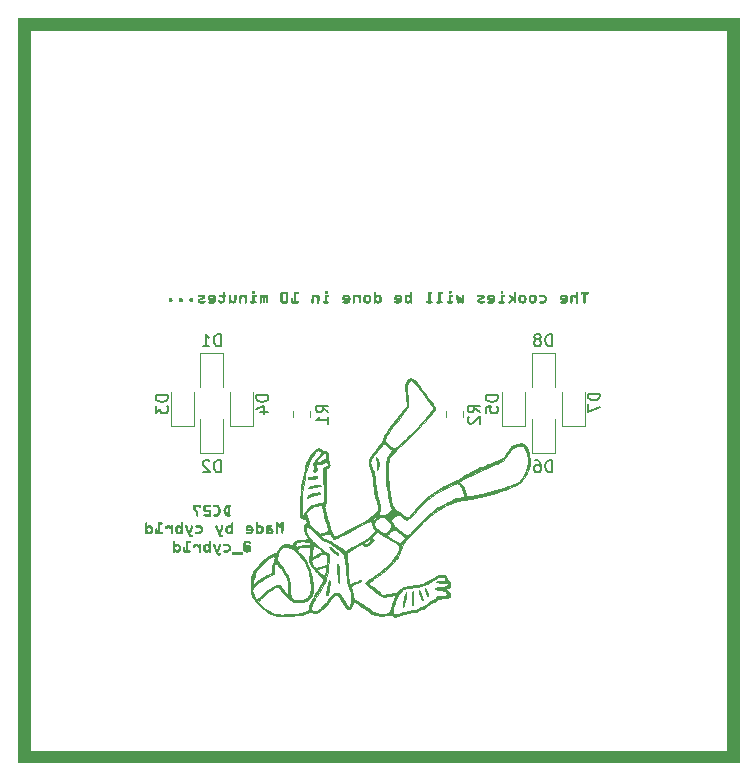
<source format=gbo>
G04 #@! TF.GenerationSoftware,KiCad,Pcbnew,(5.1.2)-1*
G04 #@! TF.CreationDate,2019-05-29T22:54:16+01:00*
G04 #@! TF.ProjectId,noname,6e6f6e61-6d65-42e6-9b69-6361645f7063,rev?*
G04 #@! TF.SameCoordinates,Original*
G04 #@! TF.FileFunction,Legend,Bot*
G04 #@! TF.FilePolarity,Positive*
%FSLAX46Y46*%
G04 Gerber Fmt 4.6, Leading zero omitted, Abs format (unit mm)*
G04 Created by KiCad (PCBNEW (5.1.2)-1) date 2019-05-29 22:54:16*
%MOMM*%
%LPD*%
G04 APERTURE LIST*
%ADD10C,0.010000*%
%ADD11C,0.120000*%
%ADD12C,0.150000*%
G04 APERTURE END LIST*
D10*
G36*
X-182284Y-5683971D02*
G01*
X-147640Y-5717714D01*
X-104686Y-5767950D01*
X-61184Y-5825433D01*
X-24897Y-5880914D01*
X-17041Y-5894916D01*
X14224Y-5981864D01*
X33746Y-6095296D01*
X40480Y-6220736D01*
X33384Y-6343712D01*
X20557Y-6416748D01*
X-6328Y-6513839D01*
X-36188Y-6596825D01*
X-66129Y-6660766D01*
X-93260Y-6700724D01*
X-114687Y-6711762D01*
X-127520Y-6688941D01*
X-129399Y-6672791D01*
X-130628Y-6640031D01*
X-132514Y-6572793D01*
X-134857Y-6478921D01*
X-137459Y-6366262D01*
X-139425Y-6275916D01*
X-144771Y-6117237D01*
X-153349Y-5980108D01*
X-164602Y-5871504D01*
X-177624Y-5799695D01*
X-193021Y-5735398D01*
X-201071Y-5690078D01*
X-200855Y-5675966D01*
X-182284Y-5683971D01*
X-182284Y-5683971D01*
G37*
X-182284Y-5683971D02*
X-147640Y-5717714D01*
X-104686Y-5767950D01*
X-61184Y-5825433D01*
X-24897Y-5880914D01*
X-17041Y-5894916D01*
X14224Y-5981864D01*
X33746Y-6095296D01*
X40480Y-6220736D01*
X33384Y-6343712D01*
X20557Y-6416748D01*
X-6328Y-6513839D01*
X-36188Y-6596825D01*
X-66129Y-6660766D01*
X-93260Y-6700724D01*
X-114687Y-6711762D01*
X-127520Y-6688941D01*
X-129399Y-6672791D01*
X-130628Y-6640031D01*
X-132514Y-6572793D01*
X-134857Y-6478921D01*
X-137459Y-6366262D01*
X-139425Y-6275916D01*
X-144771Y-6117237D01*
X-153349Y-5980108D01*
X-164602Y-5871504D01*
X-177624Y-5799695D01*
X-193021Y-5735398D01*
X-201071Y-5690078D01*
X-200855Y-5675966D01*
X-182284Y-5683971D01*
G36*
X-5241921Y-7274863D02*
G01*
X-5221487Y-7291696D01*
X-5217583Y-7331965D01*
X-5234402Y-7392931D01*
X-5286349Y-7439986D01*
X-5375655Y-7474600D01*
X-5461000Y-7492119D01*
X-5562623Y-7504536D01*
X-5670010Y-7511653D01*
X-5773557Y-7513535D01*
X-5863660Y-7510245D01*
X-5930714Y-7501847D01*
X-5964766Y-7488766D01*
X-5989154Y-7440340D01*
X-5983346Y-7387876D01*
X-5950135Y-7349348D01*
X-5942541Y-7345708D01*
X-5905089Y-7336916D01*
X-5835035Y-7325870D01*
X-5741977Y-7313646D01*
X-5635516Y-7301319D01*
X-5525252Y-7289964D01*
X-5420784Y-7280659D01*
X-5331711Y-7274478D01*
X-5291666Y-7272770D01*
X-5241921Y-7274863D01*
X-5241921Y-7274863D01*
G37*
X-5241921Y-7274863D02*
X-5221487Y-7291696D01*
X-5217583Y-7331965D01*
X-5234402Y-7392931D01*
X-5286349Y-7439986D01*
X-5375655Y-7474600D01*
X-5461000Y-7492119D01*
X-5562623Y-7504536D01*
X-5670010Y-7511653D01*
X-5773557Y-7513535D01*
X-5863660Y-7510245D01*
X-5930714Y-7501847D01*
X-5964766Y-7488766D01*
X-5989154Y-7440340D01*
X-5983346Y-7387876D01*
X-5950135Y-7349348D01*
X-5942541Y-7345708D01*
X-5905089Y-7336916D01*
X-5835035Y-7325870D01*
X-5741977Y-7313646D01*
X-5635516Y-7301319D01*
X-5525252Y-7289964D01*
X-5420784Y-7280659D01*
X-5331711Y-7274478D01*
X-5291666Y-7272770D01*
X-5241921Y-7274863D01*
G36*
X-4967762Y-8009227D02*
G01*
X-4909616Y-8029332D01*
X-4874010Y-8059025D01*
X-4868951Y-8090373D01*
X-4875869Y-8100257D01*
X-4901159Y-8107353D01*
X-4958948Y-8116153D01*
X-5039512Y-8125324D01*
X-5097813Y-8130710D01*
X-5209141Y-8144144D01*
X-5341467Y-8166169D01*
X-5475218Y-8193290D01*
X-5554760Y-8212282D01*
X-5705987Y-8248652D01*
X-5818033Y-8269682D01*
X-5890819Y-8275361D01*
X-5924268Y-8265681D01*
X-5926666Y-8258689D01*
X-5907088Y-8220952D01*
X-5853024Y-8178989D01*
X-5771481Y-8136968D01*
X-5669466Y-8099060D01*
X-5646998Y-8092273D01*
X-5531932Y-8063542D01*
X-5402959Y-8038982D01*
X-5271054Y-8019934D01*
X-5147192Y-8007739D01*
X-5042347Y-8003740D01*
X-4967762Y-8009227D01*
X-4967762Y-8009227D01*
G37*
X-4967762Y-8009227D02*
X-4909616Y-8029332D01*
X-4874010Y-8059025D01*
X-4868951Y-8090373D01*
X-4875869Y-8100257D01*
X-4901159Y-8107353D01*
X-4958948Y-8116153D01*
X-5039512Y-8125324D01*
X-5097813Y-8130710D01*
X-5209141Y-8144144D01*
X-5341467Y-8166169D01*
X-5475218Y-8193290D01*
X-5554760Y-8212282D01*
X-5705987Y-8248652D01*
X-5818033Y-8269682D01*
X-5890819Y-8275361D01*
X-5924268Y-8265681D01*
X-5926666Y-8258689D01*
X-5907088Y-8220952D01*
X-5853024Y-8178989D01*
X-5771481Y-8136968D01*
X-5669466Y-8099060D01*
X-5646998Y-8092273D01*
X-5531932Y-8063542D01*
X-5402959Y-8038982D01*
X-5271054Y-8019934D01*
X-5147192Y-8007739D01*
X-5042347Y-8003740D01*
X-4967762Y-8009227D01*
G36*
X-5024378Y-8647429D02*
G01*
X-4955390Y-8657114D01*
X-4916638Y-8677061D01*
X-4910666Y-8692702D01*
X-4923504Y-8717084D01*
X-4964397Y-8742986D01*
X-5036911Y-8771868D01*
X-5144614Y-8805193D01*
X-5263845Y-8837419D01*
X-5428447Y-8882703D01*
X-5562173Y-8926191D01*
X-5676047Y-8972128D01*
X-5781095Y-9024761D01*
X-5843272Y-9060600D01*
X-5935593Y-9112222D01*
X-6000117Y-9138448D01*
X-6041809Y-9140693D01*
X-6063866Y-9123454D01*
X-6064085Y-9086043D01*
X-6036710Y-9031538D01*
X-5988409Y-8967714D01*
X-5925846Y-8902344D01*
X-5855689Y-8843202D01*
X-5785056Y-8798296D01*
X-5694033Y-8759041D01*
X-5585841Y-8724323D01*
X-5467253Y-8694961D01*
X-5345040Y-8671773D01*
X-5225976Y-8655576D01*
X-5116831Y-8647189D01*
X-5024378Y-8647429D01*
X-5024378Y-8647429D01*
G37*
X-5024378Y-8647429D02*
X-4955390Y-8657114D01*
X-4916638Y-8677061D01*
X-4910666Y-8692702D01*
X-4923504Y-8717084D01*
X-4964397Y-8742986D01*
X-5036911Y-8771868D01*
X-5144614Y-8805193D01*
X-5263845Y-8837419D01*
X-5428447Y-8882703D01*
X-5562173Y-8926191D01*
X-5676047Y-8972128D01*
X-5781095Y-9024761D01*
X-5843272Y-9060600D01*
X-5935593Y-9112222D01*
X-6000117Y-9138448D01*
X-6041809Y-9140693D01*
X-6063866Y-9123454D01*
X-6064085Y-9086043D01*
X-6036710Y-9031538D01*
X-5988409Y-8967714D01*
X-5925846Y-8902344D01*
X-5855689Y-8843202D01*
X-5785056Y-8798296D01*
X-5694033Y-8759041D01*
X-5585841Y-8724323D01*
X-5467253Y-8694961D01*
X-5345040Y-8671773D01*
X-5225976Y-8655576D01*
X-5116831Y-8647189D01*
X-5024378Y-8647429D01*
G36*
X-4102299Y-13242857D02*
G01*
X-4039578Y-13280532D01*
X-3958577Y-13337091D01*
X-3865538Y-13407435D01*
X-3766702Y-13486465D01*
X-3668311Y-13569083D01*
X-3576605Y-13650190D01*
X-3497828Y-13724686D01*
X-3438219Y-13787473D01*
X-3406873Y-13828501D01*
X-3382236Y-13887072D01*
X-3385047Y-13929963D01*
X-3414423Y-13948626D01*
X-3419294Y-13948833D01*
X-3447005Y-13936346D01*
X-3498880Y-13902730D01*
X-3566396Y-13853756D01*
X-3612821Y-13817853D01*
X-3696483Y-13748164D01*
X-3795916Y-13660093D01*
X-3897615Y-13565836D01*
X-3974041Y-13491669D01*
X-4069975Y-13392345D01*
X-4133388Y-13317762D01*
X-4165119Y-13266597D01*
X-4166006Y-13237530D01*
X-4140499Y-13229166D01*
X-4102299Y-13242857D01*
X-4102299Y-13242857D01*
G37*
X-4102299Y-13242857D02*
X-4039578Y-13280532D01*
X-3958577Y-13337091D01*
X-3865538Y-13407435D01*
X-3766702Y-13486465D01*
X-3668311Y-13569083D01*
X-3576605Y-13650190D01*
X-3497828Y-13724686D01*
X-3438219Y-13787473D01*
X-3406873Y-13828501D01*
X-3382236Y-13887072D01*
X-3385047Y-13929963D01*
X-3414423Y-13948626D01*
X-3419294Y-13948833D01*
X-3447005Y-13936346D01*
X-3498880Y-13902730D01*
X-3566396Y-13853756D01*
X-3612821Y-13817853D01*
X-3696483Y-13748164D01*
X-3795916Y-13660093D01*
X-3897615Y-13565836D01*
X-3974041Y-13491669D01*
X-4069975Y-13392345D01*
X-4133388Y-13317762D01*
X-4165119Y-13266597D01*
X-4166006Y-13237530D01*
X-4140499Y-13229166D01*
X-4102299Y-13242857D01*
G36*
X-3422762Y-14686058D02*
G01*
X-3397478Y-14726573D01*
X-3374118Y-14804902D01*
X-3368217Y-14832907D01*
X-3351509Y-14936461D01*
X-3337599Y-15059250D01*
X-3326471Y-15196347D01*
X-3318109Y-15342826D01*
X-3312495Y-15493760D01*
X-3309613Y-15644221D01*
X-3309446Y-15789284D01*
X-3311978Y-15924022D01*
X-3317192Y-16043506D01*
X-3325071Y-16142812D01*
X-3335599Y-16217011D01*
X-3348760Y-16261177D01*
X-3364535Y-16270383D01*
X-3373040Y-16260923D01*
X-3385513Y-16221460D01*
X-3398738Y-16145967D01*
X-3412305Y-16040732D01*
X-3425802Y-15912041D01*
X-3438820Y-15766182D01*
X-3450948Y-15609443D01*
X-3461775Y-15448110D01*
X-3470892Y-15288472D01*
X-3477887Y-15136815D01*
X-3482350Y-14999427D01*
X-3483871Y-14882595D01*
X-3482039Y-14792607D01*
X-3476444Y-14735750D01*
X-3473353Y-14724407D01*
X-3448533Y-14684842D01*
X-3422762Y-14686058D01*
X-3422762Y-14686058D01*
G37*
X-3422762Y-14686058D02*
X-3397478Y-14726573D01*
X-3374118Y-14804902D01*
X-3368217Y-14832907D01*
X-3351509Y-14936461D01*
X-3337599Y-15059250D01*
X-3326471Y-15196347D01*
X-3318109Y-15342826D01*
X-3312495Y-15493760D01*
X-3309613Y-15644221D01*
X-3309446Y-15789284D01*
X-3311978Y-15924022D01*
X-3317192Y-16043506D01*
X-3325071Y-16142812D01*
X-3335599Y-16217011D01*
X-3348760Y-16261177D01*
X-3364535Y-16270383D01*
X-3373040Y-16260923D01*
X-3385513Y-16221460D01*
X-3398738Y-16145967D01*
X-3412305Y-16040732D01*
X-3425802Y-15912041D01*
X-3438820Y-15766182D01*
X-3450948Y-15609443D01*
X-3461775Y-15448110D01*
X-3470892Y-15288472D01*
X-3477887Y-15136815D01*
X-3482350Y-14999427D01*
X-3483871Y-14882595D01*
X-3482039Y-14792607D01*
X-3476444Y-14735750D01*
X-3473353Y-14724407D01*
X-3448533Y-14684842D01*
X-3422762Y-14686058D01*
G36*
X-4125581Y-16116305D02*
G01*
X-4117428Y-16147835D01*
X-4112194Y-16212318D01*
X-4115533Y-16309947D01*
X-4126203Y-16432691D01*
X-4142963Y-16572514D01*
X-4164572Y-16721385D01*
X-4189789Y-16871270D01*
X-4217371Y-17014137D01*
X-4246077Y-17141951D01*
X-4274667Y-17246679D01*
X-4296874Y-17309041D01*
X-4327249Y-17347116D01*
X-4364110Y-17354381D01*
X-4393292Y-17328755D01*
X-4395542Y-17323535D01*
X-4402504Y-17272328D01*
X-4399708Y-17187728D01*
X-4388567Y-17077003D01*
X-4370496Y-16947422D01*
X-4346908Y-16806254D01*
X-4319218Y-16660765D01*
X-4288840Y-16518226D01*
X-4257189Y-16385903D01*
X-4225679Y-16271066D01*
X-4195723Y-16180983D01*
X-4168737Y-16122921D01*
X-4159573Y-16110785D01*
X-4139094Y-16097482D01*
X-4125581Y-16116305D01*
X-4125581Y-16116305D01*
G37*
X-4125581Y-16116305D02*
X-4117428Y-16147835D01*
X-4112194Y-16212318D01*
X-4115533Y-16309947D01*
X-4126203Y-16432691D01*
X-4142963Y-16572514D01*
X-4164572Y-16721385D01*
X-4189789Y-16871270D01*
X-4217371Y-17014137D01*
X-4246077Y-17141951D01*
X-4274667Y-17246679D01*
X-4296874Y-17309041D01*
X-4327249Y-17347116D01*
X-4364110Y-17354381D01*
X-4393292Y-17328755D01*
X-4395542Y-17323535D01*
X-4402504Y-17272328D01*
X-4399708Y-17187728D01*
X-4388567Y-17077003D01*
X-4370496Y-16947422D01*
X-4346908Y-16806254D01*
X-4319218Y-16660765D01*
X-4288840Y-16518226D01*
X-4257189Y-16385903D01*
X-4225679Y-16271066D01*
X-4195723Y-16180983D01*
X-4168737Y-16122921D01*
X-4159573Y-16110785D01*
X-4139094Y-16097482D01*
X-4125581Y-16116305D01*
G36*
X4013320Y-16797626D02*
G01*
X4061085Y-16870841D01*
X4105906Y-16959624D01*
X4160672Y-17085839D01*
X4201720Y-17198663D01*
X4228669Y-17294316D01*
X4241134Y-17369019D01*
X4238733Y-17418994D01*
X4221084Y-17440461D01*
X4187804Y-17429641D01*
X4150058Y-17395617D01*
X4115906Y-17346363D01*
X4078161Y-17271786D01*
X4039719Y-17180585D01*
X4003479Y-17081460D01*
X3972336Y-16983110D01*
X3949190Y-16894234D01*
X3936935Y-16823531D01*
X3938470Y-16779699D01*
X3942557Y-16772554D01*
X3973933Y-16765005D01*
X4013320Y-16797626D01*
X4013320Y-16797626D01*
G37*
X4013320Y-16797626D02*
X4061085Y-16870841D01*
X4105906Y-16959624D01*
X4160672Y-17085839D01*
X4201720Y-17198663D01*
X4228669Y-17294316D01*
X4241134Y-17369019D01*
X4238733Y-17418994D01*
X4221084Y-17440461D01*
X4187804Y-17429641D01*
X4150058Y-17395617D01*
X4115906Y-17346363D01*
X4078161Y-17271786D01*
X4039719Y-17180585D01*
X4003479Y-17081460D01*
X3972336Y-16983110D01*
X3949190Y-16894234D01*
X3936935Y-16823531D01*
X3938470Y-16779699D01*
X3942557Y-16772554D01*
X3973933Y-16765005D01*
X4013320Y-16797626D01*
G36*
X3449598Y-16901231D02*
G01*
X3475241Y-16932236D01*
X3511002Y-16996413D01*
X3553743Y-17086731D01*
X3600326Y-17196158D01*
X3647612Y-17317663D01*
X3692464Y-17444215D01*
X3694031Y-17448886D01*
X3735914Y-17582007D01*
X3760287Y-17678333D01*
X3767226Y-17737513D01*
X3756805Y-17759201D01*
X3729100Y-17743048D01*
X3684185Y-17688705D01*
X3652316Y-17642625D01*
X3583082Y-17529890D01*
X3535651Y-17428061D01*
X3502931Y-17318833D01*
X3480015Y-17197916D01*
X3465134Y-17107093D01*
X3450524Y-17023161D01*
X3439035Y-16962418D01*
X3437797Y-16956500D01*
X3430683Y-16909716D01*
X3438387Y-16896494D01*
X3449598Y-16901231D01*
X3449598Y-16901231D01*
G37*
X3449598Y-16901231D02*
X3475241Y-16932236D01*
X3511002Y-16996413D01*
X3553743Y-17086731D01*
X3600326Y-17196158D01*
X3647612Y-17317663D01*
X3692464Y-17444215D01*
X3694031Y-17448886D01*
X3735914Y-17582007D01*
X3760287Y-17678333D01*
X3767226Y-17737513D01*
X3756805Y-17759201D01*
X3729100Y-17743048D01*
X3684185Y-17688705D01*
X3652316Y-17642625D01*
X3583082Y-17529890D01*
X3535651Y-17428061D01*
X3502931Y-17318833D01*
X3480015Y-17197916D01*
X3465134Y-17107093D01*
X3450524Y-17023161D01*
X3439035Y-16962418D01*
X3437797Y-16956500D01*
X3430683Y-16909716D01*
X3438387Y-16896494D01*
X3449598Y-16901231D01*
G36*
X2932102Y-16997671D02*
G01*
X2943067Y-17037076D01*
X2951872Y-17111397D01*
X2958520Y-17213273D01*
X2963013Y-17335341D01*
X2965355Y-17470239D01*
X2965550Y-17610606D01*
X2963601Y-17749081D01*
X2959511Y-17878300D01*
X2953284Y-17990903D01*
X2944923Y-18079527D01*
X2934431Y-18136811D01*
X2931577Y-18145125D01*
X2908386Y-18178528D01*
X2884968Y-18170131D01*
X2868127Y-18134541D01*
X2862565Y-18098545D01*
X2856681Y-18028041D01*
X2850946Y-17930849D01*
X2845829Y-17814786D01*
X2842249Y-17704572D01*
X2839967Y-17531316D01*
X2842632Y-17375204D01*
X2849777Y-17239923D01*
X2860933Y-17129163D01*
X2875631Y-17046611D01*
X2893401Y-16995956D01*
X2913776Y-16980884D01*
X2932102Y-16997671D01*
X2932102Y-16997671D01*
G37*
X2932102Y-16997671D02*
X2943067Y-17037076D01*
X2951872Y-17111397D01*
X2958520Y-17213273D01*
X2963013Y-17335341D01*
X2965355Y-17470239D01*
X2965550Y-17610606D01*
X2963601Y-17749081D01*
X2959511Y-17878300D01*
X2953284Y-17990903D01*
X2944923Y-18079527D01*
X2934431Y-18136811D01*
X2931577Y-18145125D01*
X2908386Y-18178528D01*
X2884968Y-18170131D01*
X2868127Y-18134541D01*
X2862565Y-18098545D01*
X2856681Y-18028041D01*
X2850946Y-17930849D01*
X2845829Y-17814786D01*
X2842249Y-17704572D01*
X2839967Y-17531316D01*
X2842632Y-17375204D01*
X2849777Y-17239923D01*
X2860933Y-17129163D01*
X2875631Y-17046611D01*
X2893401Y-16995956D01*
X2913776Y-16980884D01*
X2932102Y-16997671D01*
G36*
X2364402Y-17080021D02*
G01*
X2365913Y-17135219D01*
X2359884Y-17220122D01*
X2347169Y-17328930D01*
X2328623Y-17455838D01*
X2305098Y-17595045D01*
X2277448Y-17740749D01*
X2246526Y-17887146D01*
X2213187Y-18028435D01*
X2210560Y-18038872D01*
X2173481Y-18176817D01*
X2142020Y-18274150D01*
X2115463Y-18332115D01*
X2093096Y-18351956D01*
X2074203Y-18334917D01*
X2061739Y-18298105D01*
X2055841Y-18231262D01*
X2061276Y-18131746D01*
X2076637Y-18007254D01*
X2100519Y-17865484D01*
X2131515Y-17714132D01*
X2168221Y-17560898D01*
X2209230Y-17413478D01*
X2241915Y-17311504D01*
X2277881Y-17207331D01*
X2303263Y-17136768D01*
X2320980Y-17093303D01*
X2333950Y-17070424D01*
X2345092Y-17061619D01*
X2354500Y-17060333D01*
X2364402Y-17080021D01*
X2364402Y-17080021D01*
G37*
X2364402Y-17080021D02*
X2365913Y-17135219D01*
X2359884Y-17220122D01*
X2347169Y-17328930D01*
X2328623Y-17455838D01*
X2305098Y-17595045D01*
X2277448Y-17740749D01*
X2246526Y-17887146D01*
X2213187Y-18028435D01*
X2210560Y-18038872D01*
X2173481Y-18176817D01*
X2142020Y-18274150D01*
X2115463Y-18332115D01*
X2093096Y-18351956D01*
X2074203Y-18334917D01*
X2061739Y-18298105D01*
X2055841Y-18231262D01*
X2061276Y-18131746D01*
X2076637Y-18007254D01*
X2100519Y-17865484D01*
X2131515Y-17714132D01*
X2168221Y-17560898D01*
X2209230Y-17413478D01*
X2241915Y-17311504D01*
X2277881Y-17207331D01*
X2303263Y-17136768D01*
X2320980Y-17093303D01*
X2333950Y-17070424D01*
X2345092Y-17061619D01*
X2354500Y-17060333D01*
X2364402Y-17080021D01*
G36*
X10484820Y8410474D02*
G01*
X10505183Y8391987D01*
X10509241Y8345306D01*
X10509250Y8339667D01*
X10505346Y8289382D01*
X10485579Y8267112D01*
X10440313Y8258940D01*
X10381560Y8263146D01*
X10359264Y8283859D01*
X10352351Y8329681D01*
X10354118Y8364586D01*
X10366494Y8398482D01*
X10399194Y8412040D01*
X10435167Y8413750D01*
X10484820Y8410474D01*
X10484820Y8410474D01*
G37*
X10484820Y8410474D02*
X10505183Y8391987D01*
X10509241Y8345306D01*
X10509250Y8339667D01*
X10505346Y8289382D01*
X10485579Y8267112D01*
X10440313Y8258940D01*
X10381560Y8263146D01*
X10359264Y8283859D01*
X10352351Y8329681D01*
X10354118Y8364586D01*
X10366494Y8398482D01*
X10399194Y8412040D01*
X10435167Y8413750D01*
X10484820Y8410474D01*
G36*
X6103320Y8410474D02*
G01*
X6123683Y8391987D01*
X6127741Y8345306D01*
X6127750Y8339667D01*
X6123846Y8289382D01*
X6104079Y8267112D01*
X6058813Y8258940D01*
X6000060Y8263146D01*
X5977764Y8283859D01*
X5970851Y8329681D01*
X5972618Y8364586D01*
X5984994Y8398482D01*
X6017694Y8412040D01*
X6053667Y8413750D01*
X6103320Y8410474D01*
X6103320Y8410474D01*
G37*
X6103320Y8410474D02*
X6123683Y8391987D01*
X6127741Y8345306D01*
X6127750Y8339667D01*
X6123846Y8289382D01*
X6104079Y8267112D01*
X6058813Y8258940D01*
X6000060Y8263146D01*
X5977764Y8283859D01*
X5970851Y8329681D01*
X5972618Y8364586D01*
X5984994Y8398482D01*
X6017694Y8412040D01*
X6053667Y8413750D01*
X6103320Y8410474D01*
G36*
X-4396172Y8401448D02*
G01*
X-4381072Y8381201D01*
X-4364980Y8320453D01*
X-4385483Y8276303D01*
X-4438600Y8255690D01*
X-4453482Y8255000D01*
X-4505279Y8258950D01*
X-4536065Y8268516D01*
X-4536722Y8269112D01*
X-4550698Y8305959D01*
X-4548226Y8356136D01*
X-4532172Y8398566D01*
X-4517352Y8411486D01*
X-4447445Y8423559D01*
X-4396172Y8401448D01*
X-4396172Y8401448D01*
G37*
X-4396172Y8401448D02*
X-4381072Y8381201D01*
X-4364980Y8320453D01*
X-4385483Y8276303D01*
X-4438600Y8255690D01*
X-4453482Y8255000D01*
X-4505279Y8258950D01*
X-4536065Y8268516D01*
X-4536722Y8269112D01*
X-4550698Y8305959D01*
X-4548226Y8356136D01*
X-4532172Y8398566D01*
X-4517352Y8411486D01*
X-4447445Y8423559D01*
X-4396172Y8401448D01*
G36*
X-10558110Y8417441D02*
G01*
X-10520061Y8392859D01*
X-10504250Y8347111D01*
X-10507289Y8308192D01*
X-10525190Y8270420D01*
X-10562372Y8256228D01*
X-10590792Y8255000D01*
X-10642951Y8258895D01*
X-10674185Y8268345D01*
X-10675055Y8269112D01*
X-10688422Y8306762D01*
X-10684048Y8357921D01*
X-10664010Y8398688D01*
X-10663766Y8398934D01*
X-10615103Y8421862D01*
X-10558110Y8417441D01*
X-10558110Y8417441D01*
G37*
X-10558110Y8417441D02*
X-10520061Y8392859D01*
X-10504250Y8347111D01*
X-10507289Y8308192D01*
X-10525190Y8270420D01*
X-10562372Y8256228D01*
X-10590792Y8255000D01*
X-10642951Y8258895D01*
X-10674185Y8268345D01*
X-10675055Y8269112D01*
X-10688422Y8306762D01*
X-10684048Y8357921D01*
X-10664010Y8398688D01*
X-10663766Y8398934D01*
X-10615103Y8421862D01*
X-10558110Y8417441D01*
G36*
X-15815881Y7801610D02*
G01*
X-15794252Y7792204D01*
X-15775587Y7756515D01*
X-15772780Y7685943D01*
X-15773085Y7681403D01*
X-15779750Y7588250D01*
X-15875788Y7581983D01*
X-15936683Y7581271D01*
X-15978631Y7586768D01*
X-15986913Y7590802D01*
X-15999301Y7625794D01*
X-16001524Y7682193D01*
X-15994613Y7740584D01*
X-15979598Y7781548D01*
X-15976600Y7785100D01*
X-15935004Y7803803D01*
X-15874283Y7809584D01*
X-15815881Y7801610D01*
X-15815881Y7801610D01*
G37*
X-15815881Y7801610D02*
X-15794252Y7792204D01*
X-15775587Y7756515D01*
X-15772780Y7685943D01*
X-15773085Y7681403D01*
X-15779750Y7588250D01*
X-15875788Y7581983D01*
X-15936683Y7581271D01*
X-15978631Y7586768D01*
X-15986913Y7590802D01*
X-15999301Y7625794D01*
X-16001524Y7682193D01*
X-15994613Y7740584D01*
X-15979598Y7781548D01*
X-15976600Y7785100D01*
X-15935004Y7803803D01*
X-15874283Y7809584D01*
X-15815881Y7801610D01*
G36*
X-16680779Y7796634D02*
G01*
X-16645605Y7753312D01*
X-16637000Y7694084D01*
X-16644745Y7639276D01*
X-16662400Y7603067D01*
X-16698410Y7587133D01*
X-16754921Y7578718D01*
X-16812604Y7578948D01*
X-16852129Y7588954D01*
X-16855722Y7591778D01*
X-16864491Y7620047D01*
X-16869432Y7673803D01*
X-16869833Y7695347D01*
X-16863247Y7760479D01*
X-16837538Y7795697D01*
X-16783777Y7809259D01*
X-16745335Y7810500D01*
X-16680779Y7796634D01*
X-16680779Y7796634D01*
G37*
X-16680779Y7796634D02*
X-16645605Y7753312D01*
X-16637000Y7694084D01*
X-16644745Y7639276D01*
X-16662400Y7603067D01*
X-16698410Y7587133D01*
X-16754921Y7578718D01*
X-16812604Y7578948D01*
X-16852129Y7588954D01*
X-16855722Y7591778D01*
X-16864491Y7620047D01*
X-16869432Y7673803D01*
X-16869833Y7695347D01*
X-16863247Y7760479D01*
X-16837538Y7795697D01*
X-16783777Y7809259D01*
X-16745335Y7810500D01*
X-16680779Y7796634D01*
G36*
X-17553787Y7787305D02*
G01*
X-17515970Y7741113D01*
X-17508563Y7676562D01*
X-17522860Y7629023D01*
X-17547852Y7593901D01*
X-17589449Y7579496D01*
X-17628788Y7577667D01*
X-17689305Y7585106D01*
X-17731988Y7603606D01*
X-17736519Y7608034D01*
X-17752219Y7649334D01*
X-17755113Y7706817D01*
X-17754986Y7708194D01*
X-17740031Y7763789D01*
X-17702477Y7793667D01*
X-17693014Y7797284D01*
X-17615105Y7808307D01*
X-17553787Y7787305D01*
X-17553787Y7787305D01*
G37*
X-17553787Y7787305D02*
X-17515970Y7741113D01*
X-17508563Y7676562D01*
X-17522860Y7629023D01*
X-17547852Y7593901D01*
X-17589449Y7579496D01*
X-17628788Y7577667D01*
X-17689305Y7585106D01*
X-17731988Y7603606D01*
X-17736519Y7608034D01*
X-17752219Y7649334D01*
X-17755113Y7706817D01*
X-17754986Y7708194D01*
X-17740031Y7763789D01*
X-17702477Y7793667D01*
X-17693014Y7797284D01*
X-17615105Y7808307D01*
X-17553787Y7787305D01*
G36*
X17712368Y8260292D02*
G01*
X17705535Y8198312D01*
X17692128Y8168272D01*
X17667119Y8159809D01*
X17663584Y8159750D01*
X17622630Y8177546D01*
X17600356Y8207375D01*
X17563596Y8247262D01*
X17531564Y8255000D01*
X17483667Y8255000D01*
X17483667Y7875732D01*
X17482974Y7751371D01*
X17481053Y7640300D01*
X17478136Y7550022D01*
X17474457Y7488042D01*
X17470819Y7462982D01*
X17441413Y7435555D01*
X17397786Y7430433D01*
X17370778Y7443612D01*
X17366349Y7468273D01*
X17362490Y7528425D01*
X17359433Y7617227D01*
X17357415Y7727837D01*
X17356667Y7853413D01*
X17356667Y8255000D01*
X17303226Y8255000D01*
X17254352Y8239836D01*
X17229081Y8200544D01*
X17201537Y8155754D01*
X17172121Y8149307D01*
X17146444Y8177877D01*
X17130114Y8238138D01*
X17127965Y8260483D01*
X17121514Y8360834D01*
X17718820Y8360834D01*
X17712368Y8260292D01*
X17712368Y8260292D01*
G37*
X17712368Y8260292D02*
X17705535Y8198312D01*
X17692128Y8168272D01*
X17667119Y8159809D01*
X17663584Y8159750D01*
X17622630Y8177546D01*
X17600356Y8207375D01*
X17563596Y8247262D01*
X17531564Y8255000D01*
X17483667Y8255000D01*
X17483667Y7875732D01*
X17482974Y7751371D01*
X17481053Y7640300D01*
X17478136Y7550022D01*
X17474457Y7488042D01*
X17470819Y7462982D01*
X17441413Y7435555D01*
X17397786Y7430433D01*
X17370778Y7443612D01*
X17366349Y7468273D01*
X17362490Y7528425D01*
X17359433Y7617227D01*
X17357415Y7727837D01*
X17356667Y7853413D01*
X17356667Y8255000D01*
X17303226Y8255000D01*
X17254352Y8239836D01*
X17229081Y8200544D01*
X17201537Y8155754D01*
X17172121Y8149307D01*
X17146444Y8177877D01*
X17130114Y8238138D01*
X17127965Y8260483D01*
X17121514Y8360834D01*
X17718820Y8360834D01*
X17712368Y8260292D01*
G36*
X16813816Y8350660D02*
G01*
X16829931Y8336458D01*
X16835536Y8307213D01*
X16840434Y8242659D01*
X16844337Y8149817D01*
X16846959Y8035709D01*
X16848011Y7907357D01*
X16848019Y7895167D01*
X16847125Y7765864D01*
X16844634Y7650164D01*
X16840836Y7555088D01*
X16836017Y7487658D01*
X16830465Y7454897D01*
X16829931Y7453876D01*
X16796430Y7433393D01*
X16772047Y7432958D01*
X16753797Y7440734D01*
X16741637Y7460876D01*
X16733975Y7501149D01*
X16729216Y7569315D01*
X16726231Y7656153D01*
X16720211Y7871727D01*
X16603622Y7938432D01*
X16516709Y7981115D01*
X16454755Y7994708D01*
X16436827Y7992537D01*
X16410376Y7981975D01*
X16393777Y7960154D01*
X16383332Y7917316D01*
X16375345Y7843702D01*
X16373883Y7826427D01*
X16366447Y7728286D01*
X16359901Y7627215D01*
X16356197Y7556500D01*
X16351171Y7488477D01*
X16340601Y7452090D01*
X16320104Y7436657D01*
X16305785Y7433603D01*
X16265426Y7439452D01*
X16250032Y7454770D01*
X16246766Y7486522D01*
X16245969Y7549723D01*
X16247265Y7633580D01*
X16250277Y7727305D01*
X16254628Y7820108D01*
X16259940Y7901198D01*
X16265838Y7959785D01*
X16268165Y7973956D01*
X16300841Y8039509D01*
X16362029Y8084491D01*
X16441997Y8106484D01*
X16531014Y8103069D01*
X16619348Y8071829D01*
X16632220Y8064421D01*
X16678957Y8037245D01*
X16707927Y8022855D01*
X16710705Y8022167D01*
X16715767Y8041630D01*
X16720944Y8093231D01*
X16725281Y8166789D01*
X16726068Y8185979D01*
X16730592Y8270142D01*
X16737906Y8320815D01*
X16750383Y8346841D01*
X16770393Y8357060D01*
X16772047Y8357395D01*
X16813816Y8350660D01*
X16813816Y8350660D01*
G37*
X16813816Y8350660D02*
X16829931Y8336458D01*
X16835536Y8307213D01*
X16840434Y8242659D01*
X16844337Y8149817D01*
X16846959Y8035709D01*
X16848011Y7907357D01*
X16848019Y7895167D01*
X16847125Y7765864D01*
X16844634Y7650164D01*
X16840836Y7555088D01*
X16836017Y7487658D01*
X16830465Y7454897D01*
X16829931Y7453876D01*
X16796430Y7433393D01*
X16772047Y7432958D01*
X16753797Y7440734D01*
X16741637Y7460876D01*
X16733975Y7501149D01*
X16729216Y7569315D01*
X16726231Y7656153D01*
X16720211Y7871727D01*
X16603622Y7938432D01*
X16516709Y7981115D01*
X16454755Y7994708D01*
X16436827Y7992537D01*
X16410376Y7981975D01*
X16393777Y7960154D01*
X16383332Y7917316D01*
X16375345Y7843702D01*
X16373883Y7826427D01*
X16366447Y7728286D01*
X16359901Y7627215D01*
X16356197Y7556500D01*
X16351171Y7488477D01*
X16340601Y7452090D01*
X16320104Y7436657D01*
X16305785Y7433603D01*
X16265426Y7439452D01*
X16250032Y7454770D01*
X16246766Y7486522D01*
X16245969Y7549723D01*
X16247265Y7633580D01*
X16250277Y7727305D01*
X16254628Y7820108D01*
X16259940Y7901198D01*
X16265838Y7959785D01*
X16268165Y7973956D01*
X16300841Y8039509D01*
X16362029Y8084491D01*
X16441997Y8106484D01*
X16531014Y8103069D01*
X16619348Y8071829D01*
X16632220Y8064421D01*
X16678957Y8037245D01*
X16707927Y8022855D01*
X16710705Y8022167D01*
X16715767Y8041630D01*
X16720944Y8093231D01*
X16725281Y8166789D01*
X16726068Y8185979D01*
X16730592Y8270142D01*
X16737906Y8320815D01*
X16750383Y8346841D01*
X16770393Y8357060D01*
X16772047Y8357395D01*
X16813816Y8350660D01*
G36*
X15744224Y8105549D02*
G01*
X15796660Y8098730D01*
X15834510Y8081930D01*
X15871639Y8050700D01*
X15887700Y8034867D01*
X15921510Y7999543D01*
X15942620Y7968496D01*
X15954022Y7930642D01*
X15958705Y7874900D01*
X15959660Y7790185D01*
X15959667Y7768167D01*
X15959107Y7676122D01*
X15955435Y7615328D01*
X15945659Y7574702D01*
X15926789Y7543160D01*
X15895835Y7509621D01*
X15887700Y7501467D01*
X15815733Y7429500D01*
X15601286Y7429500D01*
X15500472Y7430643D01*
X15434502Y7434796D01*
X15395931Y7443046D01*
X15377314Y7456480D01*
X15374109Y7462673D01*
X15369467Y7492300D01*
X15386055Y7512811D01*
X15429507Y7526230D01*
X15505460Y7534580D01*
X15585830Y7538682D01*
X15677927Y7543408D01*
X15737878Y7550657D01*
X15775870Y7562992D01*
X15802092Y7582974D01*
X15813372Y7595889D01*
X15842214Y7636954D01*
X15853834Y7663986D01*
X15834076Y7671692D01*
X15780434Y7678891D01*
X15701358Y7684727D01*
X15615709Y7688099D01*
X15377584Y7694084D01*
X15371254Y7827454D01*
X15370707Y7848124D01*
X15472834Y7848124D01*
X15477337Y7830137D01*
X15496105Y7818949D01*
X15537027Y7813003D01*
X15607990Y7810740D01*
X15663334Y7810500D01*
X15754407Y7811390D01*
X15811054Y7815097D01*
X15841163Y7823179D01*
X15852622Y7837194D01*
X15853834Y7848124D01*
X15842085Y7893642D01*
X15820883Y7932791D01*
X15794745Y7960186D01*
X15757067Y7974481D01*
X15694923Y7979534D01*
X15663334Y7979834D01*
X15588935Y7977210D01*
X15543759Y7966764D01*
X15514877Y7944638D01*
X15505784Y7932791D01*
X15480610Y7883435D01*
X15472834Y7848124D01*
X15370707Y7848124D01*
X15369275Y7902191D01*
X15375543Y7950286D01*
X15395088Y7987309D01*
X15432940Y8028827D01*
X15437929Y8033829D01*
X15478680Y8071938D01*
X15514728Y8093785D01*
X15559981Y8103876D01*
X15628352Y8106718D01*
X15663334Y8106834D01*
X15744224Y8105549D01*
X15744224Y8105549D01*
G37*
X15744224Y8105549D02*
X15796660Y8098730D01*
X15834510Y8081930D01*
X15871639Y8050700D01*
X15887700Y8034867D01*
X15921510Y7999543D01*
X15942620Y7968496D01*
X15954022Y7930642D01*
X15958705Y7874900D01*
X15959660Y7790185D01*
X15959667Y7768167D01*
X15959107Y7676122D01*
X15955435Y7615328D01*
X15945659Y7574702D01*
X15926789Y7543160D01*
X15895835Y7509621D01*
X15887700Y7501467D01*
X15815733Y7429500D01*
X15601286Y7429500D01*
X15500472Y7430643D01*
X15434502Y7434796D01*
X15395931Y7443046D01*
X15377314Y7456480D01*
X15374109Y7462673D01*
X15369467Y7492300D01*
X15386055Y7512811D01*
X15429507Y7526230D01*
X15505460Y7534580D01*
X15585830Y7538682D01*
X15677927Y7543408D01*
X15737878Y7550657D01*
X15775870Y7562992D01*
X15802092Y7582974D01*
X15813372Y7595889D01*
X15842214Y7636954D01*
X15853834Y7663986D01*
X15834076Y7671692D01*
X15780434Y7678891D01*
X15701358Y7684727D01*
X15615709Y7688099D01*
X15377584Y7694084D01*
X15371254Y7827454D01*
X15370707Y7848124D01*
X15472834Y7848124D01*
X15477337Y7830137D01*
X15496105Y7818949D01*
X15537027Y7813003D01*
X15607990Y7810740D01*
X15663334Y7810500D01*
X15754407Y7811390D01*
X15811054Y7815097D01*
X15841163Y7823179D01*
X15852622Y7837194D01*
X15853834Y7848124D01*
X15842085Y7893642D01*
X15820883Y7932791D01*
X15794745Y7960186D01*
X15757067Y7974481D01*
X15694923Y7979534D01*
X15663334Y7979834D01*
X15588935Y7977210D01*
X15543759Y7966764D01*
X15514877Y7944638D01*
X15505784Y7932791D01*
X15480610Y7883435D01*
X15472834Y7848124D01*
X15370707Y7848124D01*
X15369275Y7902191D01*
X15375543Y7950286D01*
X15395088Y7987309D01*
X15432940Y8028827D01*
X15437929Y8033829D01*
X15478680Y8071938D01*
X15514728Y8093785D01*
X15559981Y8103876D01*
X15628352Y8106718D01*
X15663334Y8106834D01*
X15744224Y8105549D01*
G36*
X13948559Y8100945D02*
G01*
X13992964Y8089510D01*
X14034248Y8067514D01*
X14059105Y8050842D01*
X14131989Y7994229D01*
X14175478Y7939707D01*
X14196699Y7873219D01*
X14202782Y7780714D01*
X14202834Y7767503D01*
X14199721Y7680045D01*
X14185522Y7618747D01*
X14152942Y7568859D01*
X14094688Y7515629D01*
X14067631Y7494066D01*
X14023777Y7462115D01*
X13984000Y7442895D01*
X13935390Y7433201D01*
X13865041Y7429826D01*
X13807675Y7429500D01*
X13714417Y7431370D01*
X13656219Y7437752D01*
X13625943Y7449804D01*
X13618210Y7460237D01*
X13613767Y7496941D01*
X13637464Y7520201D01*
X13694000Y7532245D01*
X13776637Y7535334D01*
X13861832Y7538203D01*
X13920660Y7549393D01*
X13968851Y7572782D01*
X13991039Y7588156D01*
X14040218Y7627652D01*
X14074493Y7660939D01*
X14079493Y7667531D01*
X14093724Y7715899D01*
X14095480Y7781567D01*
X14085665Y7843515D01*
X14070542Y7875750D01*
X14014222Y7933528D01*
X13956589Y7969713D01*
X13884039Y7990224D01*
X13782968Y8000981D01*
X13782664Y8001000D01*
X13700246Y8007533D01*
X13651549Y8015649D01*
X13627977Y8028159D01*
X13620935Y8047871D01*
X13620750Y8053917D01*
X13624492Y8074779D01*
X13641245Y8087975D01*
X13679303Y8095774D01*
X13746959Y8100443D01*
X13798227Y8102444D01*
X13887993Y8104396D01*
X13948559Y8100945D01*
X13948559Y8100945D01*
G37*
X13948559Y8100945D02*
X13992964Y8089510D01*
X14034248Y8067514D01*
X14059105Y8050842D01*
X14131989Y7994229D01*
X14175478Y7939707D01*
X14196699Y7873219D01*
X14202782Y7780714D01*
X14202834Y7767503D01*
X14199721Y7680045D01*
X14185522Y7618747D01*
X14152942Y7568859D01*
X14094688Y7515629D01*
X14067631Y7494066D01*
X14023777Y7462115D01*
X13984000Y7442895D01*
X13935390Y7433201D01*
X13865041Y7429826D01*
X13807675Y7429500D01*
X13714417Y7431370D01*
X13656219Y7437752D01*
X13625943Y7449804D01*
X13618210Y7460237D01*
X13613767Y7496941D01*
X13637464Y7520201D01*
X13694000Y7532245D01*
X13776637Y7535334D01*
X13861832Y7538203D01*
X13920660Y7549393D01*
X13968851Y7572782D01*
X13991039Y7588156D01*
X14040218Y7627652D01*
X14074493Y7660939D01*
X14079493Y7667531D01*
X14093724Y7715899D01*
X14095480Y7781567D01*
X14085665Y7843515D01*
X14070542Y7875750D01*
X14014222Y7933528D01*
X13956589Y7969713D01*
X13884039Y7990224D01*
X13782968Y8000981D01*
X13782664Y8001000D01*
X13700246Y8007533D01*
X13651549Y8015649D01*
X13627977Y8028159D01*
X13620935Y8047871D01*
X13620750Y8053917D01*
X13624492Y8074779D01*
X13641245Y8087975D01*
X13679303Y8095774D01*
X13746959Y8100443D01*
X13798227Y8102444D01*
X13887993Y8104396D01*
X13948559Y8100945D01*
G36*
X13121665Y8105468D02*
G01*
X13173621Y8098311D01*
X13211518Y8080772D01*
X13249482Y8048262D01*
X13263034Y8034867D01*
X13297359Y7998882D01*
X13318553Y7967199D01*
X13329781Y7928390D01*
X13334208Y7871025D01*
X13334999Y7783677D01*
X13335000Y7774994D01*
X13327409Y7644578D01*
X13301803Y7549586D01*
X13253931Y7485408D01*
X13179542Y7447434D01*
X13074388Y7431054D01*
X13016435Y7429500D01*
X12941175Y7431637D01*
X12891842Y7441925D01*
X12852093Y7466182D01*
X12814300Y7501467D01*
X12780940Y7536218D01*
X12759910Y7566719D01*
X12748365Y7603758D01*
X12743460Y7658125D01*
X12742351Y7740609D01*
X12742335Y7773589D01*
X12848167Y7773589D01*
X12853108Y7674956D01*
X12871992Y7610947D01*
X12910907Y7574589D01*
X12975942Y7558910D01*
X13037714Y7556500D01*
X13108034Y7560764D01*
X13162403Y7571739D01*
X13182600Y7581900D01*
X13196397Y7617416D01*
X13205243Y7686408D01*
X13208000Y7769809D01*
X13205046Y7866186D01*
X13192404Y7928741D01*
X13164407Y7965793D01*
X13115387Y7985663D01*
X13054530Y7995083D01*
X12983168Y7995923D01*
X12929120Y7975411D01*
X12906375Y7959195D01*
X12874682Y7930138D01*
X12857158Y7897591D01*
X12849691Y7848441D01*
X12848167Y7773589D01*
X12742335Y7773589D01*
X12742334Y7774441D01*
X12742334Y7975448D01*
X12817153Y8041141D01*
X12860889Y8076158D01*
X12901469Y8095915D01*
X12953559Y8104705D01*
X13031824Y8106824D01*
X13041520Y8106834D01*
X13121665Y8105468D01*
X13121665Y8105468D01*
G37*
X13121665Y8105468D02*
X13173621Y8098311D01*
X13211518Y8080772D01*
X13249482Y8048262D01*
X13263034Y8034867D01*
X13297359Y7998882D01*
X13318553Y7967199D01*
X13329781Y7928390D01*
X13334208Y7871025D01*
X13334999Y7783677D01*
X13335000Y7774994D01*
X13327409Y7644578D01*
X13301803Y7549586D01*
X13253931Y7485408D01*
X13179542Y7447434D01*
X13074388Y7431054D01*
X13016435Y7429500D01*
X12941175Y7431637D01*
X12891842Y7441925D01*
X12852093Y7466182D01*
X12814300Y7501467D01*
X12780940Y7536218D01*
X12759910Y7566719D01*
X12748365Y7603758D01*
X12743460Y7658125D01*
X12742351Y7740609D01*
X12742335Y7773589D01*
X12848167Y7773589D01*
X12853108Y7674956D01*
X12871992Y7610947D01*
X12910907Y7574589D01*
X12975942Y7558910D01*
X13037714Y7556500D01*
X13108034Y7560764D01*
X13162403Y7571739D01*
X13182600Y7581900D01*
X13196397Y7617416D01*
X13205243Y7686408D01*
X13208000Y7769809D01*
X13205046Y7866186D01*
X13192404Y7928741D01*
X13164407Y7965793D01*
X13115387Y7985663D01*
X13054530Y7995083D01*
X12983168Y7995923D01*
X12929120Y7975411D01*
X12906375Y7959195D01*
X12874682Y7930138D01*
X12857158Y7897591D01*
X12849691Y7848441D01*
X12848167Y7773589D01*
X12742335Y7773589D01*
X12742334Y7774441D01*
X12742334Y7975448D01*
X12817153Y8041141D01*
X12860889Y8076158D01*
X12901469Y8095915D01*
X12953559Y8104705D01*
X13031824Y8106824D01*
X13041520Y8106834D01*
X13121665Y8105468D01*
G36*
X12280123Y8095133D02*
G01*
X12365839Y8058577D01*
X12423804Y7994297D01*
X12456181Y7899502D01*
X12465135Y7771402D01*
X12463328Y7721517D01*
X12457259Y7641345D01*
X12446494Y7589224D01*
X12425421Y7550884D01*
X12388428Y7512053D01*
X12376693Y7501200D01*
X12328921Y7461098D01*
X12286435Y7439651D01*
X12232516Y7431217D01*
X12165853Y7430064D01*
X12061286Y7438036D01*
X11987070Y7459881D01*
X11977641Y7465139D01*
X11915034Y7517887D01*
X11875879Y7588039D01*
X11856714Y7684007D01*
X11853334Y7767192D01*
X11854677Y7785165D01*
X11980334Y7785165D01*
X11984879Y7683173D01*
X12001990Y7616105D01*
X12036884Y7577194D01*
X12094775Y7559674D01*
X12156572Y7556500D01*
X12246409Y7565694D01*
X12301458Y7591531D01*
X12323697Y7622158D01*
X12335764Y7670449D01*
X12340037Y7747357D01*
X12340167Y7769911D01*
X12338529Y7848556D01*
X12331095Y7897604D01*
X12314084Y7929743D01*
X12284396Y7957131D01*
X12204123Y7994892D01*
X12112932Y7994218D01*
X12042782Y7968707D01*
X12010308Y7949593D01*
X11991637Y7926820D01*
X11982958Y7889185D01*
X11980458Y7825485D01*
X11980334Y7785165D01*
X11854677Y7785165D01*
X11863055Y7897212D01*
X11894382Y7992627D01*
X11950558Y8056979D01*
X12034828Y8093808D01*
X12150437Y8106653D01*
X12164491Y8106755D01*
X12280123Y8095133D01*
X12280123Y8095133D01*
G37*
X12280123Y8095133D02*
X12365839Y8058577D01*
X12423804Y7994297D01*
X12456181Y7899502D01*
X12465135Y7771402D01*
X12463328Y7721517D01*
X12457259Y7641345D01*
X12446494Y7589224D01*
X12425421Y7550884D01*
X12388428Y7512053D01*
X12376693Y7501200D01*
X12328921Y7461098D01*
X12286435Y7439651D01*
X12232516Y7431217D01*
X12165853Y7430064D01*
X12061286Y7438036D01*
X11987070Y7459881D01*
X11977641Y7465139D01*
X11915034Y7517887D01*
X11875879Y7588039D01*
X11856714Y7684007D01*
X11853334Y7767192D01*
X11854677Y7785165D01*
X11980334Y7785165D01*
X11984879Y7683173D01*
X12001990Y7616105D01*
X12036884Y7577194D01*
X12094775Y7559674D01*
X12156572Y7556500D01*
X12246409Y7565694D01*
X12301458Y7591531D01*
X12323697Y7622158D01*
X12335764Y7670449D01*
X12340037Y7747357D01*
X12340167Y7769911D01*
X12338529Y7848556D01*
X12331095Y7897604D01*
X12314084Y7929743D01*
X12284396Y7957131D01*
X12204123Y7994892D01*
X12112932Y7994218D01*
X12042782Y7968707D01*
X12010308Y7949593D01*
X11991637Y7926820D01*
X11982958Y7889185D01*
X11980458Y7825485D01*
X11980334Y7785165D01*
X11854677Y7785165D01*
X11863055Y7897212D01*
X11894382Y7992627D01*
X11950558Y8056979D01*
X12034828Y8093808D01*
X12150437Y8106653D01*
X12164491Y8106755D01*
X12280123Y8095133D01*
G36*
X11517914Y8357302D02*
G01*
X11519959Y8357014D01*
X11567584Y8350250D01*
X11567584Y7895167D01*
X11567437Y7745376D01*
X11566670Y7632656D01*
X11564795Y7551744D01*
X11561320Y7497377D01*
X11555757Y7464292D01*
X11547617Y7447228D01*
X11536408Y7440921D01*
X11525250Y7440084D01*
X11499799Y7446448D01*
X11484604Y7472092D01*
X11475116Y7526841D01*
X11472334Y7554348D01*
X11461306Y7632907D01*
X11442777Y7679109D01*
X11412220Y7693259D01*
X11365111Y7675664D01*
X11296925Y7626630D01*
X11230718Y7570704D01*
X11142973Y7497096D01*
X11079766Y7452064D01*
X11036429Y7433546D01*
X11008290Y7439477D01*
X10991693Y7465060D01*
X10994955Y7491537D01*
X11022896Y7532156D01*
X11078836Y7591012D01*
X11142013Y7650361D01*
X11305979Y7800102D01*
X11177092Y7905843D01*
X11102921Y7971790D01*
X11062920Y8020618D01*
X11053894Y8053701D01*
X11067531Y8089216D01*
X11097340Y8097196D01*
X11146483Y8076499D01*
X11218123Y8025985D01*
X11286079Y7969937D01*
X11355177Y7911738D01*
X11412135Y7865625D01*
X11449530Y7837504D01*
X11459908Y7831667D01*
X11464603Y7851501D01*
X11468486Y7905673D01*
X11471182Y7986191D01*
X11472320Y8085064D01*
X11472334Y8097723D01*
X11472572Y8207645D01*
X11474109Y8281949D01*
X11478178Y8327351D01*
X11486013Y8350567D01*
X11498847Y8358312D01*
X11517914Y8357302D01*
X11517914Y8357302D01*
G37*
X11517914Y8357302D02*
X11519959Y8357014D01*
X11567584Y8350250D01*
X11567584Y7895167D01*
X11567437Y7745376D01*
X11566670Y7632656D01*
X11564795Y7551744D01*
X11561320Y7497377D01*
X11555757Y7464292D01*
X11547617Y7447228D01*
X11536408Y7440921D01*
X11525250Y7440084D01*
X11499799Y7446448D01*
X11484604Y7472092D01*
X11475116Y7526841D01*
X11472334Y7554348D01*
X11461306Y7632907D01*
X11442777Y7679109D01*
X11412220Y7693259D01*
X11365111Y7675664D01*
X11296925Y7626630D01*
X11230718Y7570704D01*
X11142973Y7497096D01*
X11079766Y7452064D01*
X11036429Y7433546D01*
X11008290Y7439477D01*
X10991693Y7465060D01*
X10994955Y7491537D01*
X11022896Y7532156D01*
X11078836Y7591012D01*
X11142013Y7650361D01*
X11305979Y7800102D01*
X11177092Y7905843D01*
X11102921Y7971790D01*
X11062920Y8020618D01*
X11053894Y8053701D01*
X11067531Y8089216D01*
X11097340Y8097196D01*
X11146483Y8076499D01*
X11218123Y8025985D01*
X11286079Y7969937D01*
X11355177Y7911738D01*
X11412135Y7865625D01*
X11449530Y7837504D01*
X11459908Y7831667D01*
X11464603Y7851501D01*
X11468486Y7905673D01*
X11471182Y7986191D01*
X11472320Y8085064D01*
X11472334Y8097723D01*
X11472572Y8207645D01*
X11474109Y8281949D01*
X11478178Y8327351D01*
X11486013Y8350567D01*
X11498847Y8358312D01*
X11517914Y8357302D01*
G36*
X10573125Y8094931D02*
G01*
X10614637Y8089054D01*
X10632557Y8075741D01*
X10636250Y8053917D01*
X10626991Y8024499D01*
X10592370Y8007914D01*
X10551584Y8001000D01*
X10466917Y7990417D01*
X10460885Y7773459D01*
X10454853Y7556500D01*
X10515047Y7556500D01*
X10579083Y7545504D01*
X10625202Y7517514D01*
X10643210Y7480033D01*
X10640354Y7464311D01*
X10627963Y7448352D01*
X10600429Y7438034D01*
X10550157Y7432227D01*
X10469555Y7429803D01*
X10406346Y7429500D01*
X10305455Y7430404D01*
X10239107Y7433919D01*
X10199534Y7441254D01*
X10178970Y7453617D01*
X10171696Y7465984D01*
X10174953Y7506707D01*
X10211196Y7538949D01*
X10271103Y7555600D01*
X10290413Y7556500D01*
X10349235Y7556500D01*
X10355159Y7826375D01*
X10361084Y8096250D01*
X10498667Y8096250D01*
X10573125Y8094931D01*
X10573125Y8094931D01*
G37*
X10573125Y8094931D02*
X10614637Y8089054D01*
X10632557Y8075741D01*
X10636250Y8053917D01*
X10626991Y8024499D01*
X10592370Y8007914D01*
X10551584Y8001000D01*
X10466917Y7990417D01*
X10460885Y7773459D01*
X10454853Y7556500D01*
X10515047Y7556500D01*
X10579083Y7545504D01*
X10625202Y7517514D01*
X10643210Y7480033D01*
X10640354Y7464311D01*
X10627963Y7448352D01*
X10600429Y7438034D01*
X10550157Y7432227D01*
X10469555Y7429803D01*
X10406346Y7429500D01*
X10305455Y7430404D01*
X10239107Y7433919D01*
X10199534Y7441254D01*
X10178970Y7453617D01*
X10171696Y7465984D01*
X10174953Y7506707D01*
X10211196Y7538949D01*
X10271103Y7555600D01*
X10290413Y7556500D01*
X10349235Y7556500D01*
X10355159Y7826375D01*
X10361084Y8096250D01*
X10498667Y8096250D01*
X10573125Y8094931D01*
G36*
X9603789Y8105141D02*
G01*
X9657809Y8097200D01*
X9698873Y8078716D01*
X9741645Y8045395D01*
X9746514Y8041141D01*
X9821334Y7975448D01*
X9821334Y7560886D01*
X9746514Y7495193D01*
X9710574Y7465259D01*
X9678061Y7446155D01*
X9638379Y7435453D01*
X9580932Y7430721D01*
X9495125Y7429531D01*
X9460099Y7429500D01*
X9360008Y7430670D01*
X9294717Y7434917D01*
X9256739Y7443349D01*
X9238586Y7457073D01*
X9235775Y7462673D01*
X9231172Y7492516D01*
X9248097Y7513120D01*
X9292191Y7526550D01*
X9369094Y7534871D01*
X9443418Y7538680D01*
X9541640Y7544721D01*
X9607379Y7554898D01*
X9650432Y7571258D01*
X9670960Y7586239D01*
X9706540Y7623104D01*
X9716559Y7649565D01*
X9697424Y7667511D01*
X9645543Y7678834D01*
X9557324Y7685423D01*
X9477375Y7688099D01*
X9239250Y7694084D01*
X9232920Y7827454D01*
X9231801Y7869767D01*
X9355667Y7869767D01*
X9355667Y7810500D01*
X9535584Y7810500D01*
X9622852Y7811170D01*
X9676132Y7814600D01*
X9703766Y7822920D01*
X9714093Y7838262D01*
X9715500Y7856459D01*
X9699818Y7919664D01*
X9651475Y7959846D01*
X9568527Y7978272D01*
X9525953Y7979834D01*
X9438848Y7974128D01*
X9386056Y7954063D01*
X9360739Y7915221D01*
X9355667Y7869767D01*
X9231801Y7869767D01*
X9230942Y7902191D01*
X9237210Y7950286D01*
X9256755Y7987309D01*
X9294607Y8028827D01*
X9299595Y8033829D01*
X9340786Y8072261D01*
X9377279Y8094125D01*
X9423248Y8104072D01*
X9492868Y8106752D01*
X9522147Y8106834D01*
X9603789Y8105141D01*
X9603789Y8105141D01*
G37*
X9603789Y8105141D02*
X9657809Y8097200D01*
X9698873Y8078716D01*
X9741645Y8045395D01*
X9746514Y8041141D01*
X9821334Y7975448D01*
X9821334Y7560886D01*
X9746514Y7495193D01*
X9710574Y7465259D01*
X9678061Y7446155D01*
X9638379Y7435453D01*
X9580932Y7430721D01*
X9495125Y7429531D01*
X9460099Y7429500D01*
X9360008Y7430670D01*
X9294717Y7434917D01*
X9256739Y7443349D01*
X9238586Y7457073D01*
X9235775Y7462673D01*
X9231172Y7492516D01*
X9248097Y7513120D01*
X9292191Y7526550D01*
X9369094Y7534871D01*
X9443418Y7538680D01*
X9541640Y7544721D01*
X9607379Y7554898D01*
X9650432Y7571258D01*
X9670960Y7586239D01*
X9706540Y7623104D01*
X9716559Y7649565D01*
X9697424Y7667511D01*
X9645543Y7678834D01*
X9557324Y7685423D01*
X9477375Y7688099D01*
X9239250Y7694084D01*
X9232920Y7827454D01*
X9231801Y7869767D01*
X9355667Y7869767D01*
X9355667Y7810500D01*
X9535584Y7810500D01*
X9622852Y7811170D01*
X9676132Y7814600D01*
X9703766Y7822920D01*
X9714093Y7838262D01*
X9715500Y7856459D01*
X9699818Y7919664D01*
X9651475Y7959846D01*
X9568527Y7978272D01*
X9525953Y7979834D01*
X9438848Y7974128D01*
X9386056Y7954063D01*
X9360739Y7915221D01*
X9355667Y7869767D01*
X9231801Y7869767D01*
X9230942Y7902191D01*
X9237210Y7950286D01*
X9256755Y7987309D01*
X9294607Y8028827D01*
X9299595Y8033829D01*
X9340786Y8072261D01*
X9377279Y8094125D01*
X9423248Y8104072D01*
X9492868Y8106752D01*
X9522147Y8106834D01*
X9603789Y8105141D01*
G36*
X8769065Y8102339D02*
G01*
X8850652Y8087016D01*
X8901429Y8058111D01*
X8926768Y8012868D01*
X8932334Y7962713D01*
X8927113Y7915347D01*
X8907318Y7875867D01*
X8866751Y7838663D01*
X8799211Y7798126D01*
X8698502Y7748646D01*
X8692922Y7746040D01*
X8590062Y7694742D01*
X8524856Y7653243D01*
X8494571Y7618663D01*
X8496473Y7588120D01*
X8520190Y7564023D01*
X8572546Y7544460D01*
X8648835Y7536612D01*
X8732344Y7540357D01*
X8806361Y7555572D01*
X8832447Y7566299D01*
X8891978Y7585501D01*
X8934872Y7578323D01*
X8953236Y7549645D01*
X8939178Y7504347D01*
X8937301Y7501461D01*
X8894666Y7464390D01*
X8822845Y7441160D01*
X8717005Y7430518D01*
X8659739Y7429500D01*
X8570783Y7431090D01*
X8511917Y7437647D01*
X8470958Y7451854D01*
X8435723Y7476392D01*
X8431864Y7479674D01*
X8387214Y7533710D01*
X8373587Y7601260D01*
X8373534Y7607251D01*
X8383403Y7669538D01*
X8416479Y7723323D01*
X8477962Y7773475D01*
X8573051Y7824865D01*
X8636000Y7853049D01*
X8712708Y7887134D01*
X8774896Y7917082D01*
X8811677Y7937580D01*
X8815740Y7940712D01*
X8822559Y7963403D01*
X8796344Y7981454D01*
X8746208Y7994160D01*
X8681267Y8000819D01*
X8610635Y8000727D01*
X8543428Y7993181D01*
X8488760Y7977476D01*
X8470395Y7967363D01*
X8417501Y7944990D01*
X8377886Y7955078D01*
X8360930Y7994905D01*
X8360834Y7999136D01*
X8373624Y8045284D01*
X8414581Y8077534D01*
X8487584Y8097323D01*
X8596513Y8106091D01*
X8651293Y8106834D01*
X8769065Y8102339D01*
X8769065Y8102339D01*
G37*
X8769065Y8102339D02*
X8850652Y8087016D01*
X8901429Y8058111D01*
X8926768Y8012868D01*
X8932334Y7962713D01*
X8927113Y7915347D01*
X8907318Y7875867D01*
X8866751Y7838663D01*
X8799211Y7798126D01*
X8698502Y7748646D01*
X8692922Y7746040D01*
X8590062Y7694742D01*
X8524856Y7653243D01*
X8494571Y7618663D01*
X8496473Y7588120D01*
X8520190Y7564023D01*
X8572546Y7544460D01*
X8648835Y7536612D01*
X8732344Y7540357D01*
X8806361Y7555572D01*
X8832447Y7566299D01*
X8891978Y7585501D01*
X8934872Y7578323D01*
X8953236Y7549645D01*
X8939178Y7504347D01*
X8937301Y7501461D01*
X8894666Y7464390D01*
X8822845Y7441160D01*
X8717005Y7430518D01*
X8659739Y7429500D01*
X8570783Y7431090D01*
X8511917Y7437647D01*
X8470958Y7451854D01*
X8435723Y7476392D01*
X8431864Y7479674D01*
X8387214Y7533710D01*
X8373587Y7601260D01*
X8373534Y7607251D01*
X8383403Y7669538D01*
X8416479Y7723323D01*
X8477962Y7773475D01*
X8573051Y7824865D01*
X8636000Y7853049D01*
X8712708Y7887134D01*
X8774896Y7917082D01*
X8811677Y7937580D01*
X8815740Y7940712D01*
X8822559Y7963403D01*
X8796344Y7981454D01*
X8746208Y7994160D01*
X8681267Y8000819D01*
X8610635Y8000727D01*
X8543428Y7993181D01*
X8488760Y7977476D01*
X8470395Y7967363D01*
X8417501Y7944990D01*
X8377886Y7955078D01*
X8360930Y7994905D01*
X8360834Y7999136D01*
X8373624Y8045284D01*
X8414581Y8077534D01*
X8487584Y8097323D01*
X8596513Y8106091D01*
X8651293Y8106834D01*
X8769065Y8102339D01*
G36*
X7167453Y8102995D02*
G01*
X7185606Y8095621D01*
X7196949Y8077059D01*
X7202777Y8039378D01*
X7204389Y7974648D01*
X7203256Y7884053D01*
X7195806Y7740144D01*
X7180053Y7616337D01*
X7157277Y7519852D01*
X7128759Y7457910D01*
X7127291Y7455959D01*
X7092500Y7436385D01*
X7047105Y7429500D01*
X6993710Y7442889D01*
X6952268Y7489031D01*
X6949883Y7493000D01*
X6921956Y7535328D01*
X6902597Y7555968D01*
X6901061Y7556367D01*
X6884122Y7539832D01*
X6857548Y7499532D01*
X6853693Y7492867D01*
X6816076Y7445953D01*
X6766620Y7429962D01*
X6752071Y7429500D01*
X6705821Y7435914D01*
X6675975Y7462781D01*
X6653813Y7507748D01*
X6637285Y7564819D01*
X6621293Y7649688D01*
X6607163Y7750267D01*
X6596217Y7854469D01*
X6589782Y7950206D01*
X6589181Y8025392D01*
X6593243Y8060583D01*
X6614845Y8098052D01*
X6652373Y8102916D01*
X6673884Y8097027D01*
X6688337Y8081401D01*
X6697879Y8048111D01*
X6704660Y7989229D01*
X6710828Y7896828D01*
X6711543Y7884584D01*
X6718953Y7788336D01*
X6728792Y7703150D01*
X6739499Y7641166D01*
X6745428Y7620785D01*
X6767019Y7568652D01*
X6795831Y7620785D01*
X6815373Y7673238D01*
X6831434Y7745504D01*
X6836030Y7778750D01*
X6844949Y7841781D01*
X6858310Y7873227D01*
X6882616Y7883790D01*
X6900334Y7884584D01*
X6932275Y7880355D01*
X6950016Y7860529D01*
X6960005Y7814395D01*
X6964042Y7778750D01*
X6977332Y7705821D01*
X6998504Y7643390D01*
X7009188Y7624121D01*
X7043543Y7575326D01*
X7067188Y7643155D01*
X7078605Y7697082D01*
X7087092Y7777382D01*
X7091051Y7868115D01*
X7091158Y7882451D01*
X7093961Y7987192D01*
X7103190Y8055433D01*
X7120781Y8092770D01*
X7148667Y8104798D01*
X7167453Y8102995D01*
X7167453Y8102995D01*
G37*
X7167453Y8102995D02*
X7185606Y8095621D01*
X7196949Y8077059D01*
X7202777Y8039378D01*
X7204389Y7974648D01*
X7203256Y7884053D01*
X7195806Y7740144D01*
X7180053Y7616337D01*
X7157277Y7519852D01*
X7128759Y7457910D01*
X7127291Y7455959D01*
X7092500Y7436385D01*
X7047105Y7429500D01*
X6993710Y7442889D01*
X6952268Y7489031D01*
X6949883Y7493000D01*
X6921956Y7535328D01*
X6902597Y7555968D01*
X6901061Y7556367D01*
X6884122Y7539832D01*
X6857548Y7499532D01*
X6853693Y7492867D01*
X6816076Y7445953D01*
X6766620Y7429962D01*
X6752071Y7429500D01*
X6705821Y7435914D01*
X6675975Y7462781D01*
X6653813Y7507748D01*
X6637285Y7564819D01*
X6621293Y7649688D01*
X6607163Y7750267D01*
X6596217Y7854469D01*
X6589782Y7950206D01*
X6589181Y8025392D01*
X6593243Y8060583D01*
X6614845Y8098052D01*
X6652373Y8102916D01*
X6673884Y8097027D01*
X6688337Y8081401D01*
X6697879Y8048111D01*
X6704660Y7989229D01*
X6710828Y7896828D01*
X6711543Y7884584D01*
X6718953Y7788336D01*
X6728792Y7703150D01*
X6739499Y7641166D01*
X6745428Y7620785D01*
X6767019Y7568652D01*
X6795831Y7620785D01*
X6815373Y7673238D01*
X6831434Y7745504D01*
X6836030Y7778750D01*
X6844949Y7841781D01*
X6858310Y7873227D01*
X6882616Y7883790D01*
X6900334Y7884584D01*
X6932275Y7880355D01*
X6950016Y7860529D01*
X6960005Y7814395D01*
X6964042Y7778750D01*
X6977332Y7705821D01*
X6998504Y7643390D01*
X7009188Y7624121D01*
X7043543Y7575326D01*
X7067188Y7643155D01*
X7078605Y7697082D01*
X7087092Y7777382D01*
X7091051Y7868115D01*
X7091158Y7882451D01*
X7093961Y7987192D01*
X7103190Y8055433D01*
X7120781Y8092770D01*
X7148667Y8104798D01*
X7167453Y8102995D01*
G36*
X6191625Y8094931D02*
G01*
X6233137Y8089054D01*
X6251057Y8075741D01*
X6254750Y8053917D01*
X6245491Y8024499D01*
X6210870Y8007914D01*
X6170084Y8001000D01*
X6085417Y7990417D01*
X6079385Y7773459D01*
X6073353Y7556500D01*
X6133547Y7556500D01*
X6197583Y7545504D01*
X6243702Y7517514D01*
X6261710Y7480033D01*
X6258854Y7464311D01*
X6246463Y7448352D01*
X6218929Y7438034D01*
X6168657Y7432227D01*
X6088055Y7429803D01*
X6024846Y7429500D01*
X5923955Y7430404D01*
X5857607Y7433919D01*
X5818034Y7441254D01*
X5797470Y7453617D01*
X5790196Y7465984D01*
X5793453Y7506707D01*
X5829696Y7538949D01*
X5889603Y7555600D01*
X5908913Y7556500D01*
X5967735Y7556500D01*
X5973659Y7826375D01*
X5979584Y8096250D01*
X6117167Y8096250D01*
X6191625Y8094931D01*
X6191625Y8094931D01*
G37*
X6191625Y8094931D02*
X6233137Y8089054D01*
X6251057Y8075741D01*
X6254750Y8053917D01*
X6245491Y8024499D01*
X6210870Y8007914D01*
X6170084Y8001000D01*
X6085417Y7990417D01*
X6079385Y7773459D01*
X6073353Y7556500D01*
X6133547Y7556500D01*
X6197583Y7545504D01*
X6243702Y7517514D01*
X6261710Y7480033D01*
X6258854Y7464311D01*
X6246463Y7448352D01*
X6218929Y7438034D01*
X6168657Y7432227D01*
X6088055Y7429803D01*
X6024846Y7429500D01*
X5923955Y7430404D01*
X5857607Y7433919D01*
X5818034Y7441254D01*
X5797470Y7453617D01*
X5790196Y7465984D01*
X5793453Y7506707D01*
X5829696Y7538949D01*
X5889603Y7555600D01*
X5908913Y7556500D01*
X5967735Y7556500D01*
X5973659Y7826375D01*
X5979584Y8096250D01*
X6117167Y8096250D01*
X6191625Y8094931D01*
G36*
X5307315Y8360337D02*
G01*
X5359093Y8350338D01*
X5381534Y8334375D01*
X5384008Y8288328D01*
X5349725Y8262106D01*
X5289903Y8255000D01*
X5207000Y8255000D01*
X5207000Y7556500D01*
X5265209Y7556176D01*
X5334836Y7545060D01*
X5370195Y7513931D01*
X5372876Y7479881D01*
X5365136Y7461686D01*
X5345088Y7449543D01*
X5304996Y7441876D01*
X5237122Y7437105D01*
X5148165Y7434048D01*
X5048450Y7432149D01*
X4983153Y7433771D01*
X4944436Y7439914D01*
X4924460Y7451584D01*
X4917432Y7463567D01*
X4921630Y7502911D01*
X4956742Y7536523D01*
X5011495Y7555189D01*
X5031129Y7556500D01*
X5080000Y7556500D01*
X5080000Y7925186D01*
X5080712Y8047808D01*
X5082686Y8157117D01*
X5085677Y8245475D01*
X5089443Y8305247D01*
X5092848Y8327353D01*
X5119513Y8345863D01*
X5173497Y8357758D01*
X5240773Y8362697D01*
X5307315Y8360337D01*
X5307315Y8360337D01*
G37*
X5307315Y8360337D02*
X5359093Y8350338D01*
X5381534Y8334375D01*
X5384008Y8288328D01*
X5349725Y8262106D01*
X5289903Y8255000D01*
X5207000Y8255000D01*
X5207000Y7556500D01*
X5265209Y7556176D01*
X5334836Y7545060D01*
X5370195Y7513931D01*
X5372876Y7479881D01*
X5365136Y7461686D01*
X5345088Y7449543D01*
X5304996Y7441876D01*
X5237122Y7437105D01*
X5148165Y7434048D01*
X5048450Y7432149D01*
X4983153Y7433771D01*
X4944436Y7439914D01*
X4924460Y7451584D01*
X4917432Y7463567D01*
X4921630Y7502911D01*
X4956742Y7536523D01*
X5011495Y7555189D01*
X5031129Y7556500D01*
X5080000Y7556500D01*
X5080000Y7925186D01*
X5080712Y8047808D01*
X5082686Y8157117D01*
X5085677Y8245475D01*
X5089443Y8305247D01*
X5092848Y8327353D01*
X5119513Y8345863D01*
X5173497Y8357758D01*
X5240773Y8362697D01*
X5307315Y8360337D01*
G36*
X4434791Y8348931D02*
G01*
X4476303Y8343054D01*
X4494224Y8329741D01*
X4497917Y8307917D01*
X4488808Y8278356D01*
X4454396Y8263491D01*
X4418542Y8259014D01*
X4339167Y8252445D01*
X4339167Y7556500D01*
X4388038Y7556500D01*
X4446208Y7544575D01*
X4488897Y7514978D01*
X4504642Y7476983D01*
X4502020Y7464311D01*
X4489241Y7447988D01*
X4460827Y7437584D01*
X4409002Y7431885D01*
X4325991Y7429678D01*
X4278923Y7429500D01*
X4170840Y7431463D01*
X4098994Y7437848D01*
X4057448Y7449403D01*
X4044695Y7459008D01*
X4035957Y7494672D01*
X4060046Y7528192D01*
X4107920Y7551175D01*
X4149712Y7556500D01*
X4211233Y7556500D01*
X4216991Y7953375D01*
X4222750Y8350250D01*
X4360334Y8350250D01*
X4434791Y8348931D01*
X4434791Y8348931D01*
G37*
X4434791Y8348931D02*
X4476303Y8343054D01*
X4494224Y8329741D01*
X4497917Y8307917D01*
X4488808Y8278356D01*
X4454396Y8263491D01*
X4418542Y8259014D01*
X4339167Y8252445D01*
X4339167Y7556500D01*
X4388038Y7556500D01*
X4446208Y7544575D01*
X4488897Y7514978D01*
X4504642Y7476983D01*
X4502020Y7464311D01*
X4489241Y7447988D01*
X4460827Y7437584D01*
X4409002Y7431885D01*
X4325991Y7429678D01*
X4278923Y7429500D01*
X4170840Y7431463D01*
X4098994Y7437848D01*
X4057448Y7449403D01*
X4044695Y7459008D01*
X4035957Y7494672D01*
X4060046Y7528192D01*
X4107920Y7551175D01*
X4149712Y7556500D01*
X4211233Y7556500D01*
X4216991Y7953375D01*
X4222750Y8350250D01*
X4360334Y8350250D01*
X4434791Y8348931D01*
G36*
X2777920Y8352533D02*
G01*
X2787802Y8340312D01*
X2794893Y8315333D01*
X2799652Y8272257D01*
X2802539Y8205747D01*
X2804014Y8110463D01*
X2804536Y7981066D01*
X2804584Y7895167D01*
X2804392Y7745193D01*
X2803507Y7632207D01*
X2801464Y7550865D01*
X2797796Y7495823D01*
X2792038Y7461737D01*
X2783724Y7443263D01*
X2772389Y7435057D01*
X2764309Y7432907D01*
X2721754Y7442343D01*
X2704334Y7460353D01*
X2686370Y7483114D01*
X2662024Y7479403D01*
X2634228Y7462527D01*
X2579086Y7441495D01*
X2502022Y7430317D01*
X2475128Y7429500D01*
X2404284Y7433373D01*
X2355197Y7450373D01*
X2307592Y7488578D01*
X2294467Y7501467D01*
X2260657Y7536791D01*
X2239547Y7567838D01*
X2228145Y7605692D01*
X2223462Y7661435D01*
X2222507Y7746149D01*
X2222500Y7768167D01*
X2222532Y7773589D01*
X2328334Y7773589D01*
X2334245Y7673345D01*
X2354923Y7607985D01*
X2394788Y7571342D01*
X2458257Y7557253D01*
X2483914Y7556500D01*
X2560586Y7567804D01*
X2622792Y7607751D01*
X2628800Y7613377D01*
X2668332Y7660849D01*
X2685392Y7714614D01*
X2688167Y7768167D01*
X2682323Y7839034D01*
X2659602Y7888933D01*
X2629193Y7922581D01*
X2549878Y7978141D01*
X2471910Y7993387D01*
X2398687Y7967813D01*
X2386208Y7958785D01*
X2354689Y7929908D01*
X2337262Y7897370D01*
X2329841Y7848091D01*
X2328334Y7773589D01*
X2222532Y7773589D01*
X2223060Y7860212D01*
X2226732Y7921006D01*
X2236508Y7961633D01*
X2255378Y7993174D01*
X2286332Y8026714D01*
X2294467Y8034867D01*
X2342960Y8078117D01*
X2387889Y8099507D01*
X2448379Y8106446D01*
X2480257Y8106834D01*
X2566054Y8099687D01*
X2630106Y8080398D01*
X2641124Y8073884D01*
X2688167Y8040933D01*
X2688491Y8174425D01*
X2692606Y8269583D01*
X2705839Y8328190D01*
X2730364Y8355456D01*
X2764787Y8357335D01*
X2777920Y8352533D01*
X2777920Y8352533D01*
G37*
X2777920Y8352533D02*
X2787802Y8340312D01*
X2794893Y8315333D01*
X2799652Y8272257D01*
X2802539Y8205747D01*
X2804014Y8110463D01*
X2804536Y7981066D01*
X2804584Y7895167D01*
X2804392Y7745193D01*
X2803507Y7632207D01*
X2801464Y7550865D01*
X2797796Y7495823D01*
X2792038Y7461737D01*
X2783724Y7443263D01*
X2772389Y7435057D01*
X2764309Y7432907D01*
X2721754Y7442343D01*
X2704334Y7460353D01*
X2686370Y7483114D01*
X2662024Y7479403D01*
X2634228Y7462527D01*
X2579086Y7441495D01*
X2502022Y7430317D01*
X2475128Y7429500D01*
X2404284Y7433373D01*
X2355197Y7450373D01*
X2307592Y7488578D01*
X2294467Y7501467D01*
X2260657Y7536791D01*
X2239547Y7567838D01*
X2228145Y7605692D01*
X2223462Y7661435D01*
X2222507Y7746149D01*
X2222500Y7768167D01*
X2222532Y7773589D01*
X2328334Y7773589D01*
X2334245Y7673345D01*
X2354923Y7607985D01*
X2394788Y7571342D01*
X2458257Y7557253D01*
X2483914Y7556500D01*
X2560586Y7567804D01*
X2622792Y7607751D01*
X2628800Y7613377D01*
X2668332Y7660849D01*
X2685392Y7714614D01*
X2688167Y7768167D01*
X2682323Y7839034D01*
X2659602Y7888933D01*
X2629193Y7922581D01*
X2549878Y7978141D01*
X2471910Y7993387D01*
X2398687Y7967813D01*
X2386208Y7958785D01*
X2354689Y7929908D01*
X2337262Y7897370D01*
X2329841Y7848091D01*
X2328334Y7773589D01*
X2222532Y7773589D01*
X2223060Y7860212D01*
X2226732Y7921006D01*
X2236508Y7961633D01*
X2255378Y7993174D01*
X2286332Y8026714D01*
X2294467Y8034867D01*
X2342960Y8078117D01*
X2387889Y8099507D01*
X2448379Y8106446D01*
X2480257Y8106834D01*
X2566054Y8099687D01*
X2630106Y8080398D01*
X2641124Y8073884D01*
X2688167Y8040933D01*
X2688491Y8174425D01*
X2692606Y8269583D01*
X2705839Y8328190D01*
X2730364Y8355456D01*
X2764787Y8357335D01*
X2777920Y8352533D01*
G36*
X1754026Y8096130D02*
G01*
X1841370Y8062293D01*
X1900199Y8001534D01*
X1933864Y7910206D01*
X1945717Y7784661D01*
X1945833Y7768167D01*
X1938444Y7644451D01*
X1913104Y7553478D01*
X1865054Y7490897D01*
X1789537Y7452352D01*
X1681794Y7433490D01*
X1575859Y7429640D01*
X1479335Y7432191D01*
X1406132Y7439379D01*
X1364728Y7450274D01*
X1360554Y7453246D01*
X1345521Y7490502D01*
X1348002Y7506163D01*
X1366998Y7521786D01*
X1413439Y7531087D01*
X1493501Y7535035D01*
X1533994Y7535334D01*
X1627160Y7537213D01*
X1689708Y7544325D01*
X1733246Y7558876D01*
X1764562Y7579203D01*
X1809328Y7619426D01*
X1823691Y7648247D01*
X1805024Y7667342D01*
X1750697Y7678381D01*
X1658081Y7683040D01*
X1600675Y7683500D01*
X1487816Y7685098D01*
X1411008Y7692645D01*
X1364011Y7710273D01*
X1340582Y7742114D01*
X1334479Y7792299D01*
X1338676Y7856922D01*
X1339201Y7860137D01*
X1460500Y7860137D01*
X1462556Y7836090D01*
X1474305Y7821412D01*
X1504117Y7813795D01*
X1560363Y7810928D01*
X1640417Y7810500D01*
X1820334Y7810500D01*
X1820334Y7873256D01*
X1808171Y7927722D01*
X1768418Y7961535D01*
X1696176Y7977560D01*
X1638183Y7979834D01*
X1546368Y7967528D01*
X1486575Y7931696D01*
X1461224Y7873972D01*
X1460500Y7860137D01*
X1339201Y7860137D01*
X1350821Y7931239D01*
X1376265Y7984062D01*
X1425035Y8036106D01*
X1425715Y8036729D01*
X1472854Y8076051D01*
X1515560Y8097095D01*
X1570477Y8105432D01*
X1634814Y8106694D01*
X1754026Y8096130D01*
X1754026Y8096130D01*
G37*
X1754026Y8096130D02*
X1841370Y8062293D01*
X1900199Y8001534D01*
X1933864Y7910206D01*
X1945717Y7784661D01*
X1945833Y7768167D01*
X1938444Y7644451D01*
X1913104Y7553478D01*
X1865054Y7490897D01*
X1789537Y7452352D01*
X1681794Y7433490D01*
X1575859Y7429640D01*
X1479335Y7432191D01*
X1406132Y7439379D01*
X1364728Y7450274D01*
X1360554Y7453246D01*
X1345521Y7490502D01*
X1348002Y7506163D01*
X1366998Y7521786D01*
X1413439Y7531087D01*
X1493501Y7535035D01*
X1533994Y7535334D01*
X1627160Y7537213D01*
X1689708Y7544325D01*
X1733246Y7558876D01*
X1764562Y7579203D01*
X1809328Y7619426D01*
X1823691Y7648247D01*
X1805024Y7667342D01*
X1750697Y7678381D01*
X1658081Y7683040D01*
X1600675Y7683500D01*
X1487816Y7685098D01*
X1411008Y7692645D01*
X1364011Y7710273D01*
X1340582Y7742114D01*
X1334479Y7792299D01*
X1338676Y7856922D01*
X1339201Y7860137D01*
X1460500Y7860137D01*
X1462556Y7836090D01*
X1474305Y7821412D01*
X1504117Y7813795D01*
X1560363Y7810928D01*
X1640417Y7810500D01*
X1820334Y7810500D01*
X1820334Y7873256D01*
X1808171Y7927722D01*
X1768418Y7961535D01*
X1696176Y7977560D01*
X1638183Y7979834D01*
X1546368Y7967528D01*
X1486575Y7931696D01*
X1461224Y7873972D01*
X1460500Y7860137D01*
X1339201Y7860137D01*
X1350821Y7931239D01*
X1376265Y7984062D01*
X1425035Y8036106D01*
X1425715Y8036729D01*
X1472854Y8076051D01*
X1515560Y8097095D01*
X1570477Y8105432D01*
X1634814Y8106694D01*
X1754026Y8096130D01*
G36*
X-327085Y8345946D02*
G01*
X-313567Y8327131D01*
X-305897Y8284952D01*
X-301272Y8210557D01*
X-300698Y8196792D01*
X-295792Y8122438D01*
X-288598Y8068126D01*
X-280564Y8044316D01*
X-279531Y8044007D01*
X-252747Y8056024D01*
X-223496Y8075757D01*
X-174220Y8095533D01*
X-98709Y8105966D01*
X-67921Y8106834D01*
X3923Y8103583D01*
X52615Y8088943D01*
X97140Y8055588D01*
X118533Y8034867D01*
X152294Y7999607D01*
X173395Y7968620D01*
X184813Y7930857D01*
X189521Y7875267D01*
X190492Y7790801D01*
X190500Y7767491D01*
X190500Y7572082D01*
X114910Y7500791D01*
X62140Y7456835D01*
X13127Y7435761D01*
X-52818Y7429632D01*
X-70881Y7429500D01*
X-160351Y7437905D01*
X-225612Y7460947D01*
X-230838Y7464352D01*
X-267717Y7486900D01*
X-287406Y7483316D01*
X-300099Y7464352D01*
X-332607Y7434812D01*
X-369980Y7433305D01*
X-392701Y7456530D01*
X-395569Y7485103D01*
X-397571Y7549209D01*
X-398639Y7642056D01*
X-398706Y7756851D01*
X-398619Y7768167D01*
X-296333Y7768167D01*
X-277275Y7680009D01*
X-224977Y7610896D01*
X-146751Y7567726D01*
X-71958Y7556500D01*
X-8733Y7563460D01*
X35163Y7581093D01*
X40668Y7586244D01*
X53907Y7626158D01*
X59906Y7701510D01*
X59135Y7781822D01*
X55111Y7865530D01*
X48437Y7917240D01*
X35607Y7947281D01*
X13116Y7965979D01*
X-6852Y7976231D01*
X-75648Y7994913D01*
X-142415Y7979819D01*
X-216039Y7928618D01*
X-227541Y7918305D01*
X-274101Y7866777D01*
X-293540Y7814085D01*
X-296333Y7768167D01*
X-398619Y7768167D01*
X-397702Y7886801D01*
X-397328Y7916905D01*
X-395226Y8062640D01*
X-392922Y8171433D01*
X-389818Y8248671D01*
X-385316Y8299744D01*
X-378820Y8330041D01*
X-369729Y8344949D01*
X-357448Y8349860D01*
X-349250Y8350250D01*
X-327085Y8345946D01*
X-327085Y8345946D01*
G37*
X-327085Y8345946D02*
X-313567Y8327131D01*
X-305897Y8284952D01*
X-301272Y8210557D01*
X-300698Y8196792D01*
X-295792Y8122438D01*
X-288598Y8068126D01*
X-280564Y8044316D01*
X-279531Y8044007D01*
X-252747Y8056024D01*
X-223496Y8075757D01*
X-174220Y8095533D01*
X-98709Y8105966D01*
X-67921Y8106834D01*
X3923Y8103583D01*
X52615Y8088943D01*
X97140Y8055588D01*
X118533Y8034867D01*
X152294Y7999607D01*
X173395Y7968620D01*
X184813Y7930857D01*
X189521Y7875267D01*
X190492Y7790801D01*
X190500Y7767491D01*
X190500Y7572082D01*
X114910Y7500791D01*
X62140Y7456835D01*
X13127Y7435761D01*
X-52818Y7429632D01*
X-70881Y7429500D01*
X-160351Y7437905D01*
X-225612Y7460947D01*
X-230838Y7464352D01*
X-267717Y7486900D01*
X-287406Y7483316D01*
X-300099Y7464352D01*
X-332607Y7434812D01*
X-369980Y7433305D01*
X-392701Y7456530D01*
X-395569Y7485103D01*
X-397571Y7549209D01*
X-398639Y7642056D01*
X-398706Y7756851D01*
X-398619Y7768167D01*
X-296333Y7768167D01*
X-277275Y7680009D01*
X-224977Y7610896D01*
X-146751Y7567726D01*
X-71958Y7556500D01*
X-8733Y7563460D01*
X35163Y7581093D01*
X40668Y7586244D01*
X53907Y7626158D01*
X59906Y7701510D01*
X59135Y7781822D01*
X55111Y7865530D01*
X48437Y7917240D01*
X35607Y7947281D01*
X13116Y7965979D01*
X-6852Y7976231D01*
X-75648Y7994913D01*
X-142415Y7979819D01*
X-216039Y7928618D01*
X-227541Y7918305D01*
X-274101Y7866777D01*
X-293540Y7814085D01*
X-296333Y7768167D01*
X-398619Y7768167D01*
X-397702Y7886801D01*
X-397328Y7916905D01*
X-395226Y8062640D01*
X-392922Y8171433D01*
X-389818Y8248671D01*
X-385316Y8299744D01*
X-378820Y8330041D01*
X-369729Y8344949D01*
X-357448Y8349860D01*
X-349250Y8350250D01*
X-327085Y8345946D01*
G36*
X-866778Y8095018D02*
G01*
X-779715Y8057816D01*
X-720932Y7992599D01*
X-688304Y7896738D01*
X-679703Y7767602D01*
X-680956Y7731802D01*
X-686338Y7649264D01*
X-695591Y7595662D01*
X-713741Y7557613D01*
X-745819Y7521734D01*
X-767498Y7501483D01*
X-815525Y7461180D01*
X-858266Y7439585D01*
X-912497Y7430990D01*
X-978647Y7429640D01*
X-1077218Y7435921D01*
X-1147587Y7456285D01*
X-1173323Y7470698D01*
X-1230239Y7517914D01*
X-1265986Y7575623D01*
X-1284674Y7654124D01*
X-1290415Y7763712D01*
X-1290416Y7763927D01*
X-1289636Y7775249D01*
X-1164166Y7775249D01*
X-1162109Y7687129D01*
X-1154667Y7631481D01*
X-1139940Y7598588D01*
X-1127125Y7585965D01*
X-1074578Y7565140D01*
X-1001074Y7557319D01*
X-924367Y7562154D01*
X-862207Y7579298D01*
X-843042Y7591531D01*
X-820803Y7622158D01*
X-808736Y7670449D01*
X-804463Y7747357D01*
X-804333Y7769911D01*
X-805971Y7848556D01*
X-813405Y7897604D01*
X-830416Y7929743D01*
X-860104Y7957131D01*
X-940377Y7994892D01*
X-1031568Y7994218D01*
X-1101718Y7968707D01*
X-1133365Y7950284D01*
X-1151978Y7928540D01*
X-1161011Y7892770D01*
X-1163921Y7832266D01*
X-1164166Y7775249D01*
X-1289636Y7775249D01*
X-1281398Y7894788D01*
X-1250825Y7991023D01*
X-1195595Y8056106D01*
X-1112608Y8093511D01*
X-998761Y8106710D01*
X-984250Y8106834D01*
X-866778Y8095018D01*
X-866778Y8095018D01*
G37*
X-866778Y8095018D02*
X-779715Y8057816D01*
X-720932Y7992599D01*
X-688304Y7896738D01*
X-679703Y7767602D01*
X-680956Y7731802D01*
X-686338Y7649264D01*
X-695591Y7595662D01*
X-713741Y7557613D01*
X-745819Y7521734D01*
X-767498Y7501483D01*
X-815525Y7461180D01*
X-858266Y7439585D01*
X-912497Y7430990D01*
X-978647Y7429640D01*
X-1077218Y7435921D01*
X-1147587Y7456285D01*
X-1173323Y7470698D01*
X-1230239Y7517914D01*
X-1265986Y7575623D01*
X-1284674Y7654124D01*
X-1290415Y7763712D01*
X-1290416Y7763927D01*
X-1289636Y7775249D01*
X-1164166Y7775249D01*
X-1162109Y7687129D01*
X-1154667Y7631481D01*
X-1139940Y7598588D01*
X-1127125Y7585965D01*
X-1074578Y7565140D01*
X-1001074Y7557319D01*
X-924367Y7562154D01*
X-862207Y7579298D01*
X-843042Y7591531D01*
X-820803Y7622158D01*
X-808736Y7670449D01*
X-804463Y7747357D01*
X-804333Y7769911D01*
X-805971Y7848556D01*
X-813405Y7897604D01*
X-830416Y7929743D01*
X-860104Y7957131D01*
X-940377Y7994892D01*
X-1031568Y7994218D01*
X-1101718Y7968707D01*
X-1133365Y7950284D01*
X-1151978Y7928540D01*
X-1161011Y7892770D01*
X-1163921Y7832266D01*
X-1164166Y7775249D01*
X-1289636Y7775249D01*
X-1281398Y7894788D01*
X-1250825Y7991023D01*
X-1195595Y8056106D01*
X-1112608Y8093511D01*
X-998761Y8106710D01*
X-984250Y8106834D01*
X-866778Y8095018D01*
G36*
X-1829578Y8093465D02*
G01*
X-1767416Y8064500D01*
X-1715456Y8032579D01*
X-1687123Y8026011D01*
X-1672002Y8044983D01*
X-1665552Y8066341D01*
X-1641383Y8100643D01*
X-1615458Y8103093D01*
X-1600778Y8097097D01*
X-1590364Y8081488D01*
X-1583494Y8049988D01*
X-1579446Y7996314D01*
X-1577498Y7914187D01*
X-1576929Y7797324D01*
X-1576916Y7767877D01*
X-1577179Y7643593D01*
X-1578498Y7555451D01*
X-1581673Y7497261D01*
X-1587505Y7462831D01*
X-1596792Y7445971D01*
X-1610334Y7440491D01*
X-1619250Y7440084D01*
X-1638818Y7443327D01*
X-1651642Y7458208D01*
X-1659532Y7492449D01*
X-1664293Y7553775D01*
X-1667646Y7646885D01*
X-1673710Y7853686D01*
X-1761612Y7917363D01*
X-1847674Y7971707D01*
X-1915380Y7994563D01*
X-1972159Y7988017D01*
X-1987695Y7980889D01*
X-2008092Y7966371D01*
X-2021076Y7943429D01*
X-2028291Y7903404D01*
X-2031383Y7837635D01*
X-2032000Y7747634D01*
X-2034050Y7651461D01*
X-2039555Y7566023D01*
X-2047545Y7503708D01*
X-2052643Y7483795D01*
X-2081621Y7442007D01*
X-2117391Y7430844D01*
X-2147315Y7452984D01*
X-2151924Y7462759D01*
X-2156055Y7496056D01*
X-2157839Y7562037D01*
X-2157203Y7651109D01*
X-2154126Y7752428D01*
X-2149206Y7860896D01*
X-2143763Y7935492D01*
X-2135931Y7984657D01*
X-2123843Y8016830D01*
X-2105634Y8040452D01*
X-2086603Y8057836D01*
X-2013294Y8095817D01*
X-1922293Y8107805D01*
X-1829578Y8093465D01*
X-1829578Y8093465D01*
G37*
X-1829578Y8093465D02*
X-1767416Y8064500D01*
X-1715456Y8032579D01*
X-1687123Y8026011D01*
X-1672002Y8044983D01*
X-1665552Y8066341D01*
X-1641383Y8100643D01*
X-1615458Y8103093D01*
X-1600778Y8097097D01*
X-1590364Y8081488D01*
X-1583494Y8049988D01*
X-1579446Y7996314D01*
X-1577498Y7914187D01*
X-1576929Y7797324D01*
X-1576916Y7767877D01*
X-1577179Y7643593D01*
X-1578498Y7555451D01*
X-1581673Y7497261D01*
X-1587505Y7462831D01*
X-1596792Y7445971D01*
X-1610334Y7440491D01*
X-1619250Y7440084D01*
X-1638818Y7443327D01*
X-1651642Y7458208D01*
X-1659532Y7492449D01*
X-1664293Y7553775D01*
X-1667646Y7646885D01*
X-1673710Y7853686D01*
X-1761612Y7917363D01*
X-1847674Y7971707D01*
X-1915380Y7994563D01*
X-1972159Y7988017D01*
X-1987695Y7980889D01*
X-2008092Y7966371D01*
X-2021076Y7943429D01*
X-2028291Y7903404D01*
X-2031383Y7837635D01*
X-2032000Y7747634D01*
X-2034050Y7651461D01*
X-2039555Y7566023D01*
X-2047545Y7503708D01*
X-2052643Y7483795D01*
X-2081621Y7442007D01*
X-2117391Y7430844D01*
X-2147315Y7452984D01*
X-2151924Y7462759D01*
X-2156055Y7496056D01*
X-2157839Y7562037D01*
X-2157203Y7651109D01*
X-2154126Y7752428D01*
X-2149206Y7860896D01*
X-2143763Y7935492D01*
X-2135931Y7984657D01*
X-2123843Y8016830D01*
X-2105634Y8040452D01*
X-2086603Y8057836D01*
X-2013294Y8095817D01*
X-1922293Y8107805D01*
X-1829578Y8093465D01*
G36*
X-2752806Y8106694D02*
G01*
X-2631532Y8096560D01*
X-2542795Y8063881D01*
X-2483006Y8004826D01*
X-2448576Y7915562D01*
X-2435913Y7792258D01*
X-2435667Y7768167D01*
X-2443056Y7644451D01*
X-2468396Y7553478D01*
X-2516446Y7490897D01*
X-2591963Y7452352D01*
X-2699706Y7433490D01*
X-2805641Y7429640D01*
X-2902165Y7432191D01*
X-2975368Y7439379D01*
X-3016772Y7450274D01*
X-3020946Y7453246D01*
X-3035979Y7490502D01*
X-3033498Y7506163D01*
X-3014502Y7521786D01*
X-2968061Y7531087D01*
X-2887999Y7535035D01*
X-2847506Y7535334D01*
X-2754340Y7537213D01*
X-2691792Y7544325D01*
X-2648254Y7558876D01*
X-2616938Y7579203D01*
X-2572172Y7619426D01*
X-2557809Y7648247D01*
X-2576476Y7667342D01*
X-2630803Y7678381D01*
X-2723419Y7683040D01*
X-2780825Y7683500D01*
X-2893701Y7685124D01*
X-2970527Y7692702D01*
X-3017544Y7710294D01*
X-3040992Y7741962D01*
X-3047113Y7791766D01*
X-3043091Y7854140D01*
X-3041982Y7860137D01*
X-2921000Y7860137D01*
X-2918944Y7836090D01*
X-2907195Y7821412D01*
X-2877383Y7813795D01*
X-2821137Y7810928D01*
X-2741083Y7810500D01*
X-2561166Y7810500D01*
X-2561166Y7873256D01*
X-2573329Y7927722D01*
X-2613082Y7961535D01*
X-2685324Y7977560D01*
X-2743317Y7979834D01*
X-2835132Y7967528D01*
X-2894925Y7931696D01*
X-2920276Y7873972D01*
X-2921000Y7860137D01*
X-3041982Y7860137D01*
X-3028250Y7934345D01*
X-2995570Y7995704D01*
X-2962173Y8033947D01*
X-2920595Y8073582D01*
X-2883271Y8095427D01*
X-2835125Y8104718D01*
X-2761081Y8106696D01*
X-2752806Y8106694D01*
X-2752806Y8106694D01*
G37*
X-2752806Y8106694D02*
X-2631532Y8096560D01*
X-2542795Y8063881D01*
X-2483006Y8004826D01*
X-2448576Y7915562D01*
X-2435913Y7792258D01*
X-2435667Y7768167D01*
X-2443056Y7644451D01*
X-2468396Y7553478D01*
X-2516446Y7490897D01*
X-2591963Y7452352D01*
X-2699706Y7433490D01*
X-2805641Y7429640D01*
X-2902165Y7432191D01*
X-2975368Y7439379D01*
X-3016772Y7450274D01*
X-3020946Y7453246D01*
X-3035979Y7490502D01*
X-3033498Y7506163D01*
X-3014502Y7521786D01*
X-2968061Y7531087D01*
X-2887999Y7535035D01*
X-2847506Y7535334D01*
X-2754340Y7537213D01*
X-2691792Y7544325D01*
X-2648254Y7558876D01*
X-2616938Y7579203D01*
X-2572172Y7619426D01*
X-2557809Y7648247D01*
X-2576476Y7667342D01*
X-2630803Y7678381D01*
X-2723419Y7683040D01*
X-2780825Y7683500D01*
X-2893701Y7685124D01*
X-2970527Y7692702D01*
X-3017544Y7710294D01*
X-3040992Y7741962D01*
X-3047113Y7791766D01*
X-3043091Y7854140D01*
X-3041982Y7860137D01*
X-2921000Y7860137D01*
X-2918944Y7836090D01*
X-2907195Y7821412D01*
X-2877383Y7813795D01*
X-2821137Y7810928D01*
X-2741083Y7810500D01*
X-2561166Y7810500D01*
X-2561166Y7873256D01*
X-2573329Y7927722D01*
X-2613082Y7961535D01*
X-2685324Y7977560D01*
X-2743317Y7979834D01*
X-2835132Y7967528D01*
X-2894925Y7931696D01*
X-2920276Y7873972D01*
X-2921000Y7860137D01*
X-3041982Y7860137D01*
X-3028250Y7934345D01*
X-2995570Y7995704D01*
X-2962173Y8033947D01*
X-2920595Y8073582D01*
X-2883271Y8095427D01*
X-2835125Y8104718D01*
X-2761081Y8106696D01*
X-2752806Y8106694D01*
G36*
X-4328209Y8094931D02*
G01*
X-4286697Y8089054D01*
X-4268776Y8075741D01*
X-4265083Y8053917D01*
X-4274192Y8024356D01*
X-4308604Y8009491D01*
X-4344458Y8005014D01*
X-4423833Y7998445D01*
X-4423833Y7777473D01*
X-4423461Y7678901D01*
X-4421229Y7615103D01*
X-4415465Y7578518D01*
X-4404498Y7561586D01*
X-4386655Y7556747D01*
X-4374962Y7556500D01*
X-4316792Y7544575D01*
X-4274103Y7514978D01*
X-4258358Y7476983D01*
X-4260980Y7464311D01*
X-4273759Y7447988D01*
X-4302173Y7437584D01*
X-4353998Y7431885D01*
X-4437009Y7429678D01*
X-4484077Y7429500D01*
X-4592160Y7431463D01*
X-4664006Y7437848D01*
X-4705552Y7449403D01*
X-4718305Y7459008D01*
X-4727034Y7494670D01*
X-4702952Y7528203D01*
X-4655110Y7551189D01*
X-4613454Y7556500D01*
X-4552098Y7556500D01*
X-4540250Y8096250D01*
X-4402666Y8096250D01*
X-4328209Y8094931D01*
X-4328209Y8094931D01*
G37*
X-4328209Y8094931D02*
X-4286697Y8089054D01*
X-4268776Y8075741D01*
X-4265083Y8053917D01*
X-4274192Y8024356D01*
X-4308604Y8009491D01*
X-4344458Y8005014D01*
X-4423833Y7998445D01*
X-4423833Y7777473D01*
X-4423461Y7678901D01*
X-4421229Y7615103D01*
X-4415465Y7578518D01*
X-4404498Y7561586D01*
X-4386655Y7556747D01*
X-4374962Y7556500D01*
X-4316792Y7544575D01*
X-4274103Y7514978D01*
X-4258358Y7476983D01*
X-4260980Y7464311D01*
X-4273759Y7447988D01*
X-4302173Y7437584D01*
X-4353998Y7431885D01*
X-4437009Y7429678D01*
X-4484077Y7429500D01*
X-4592160Y7431463D01*
X-4664006Y7437848D01*
X-4705552Y7449403D01*
X-4718305Y7459008D01*
X-4727034Y7494670D01*
X-4702952Y7528203D01*
X-4655110Y7551189D01*
X-4613454Y7556500D01*
X-4552098Y7556500D01*
X-4540250Y8096250D01*
X-4402666Y8096250D01*
X-4328209Y8094931D01*
G36*
X-5357125Y8097702D02*
G01*
X-5275280Y8064421D01*
X-5222318Y8033595D01*
X-5195807Y8024839D01*
X-5186703Y8037159D01*
X-5185833Y8054581D01*
X-5170300Y8090276D01*
X-5134914Y8101419D01*
X-5096495Y8084607D01*
X-5087522Y8074477D01*
X-5073955Y8039924D01*
X-5064956Y7976833D01*
X-5060077Y7880414D01*
X-5058833Y7768167D01*
X-5061223Y7631915D01*
X-5069097Y7533955D01*
X-5083513Y7470477D01*
X-5105527Y7437672D01*
X-5136198Y7431729D01*
X-5151022Y7435980D01*
X-5167310Y7448721D01*
X-5177706Y7477047D01*
X-5183416Y7528717D01*
X-5185645Y7611488D01*
X-5185833Y7660116D01*
X-5185833Y7870894D01*
X-5303150Y7938016D01*
X-5390275Y7978712D01*
X-5460128Y7993143D01*
X-5507494Y7981208D01*
X-5527161Y7942806D01*
X-5527193Y7942389D01*
X-5529447Y7907033D01*
X-5533455Y7839817D01*
X-5538604Y7751146D01*
X-5543068Y7672917D01*
X-5549397Y7570838D01*
X-5555807Y7503528D01*
X-5564146Y7463461D01*
X-5576265Y7443110D01*
X-5594012Y7434949D01*
X-5601878Y7433582D01*
X-5643756Y7436878D01*
X-5660494Y7448096D01*
X-5664323Y7476175D01*
X-5665440Y7537754D01*
X-5663887Y7624089D01*
X-5659710Y7726436D01*
X-5659029Y7739481D01*
X-5652299Y7853030D01*
X-5645293Y7932422D01*
X-5636400Y7985815D01*
X-5624011Y8021364D01*
X-5606516Y8047225D01*
X-5596083Y8058342D01*
X-5532694Y8094825D01*
X-5448222Y8108036D01*
X-5357125Y8097702D01*
X-5357125Y8097702D01*
G37*
X-5357125Y8097702D02*
X-5275280Y8064421D01*
X-5222318Y8033595D01*
X-5195807Y8024839D01*
X-5186703Y8037159D01*
X-5185833Y8054581D01*
X-5170300Y8090276D01*
X-5134914Y8101419D01*
X-5096495Y8084607D01*
X-5087522Y8074477D01*
X-5073955Y8039924D01*
X-5064956Y7976833D01*
X-5060077Y7880414D01*
X-5058833Y7768167D01*
X-5061223Y7631915D01*
X-5069097Y7533955D01*
X-5083513Y7470477D01*
X-5105527Y7437672D01*
X-5136198Y7431729D01*
X-5151022Y7435980D01*
X-5167310Y7448721D01*
X-5177706Y7477047D01*
X-5183416Y7528717D01*
X-5185645Y7611488D01*
X-5185833Y7660116D01*
X-5185833Y7870894D01*
X-5303150Y7938016D01*
X-5390275Y7978712D01*
X-5460128Y7993143D01*
X-5507494Y7981208D01*
X-5527161Y7942806D01*
X-5527193Y7942389D01*
X-5529447Y7907033D01*
X-5533455Y7839817D01*
X-5538604Y7751146D01*
X-5543068Y7672917D01*
X-5549397Y7570838D01*
X-5555807Y7503528D01*
X-5564146Y7463461D01*
X-5576265Y7443110D01*
X-5594012Y7434949D01*
X-5601878Y7433582D01*
X-5643756Y7436878D01*
X-5660494Y7448096D01*
X-5664323Y7476175D01*
X-5665440Y7537754D01*
X-5663887Y7624089D01*
X-5659710Y7726436D01*
X-5659029Y7739481D01*
X-5652299Y7853030D01*
X-5645293Y7932422D01*
X-5636400Y7985815D01*
X-5624011Y8021364D01*
X-5606516Y8047225D01*
X-5596083Y8058342D01*
X-5532694Y8094825D01*
X-5448222Y8108036D01*
X-5357125Y8097702D01*
G36*
X-7000875Y8356398D02*
G01*
X-6914795Y8352447D01*
X-6862692Y8346502D01*
X-6836210Y8336242D01*
X-6826994Y8319348D01*
X-6826250Y8307917D01*
X-6832479Y8282680D01*
X-6857679Y8267560D01*
X-6911619Y8258115D01*
X-6942666Y8255000D01*
X-7059083Y8244417D01*
X-7064899Y7900459D01*
X-7070715Y7556500D01*
X-6978986Y7556500D01*
X-6899240Y7547529D01*
X-6843729Y7523330D01*
X-6819385Y7487979D01*
X-6822146Y7464311D01*
X-6833036Y7449867D01*
X-6857197Y7439986D01*
X-6901436Y7433850D01*
X-6972560Y7430641D01*
X-7077377Y7429542D01*
X-7112000Y7429500D01*
X-7232353Y7430581D01*
X-7315873Y7434181D01*
X-7368014Y7440836D01*
X-7394232Y7451082D01*
X-7399327Y7457728D01*
X-7403618Y7490940D01*
X-7405523Y7554515D01*
X-7404776Y7636532D01*
X-7403954Y7664103D01*
X-7400035Y7751209D01*
X-7394217Y7804263D01*
X-7384246Y7831542D01*
X-7367866Y7841327D01*
X-7355416Y7842250D01*
X-7332579Y7837626D01*
X-7318908Y7817665D01*
X-7311298Y7773238D01*
X-7306824Y7699375D01*
X-7302817Y7623751D01*
X-7296122Y7581027D01*
X-7282214Y7561807D01*
X-7256573Y7556699D01*
X-7238033Y7556500D01*
X-7175500Y7556500D01*
X-7175500Y8362546D01*
X-7000875Y8356398D01*
X-7000875Y8356398D01*
G37*
X-7000875Y8356398D02*
X-6914795Y8352447D01*
X-6862692Y8346502D01*
X-6836210Y8336242D01*
X-6826994Y8319348D01*
X-6826250Y8307917D01*
X-6832479Y8282680D01*
X-6857679Y8267560D01*
X-6911619Y8258115D01*
X-6942666Y8255000D01*
X-7059083Y8244417D01*
X-7064899Y7900459D01*
X-7070715Y7556500D01*
X-6978986Y7556500D01*
X-6899240Y7547529D01*
X-6843729Y7523330D01*
X-6819385Y7487979D01*
X-6822146Y7464311D01*
X-6833036Y7449867D01*
X-6857197Y7439986D01*
X-6901436Y7433850D01*
X-6972560Y7430641D01*
X-7077377Y7429542D01*
X-7112000Y7429500D01*
X-7232353Y7430581D01*
X-7315873Y7434181D01*
X-7368014Y7440836D01*
X-7394232Y7451082D01*
X-7399327Y7457728D01*
X-7403618Y7490940D01*
X-7405523Y7554515D01*
X-7404776Y7636532D01*
X-7403954Y7664103D01*
X-7400035Y7751209D01*
X-7394217Y7804263D01*
X-7384246Y7831542D01*
X-7367866Y7841327D01*
X-7355416Y7842250D01*
X-7332579Y7837626D01*
X-7318908Y7817665D01*
X-7311298Y7773238D01*
X-7306824Y7699375D01*
X-7302817Y7623751D01*
X-7296122Y7581027D01*
X-7282214Y7561807D01*
X-7256573Y7556699D01*
X-7238033Y7556500D01*
X-7175500Y7556500D01*
X-7175500Y8362546D01*
X-7000875Y8356398D01*
G36*
X-7885942Y8361401D02*
G01*
X-7805356Y8355422D01*
X-7748742Y8344818D01*
X-7730066Y8335434D01*
X-7720268Y8309891D01*
X-7713001Y8253526D01*
X-7708096Y8163370D01*
X-7705381Y8036453D01*
X-7704666Y7895167D01*
X-7705630Y7734155D01*
X-7708636Y7612465D01*
X-7713856Y7527128D01*
X-7721460Y7475174D01*
X-7730066Y7454900D01*
X-7766490Y7441662D01*
X-7843786Y7433196D01*
X-7960752Y7429620D01*
X-7991369Y7429500D01*
X-8097689Y7430431D01*
X-8170008Y7434012D01*
X-8216635Y7441432D01*
X-8245879Y7453878D01*
X-8262303Y7468209D01*
X-8276145Y7504689D01*
X-8286991Y7574627D01*
X-8294824Y7669598D01*
X-8299626Y7781180D01*
X-8301381Y7900950D01*
X-8300070Y8020485D01*
X-8295676Y8131362D01*
X-8288183Y8225157D01*
X-8283546Y8255000D01*
X-8170333Y8255000D01*
X-8170333Y7556500D01*
X-7810500Y7556500D01*
X-7810500Y8255000D01*
X-8170333Y8255000D01*
X-8283546Y8255000D01*
X-8277572Y8293447D01*
X-8264071Y8327572D01*
X-8228362Y8342295D01*
X-8161712Y8353201D01*
X-8075103Y8360129D01*
X-7979519Y8362916D01*
X-7885942Y8361401D01*
X-7885942Y8361401D01*
G37*
X-7885942Y8361401D02*
X-7805356Y8355422D01*
X-7748742Y8344818D01*
X-7730066Y8335434D01*
X-7720268Y8309891D01*
X-7713001Y8253526D01*
X-7708096Y8163370D01*
X-7705381Y8036453D01*
X-7704666Y7895167D01*
X-7705630Y7734155D01*
X-7708636Y7612465D01*
X-7713856Y7527128D01*
X-7721460Y7475174D01*
X-7730066Y7454900D01*
X-7766490Y7441662D01*
X-7843786Y7433196D01*
X-7960752Y7429620D01*
X-7991369Y7429500D01*
X-8097689Y7430431D01*
X-8170008Y7434012D01*
X-8216635Y7441432D01*
X-8245879Y7453878D01*
X-8262303Y7468209D01*
X-8276145Y7504689D01*
X-8286991Y7574627D01*
X-8294824Y7669598D01*
X-8299626Y7781180D01*
X-8301381Y7900950D01*
X-8300070Y8020485D01*
X-8295676Y8131362D01*
X-8288183Y8225157D01*
X-8283546Y8255000D01*
X-8170333Y8255000D01*
X-8170333Y7556500D01*
X-7810500Y7556500D01*
X-7810500Y8255000D01*
X-8170333Y8255000D01*
X-8283546Y8255000D01*
X-8277572Y8293447D01*
X-8264071Y8327572D01*
X-8228362Y8342295D01*
X-8161712Y8353201D01*
X-8075103Y8360129D01*
X-7979519Y8362916D01*
X-7885942Y8361401D01*
G36*
X-9594334Y8089534D02*
G01*
X-9589210Y8086554D01*
X-9546736Y8080373D01*
X-9531271Y8089246D01*
X-9489670Y8102299D01*
X-9471799Y8099070D01*
X-9459229Y8088687D01*
X-9450629Y8064715D01*
X-9445508Y8020980D01*
X-9443373Y7951306D01*
X-9443734Y7849517D01*
X-9445071Y7763327D01*
X-9447590Y7639994D01*
X-9450578Y7552766D01*
X-9454961Y7495416D01*
X-9461670Y7461717D01*
X-9471630Y7445445D01*
X-9485771Y7440372D01*
X-9493250Y7440084D01*
X-9511865Y7442996D01*
X-9524381Y7456600D01*
X-9532311Y7488197D01*
X-9537166Y7545088D01*
X-9540460Y7634574D01*
X-9541472Y7672917D01*
X-9544806Y7776455D01*
X-9549701Y7846264D01*
X-9557847Y7890947D01*
X-9570933Y7919109D01*
X-9590649Y7939353D01*
X-9594389Y7942322D01*
X-9632268Y7969018D01*
X-9659146Y7977466D01*
X-9677110Y7963028D01*
X-9688248Y7921065D01*
X-9694648Y7846940D01*
X-9698398Y7736015D01*
X-9698992Y7709959D01*
X-9701834Y7598823D01*
X-9705412Y7523218D01*
X-9710942Y7476346D01*
X-9719639Y7451406D01*
X-9732720Y7441601D01*
X-9747250Y7440084D01*
X-9765895Y7443012D01*
X-9778431Y7456671D01*
X-9786383Y7488373D01*
X-9791275Y7545433D01*
X-9794633Y7635164D01*
X-9795636Y7672092D01*
X-9800149Y7784372D01*
X-9807525Y7861732D01*
X-9818866Y7911548D01*
X-9835273Y7941197D01*
X-9835958Y7941967D01*
X-9875815Y7977084D01*
X-9903271Y7977863D01*
X-9920113Y7942093D01*
X-9928127Y7867562D01*
X-9929260Y7826375D01*
X-9934566Y7671581D01*
X-9945616Y7554287D01*
X-9962191Y7475866D01*
X-9984073Y7437691D01*
X-9991699Y7434281D01*
X-10029337Y7436956D01*
X-10039324Y7442880D01*
X-10044938Y7468572D01*
X-10049578Y7528046D01*
X-10052799Y7612756D01*
X-10054151Y7714154D01*
X-10054166Y7726507D01*
X-10053490Y7840247D01*
X-10050700Y7920086D01*
X-10044660Y7974443D01*
X-10034230Y8011740D01*
X-10018274Y8040397D01*
X-10010297Y8051063D01*
X-9950460Y8097060D01*
X-9877588Y8104534D01*
X-9817669Y8083706D01*
X-9774220Y8071468D01*
X-9751327Y8083706D01*
X-9708460Y8102510D01*
X-9648732Y8104583D01*
X-9594334Y8089534D01*
X-9594334Y8089534D01*
G37*
X-9594334Y8089534D02*
X-9589210Y8086554D01*
X-9546736Y8080373D01*
X-9531271Y8089246D01*
X-9489670Y8102299D01*
X-9471799Y8099070D01*
X-9459229Y8088687D01*
X-9450629Y8064715D01*
X-9445508Y8020980D01*
X-9443373Y7951306D01*
X-9443734Y7849517D01*
X-9445071Y7763327D01*
X-9447590Y7639994D01*
X-9450578Y7552766D01*
X-9454961Y7495416D01*
X-9461670Y7461717D01*
X-9471630Y7445445D01*
X-9485771Y7440372D01*
X-9493250Y7440084D01*
X-9511865Y7442996D01*
X-9524381Y7456600D01*
X-9532311Y7488197D01*
X-9537166Y7545088D01*
X-9540460Y7634574D01*
X-9541472Y7672917D01*
X-9544806Y7776455D01*
X-9549701Y7846264D01*
X-9557847Y7890947D01*
X-9570933Y7919109D01*
X-9590649Y7939353D01*
X-9594389Y7942322D01*
X-9632268Y7969018D01*
X-9659146Y7977466D01*
X-9677110Y7963028D01*
X-9688248Y7921065D01*
X-9694648Y7846940D01*
X-9698398Y7736015D01*
X-9698992Y7709959D01*
X-9701834Y7598823D01*
X-9705412Y7523218D01*
X-9710942Y7476346D01*
X-9719639Y7451406D01*
X-9732720Y7441601D01*
X-9747250Y7440084D01*
X-9765895Y7443012D01*
X-9778431Y7456671D01*
X-9786383Y7488373D01*
X-9791275Y7545433D01*
X-9794633Y7635164D01*
X-9795636Y7672092D01*
X-9800149Y7784372D01*
X-9807525Y7861732D01*
X-9818866Y7911548D01*
X-9835273Y7941197D01*
X-9835958Y7941967D01*
X-9875815Y7977084D01*
X-9903271Y7977863D01*
X-9920113Y7942093D01*
X-9928127Y7867562D01*
X-9929260Y7826375D01*
X-9934566Y7671581D01*
X-9945616Y7554287D01*
X-9962191Y7475866D01*
X-9984073Y7437691D01*
X-9991699Y7434281D01*
X-10029337Y7436956D01*
X-10039324Y7442880D01*
X-10044938Y7468572D01*
X-10049578Y7528046D01*
X-10052799Y7612756D01*
X-10054151Y7714154D01*
X-10054166Y7726507D01*
X-10053490Y7840247D01*
X-10050700Y7920086D01*
X-10044660Y7974443D01*
X-10034230Y8011740D01*
X-10018274Y8040397D01*
X-10010297Y8051063D01*
X-9950460Y8097060D01*
X-9877588Y8104534D01*
X-9817669Y8083706D01*
X-9774220Y8071468D01*
X-9751327Y8083706D01*
X-9708460Y8102510D01*
X-9648732Y8104583D01*
X-9594334Y8089534D01*
G36*
X-10466469Y8094999D02*
G01*
X-10424258Y8089049D01*
X-10404376Y8075102D01*
X-10396832Y8049864D01*
X-10396653Y8048625D01*
X-10396995Y8018206D01*
X-10416770Y8004480D01*
X-10466671Y8001029D01*
X-10476028Y8001000D01*
X-10562166Y8001000D01*
X-10562166Y7556500D01*
X-10503958Y7556176D01*
X-10434331Y7545060D01*
X-10398972Y7513931D01*
X-10396290Y7479881D01*
X-10404141Y7461517D01*
X-10424479Y7449322D01*
X-10465126Y7441670D01*
X-10533900Y7436935D01*
X-10616401Y7434098D01*
X-10707432Y7432964D01*
X-10782130Y7434711D01*
X-10830717Y7438962D01*
X-10843695Y7442918D01*
X-10858527Y7481870D01*
X-10847379Y7524203D01*
X-10825019Y7543653D01*
X-10777049Y7554041D01*
X-10740984Y7556500D01*
X-10720188Y7557731D01*
X-10705885Y7565984D01*
X-10696642Y7588101D01*
X-10691027Y7630926D01*
X-10687608Y7701300D01*
X-10684954Y7806067D01*
X-10684507Y7826375D01*
X-10678583Y8096250D01*
X-10541000Y8096250D01*
X-10466469Y8094999D01*
X-10466469Y8094999D01*
G37*
X-10466469Y8094999D02*
X-10424258Y8089049D01*
X-10404376Y8075102D01*
X-10396832Y8049864D01*
X-10396653Y8048625D01*
X-10396995Y8018206D01*
X-10416770Y8004480D01*
X-10466671Y8001029D01*
X-10476028Y8001000D01*
X-10562166Y8001000D01*
X-10562166Y7556500D01*
X-10503958Y7556176D01*
X-10434331Y7545060D01*
X-10398972Y7513931D01*
X-10396290Y7479881D01*
X-10404141Y7461517D01*
X-10424479Y7449322D01*
X-10465126Y7441670D01*
X-10533900Y7436935D01*
X-10616401Y7434098D01*
X-10707432Y7432964D01*
X-10782130Y7434711D01*
X-10830717Y7438962D01*
X-10843695Y7442918D01*
X-10858527Y7481870D01*
X-10847379Y7524203D01*
X-10825019Y7543653D01*
X-10777049Y7554041D01*
X-10740984Y7556500D01*
X-10720188Y7557731D01*
X-10705885Y7565984D01*
X-10696642Y7588101D01*
X-10691027Y7630926D01*
X-10687608Y7701300D01*
X-10684954Y7806067D01*
X-10684507Y7826375D01*
X-10678583Y8096250D01*
X-10541000Y8096250D01*
X-10466469Y8094999D01*
G36*
X-11479816Y8092466D02*
G01*
X-11413613Y8064421D01*
X-11362930Y8034327D01*
X-11337309Y8025765D01*
X-11325363Y8038744D01*
X-11318033Y8064500D01*
X-11292567Y8097729D01*
X-11252699Y8105680D01*
X-11217652Y8086780D01*
X-11210014Y8073353D01*
X-11204043Y8036397D01*
X-11200064Y7968552D01*
X-11197981Y7879646D01*
X-11197703Y7779506D01*
X-11199136Y7677958D01*
X-11202187Y7584831D01*
X-11206761Y7509952D01*
X-11212766Y7463147D01*
X-11215902Y7453876D01*
X-11249404Y7433393D01*
X-11273786Y7432958D01*
X-11292081Y7440762D01*
X-11304254Y7460981D01*
X-11311912Y7501398D01*
X-11316662Y7569799D01*
X-11319589Y7654951D01*
X-11325596Y7869321D01*
X-11410043Y7925206D01*
X-11493407Y7970703D01*
X-11567885Y7993540D01*
X-11623672Y7991073D01*
X-11634297Y7985700D01*
X-11645931Y7958063D01*
X-11657718Y7894690D01*
X-11668667Y7802161D01*
X-11676630Y7704667D01*
X-11684484Y7594863D01*
X-11691573Y7520263D01*
X-11699603Y7473810D01*
X-11710279Y7448445D01*
X-11725308Y7437112D01*
X-11742208Y7433320D01*
X-11781434Y7438382D01*
X-11792652Y7454487D01*
X-11793350Y7485881D01*
X-11793107Y7549916D01*
X-11792006Y7636915D01*
X-11790370Y7725834D01*
X-11784650Y7862866D01*
X-11772058Y7963174D01*
X-11749559Y8032193D01*
X-11714121Y8075357D01*
X-11662712Y8098102D01*
X-11592297Y8105861D01*
X-11578166Y8106082D01*
X-11479816Y8092466D01*
X-11479816Y8092466D01*
G37*
X-11479816Y8092466D02*
X-11413613Y8064421D01*
X-11362930Y8034327D01*
X-11337309Y8025765D01*
X-11325363Y8038744D01*
X-11318033Y8064500D01*
X-11292567Y8097729D01*
X-11252699Y8105680D01*
X-11217652Y8086780D01*
X-11210014Y8073353D01*
X-11204043Y8036397D01*
X-11200064Y7968552D01*
X-11197981Y7879646D01*
X-11197703Y7779506D01*
X-11199136Y7677958D01*
X-11202187Y7584831D01*
X-11206761Y7509952D01*
X-11212766Y7463147D01*
X-11215902Y7453876D01*
X-11249404Y7433393D01*
X-11273786Y7432958D01*
X-11292081Y7440762D01*
X-11304254Y7460981D01*
X-11311912Y7501398D01*
X-11316662Y7569799D01*
X-11319589Y7654951D01*
X-11325596Y7869321D01*
X-11410043Y7925206D01*
X-11493407Y7970703D01*
X-11567885Y7993540D01*
X-11623672Y7991073D01*
X-11634297Y7985700D01*
X-11645931Y7958063D01*
X-11657718Y7894690D01*
X-11668667Y7802161D01*
X-11676630Y7704667D01*
X-11684484Y7594863D01*
X-11691573Y7520263D01*
X-11699603Y7473810D01*
X-11710279Y7448445D01*
X-11725308Y7437112D01*
X-11742208Y7433320D01*
X-11781434Y7438382D01*
X-11792652Y7454487D01*
X-11793350Y7485881D01*
X-11793107Y7549916D01*
X-11792006Y7636915D01*
X-11790370Y7725834D01*
X-11784650Y7862866D01*
X-11772058Y7963174D01*
X-11749559Y8032193D01*
X-11714121Y8075357D01*
X-11662712Y8098102D01*
X-11592297Y8105861D01*
X-11578166Y8106082D01*
X-11479816Y8092466D01*
G36*
X-12119339Y8099725D02*
G01*
X-12102860Y8085365D01*
X-12092902Y8052463D01*
X-12088188Y7993075D01*
X-12087428Y7901123D01*
X-12092150Y7744090D01*
X-12104419Y7624842D01*
X-12125003Y7539381D01*
X-12154667Y7483704D01*
X-12170417Y7467914D01*
X-12237622Y7437468D01*
X-12323479Y7431056D01*
X-12411943Y7448459D01*
X-12462386Y7471913D01*
X-12520600Y7504079D01*
X-12554213Y7510826D01*
X-12572481Y7492148D01*
X-12579133Y7471834D01*
X-12602898Y7438476D01*
X-12638337Y7430711D01*
X-12667081Y7451565D01*
X-12669522Y7456932D01*
X-12672892Y7487045D01*
X-12674983Y7551108D01*
X-12675680Y7640756D01*
X-12674865Y7747623D01*
X-12674149Y7790307D01*
X-12671525Y7909801D01*
X-12668366Y7993359D01*
X-12663662Y8047380D01*
X-12656405Y8078258D01*
X-12645587Y8092390D01*
X-12630199Y8096172D01*
X-12625916Y8096250D01*
X-12606312Y8092994D01*
X-12593478Y8078065D01*
X-12585593Y8043723D01*
X-12580840Y7982227D01*
X-12577531Y7890369D01*
X-12571479Y7684488D01*
X-12476640Y7619237D01*
X-12404365Y7576808D01*
X-12342712Y7560330D01*
X-12302776Y7560535D01*
X-12223750Y7567084D01*
X-12213166Y7814775D01*
X-12205837Y7938430D01*
X-12195144Y8024412D01*
X-12179564Y8077340D01*
X-12157578Y8101835D01*
X-12127665Y8102515D01*
X-12119339Y8099725D01*
X-12119339Y8099725D01*
G37*
X-12119339Y8099725D02*
X-12102860Y8085365D01*
X-12092902Y8052463D01*
X-12088188Y7993075D01*
X-12087428Y7901123D01*
X-12092150Y7744090D01*
X-12104419Y7624842D01*
X-12125003Y7539381D01*
X-12154667Y7483704D01*
X-12170417Y7467914D01*
X-12237622Y7437468D01*
X-12323479Y7431056D01*
X-12411943Y7448459D01*
X-12462386Y7471913D01*
X-12520600Y7504079D01*
X-12554213Y7510826D01*
X-12572481Y7492148D01*
X-12579133Y7471834D01*
X-12602898Y7438476D01*
X-12638337Y7430711D01*
X-12667081Y7451565D01*
X-12669522Y7456932D01*
X-12672892Y7487045D01*
X-12674983Y7551108D01*
X-12675680Y7640756D01*
X-12674865Y7747623D01*
X-12674149Y7790307D01*
X-12671525Y7909801D01*
X-12668366Y7993359D01*
X-12663662Y8047380D01*
X-12656405Y8078258D01*
X-12645587Y8092390D01*
X-12630199Y8096172D01*
X-12625916Y8096250D01*
X-12606312Y8092994D01*
X-12593478Y8078065D01*
X-12585593Y8043723D01*
X-12580840Y7982227D01*
X-12577531Y7890369D01*
X-12571479Y7684488D01*
X-12476640Y7619237D01*
X-12404365Y7576808D01*
X-12342712Y7560330D01*
X-12302776Y7560535D01*
X-12223750Y7567084D01*
X-12213166Y7814775D01*
X-12205837Y7938430D01*
X-12195144Y8024412D01*
X-12179564Y8077340D01*
X-12157578Y8101835D01*
X-12127665Y8102515D01*
X-12119339Y8099725D01*
G36*
X-13107238Y8301037D02*
G01*
X-13092833Y8273462D01*
X-13085592Y8214789D01*
X-13085185Y8208675D01*
X-13078826Y8147760D01*
X-13065295Y8117219D01*
X-13037414Y8105094D01*
X-13021685Y8102841D01*
X-12976261Y8083922D01*
X-12962782Y8050743D01*
X-12981831Y8017477D01*
X-13017500Y8001071D01*
X-13040435Y7994014D01*
X-13055974Y7980550D01*
X-13066046Y7953032D01*
X-13072580Y7903813D01*
X-13077508Y7825245D01*
X-13081000Y7749462D01*
X-13086327Y7644402D01*
X-13092508Y7573072D01*
X-13101402Y7526880D01*
X-13114871Y7497234D01*
X-13134775Y7475543D01*
X-13141553Y7469887D01*
X-13206059Y7439914D01*
X-13292111Y7427677D01*
X-13382895Y7433008D01*
X-13461597Y7455742D01*
X-13490895Y7473370D01*
X-13530075Y7519898D01*
X-13546125Y7571686D01*
X-13537072Y7615231D01*
X-13514352Y7633729D01*
X-13477103Y7627570D01*
X-13431366Y7591452D01*
X-13430696Y7590732D01*
X-13368778Y7547927D01*
X-13299261Y7535724D01*
X-13236272Y7555549D01*
X-13219331Y7569360D01*
X-13202639Y7594893D01*
X-13193168Y7636109D01*
X-13189822Y7701941D01*
X-13191361Y7796902D01*
X-13197416Y7990417D01*
X-13341633Y7996707D01*
X-13417689Y8001028D01*
X-13460238Y8007901D01*
X-13478094Y8020717D01*
X-13480077Y8042866D01*
X-13479216Y8049623D01*
X-13471477Y8074804D01*
X-13450712Y8089688D01*
X-13407159Y8097752D01*
X-13331058Y8102474D01*
X-13330829Y8102484D01*
X-13189076Y8108717D01*
X-13182663Y8208317D01*
X-13175781Y8269951D01*
X-13162184Y8299674D01*
X-13136785Y8307879D01*
X-13133916Y8307917D01*
X-13107238Y8301037D01*
X-13107238Y8301037D01*
G37*
X-13107238Y8301037D02*
X-13092833Y8273462D01*
X-13085592Y8214789D01*
X-13085185Y8208675D01*
X-13078826Y8147760D01*
X-13065295Y8117219D01*
X-13037414Y8105094D01*
X-13021685Y8102841D01*
X-12976261Y8083922D01*
X-12962782Y8050743D01*
X-12981831Y8017477D01*
X-13017500Y8001071D01*
X-13040435Y7994014D01*
X-13055974Y7980550D01*
X-13066046Y7953032D01*
X-13072580Y7903813D01*
X-13077508Y7825245D01*
X-13081000Y7749462D01*
X-13086327Y7644402D01*
X-13092508Y7573072D01*
X-13101402Y7526880D01*
X-13114871Y7497234D01*
X-13134775Y7475543D01*
X-13141553Y7469887D01*
X-13206059Y7439914D01*
X-13292111Y7427677D01*
X-13382895Y7433008D01*
X-13461597Y7455742D01*
X-13490895Y7473370D01*
X-13530075Y7519898D01*
X-13546125Y7571686D01*
X-13537072Y7615231D01*
X-13514352Y7633729D01*
X-13477103Y7627570D01*
X-13431366Y7591452D01*
X-13430696Y7590732D01*
X-13368778Y7547927D01*
X-13299261Y7535724D01*
X-13236272Y7555549D01*
X-13219331Y7569360D01*
X-13202639Y7594893D01*
X-13193168Y7636109D01*
X-13189822Y7701941D01*
X-13191361Y7796902D01*
X-13197416Y7990417D01*
X-13341633Y7996707D01*
X-13417689Y8001028D01*
X-13460238Y8007901D01*
X-13478094Y8020717D01*
X-13480077Y8042866D01*
X-13479216Y8049623D01*
X-13471477Y8074804D01*
X-13450712Y8089688D01*
X-13407159Y8097752D01*
X-13331058Y8102474D01*
X-13330829Y8102484D01*
X-13189076Y8108717D01*
X-13182663Y8208317D01*
X-13175781Y8269951D01*
X-13162184Y8299674D01*
X-13136785Y8307879D01*
X-13133916Y8307917D01*
X-13107238Y8301037D01*
G36*
X-14055222Y8105154D02*
G01*
X-14002879Y8096792D01*
X-13962167Y8076767D01*
X-13917751Y8040099D01*
X-13911481Y8034377D01*
X-13832416Y7961920D01*
X-13832416Y7574414D01*
X-13911481Y7501957D01*
X-13948585Y7469136D01*
X-13980535Y7448112D01*
X-14017911Y7436259D01*
X-14071292Y7430948D01*
X-14151258Y7429552D01*
X-14203187Y7429500D01*
X-14305386Y7430860D01*
X-14372181Y7435563D01*
X-14410431Y7444551D01*
X-14426996Y7458761D01*
X-14427623Y7460237D01*
X-14432789Y7494394D01*
X-14413601Y7516868D01*
X-14364861Y7529696D01*
X-14281370Y7534918D01*
X-14236188Y7535334D01*
X-14142817Y7537185D01*
X-14080120Y7544200D01*
X-14036541Y7558565D01*
X-14004604Y7579203D01*
X-13960260Y7618811D01*
X-13945263Y7647330D01*
X-13962386Y7666399D01*
X-14014403Y7677655D01*
X-14104086Y7682735D01*
X-14181263Y7683500D01*
X-14282898Y7683802D01*
X-14350008Y7685855D01*
X-14390403Y7691376D01*
X-14411892Y7702088D01*
X-14422285Y7719708D01*
X-14427291Y7737677D01*
X-14433283Y7792246D01*
X-14432079Y7864459D01*
X-14431607Y7869767D01*
X-14308666Y7869767D01*
X-14308666Y7810500D01*
X-14128750Y7810500D01*
X-14041481Y7811170D01*
X-13988201Y7814600D01*
X-13960567Y7822920D01*
X-13950240Y7838262D01*
X-13948833Y7856459D01*
X-13964515Y7919664D01*
X-14012858Y7959846D01*
X-14095806Y7978272D01*
X-14138380Y7979834D01*
X-14225485Y7974128D01*
X-14278278Y7954063D01*
X-14303594Y7915221D01*
X-14308666Y7869767D01*
X-14431607Y7869767D01*
X-14429726Y7890885D01*
X-14414273Y7964676D01*
X-14381212Y8017780D01*
X-14348540Y8048375D01*
X-14304513Y8080573D01*
X-14260139Y8098279D01*
X-14200275Y8105629D01*
X-14134530Y8106834D01*
X-14055222Y8105154D01*
X-14055222Y8105154D01*
G37*
X-14055222Y8105154D02*
X-14002879Y8096792D01*
X-13962167Y8076767D01*
X-13917751Y8040099D01*
X-13911481Y8034377D01*
X-13832416Y7961920D01*
X-13832416Y7574414D01*
X-13911481Y7501957D01*
X-13948585Y7469136D01*
X-13980535Y7448112D01*
X-14017911Y7436259D01*
X-14071292Y7430948D01*
X-14151258Y7429552D01*
X-14203187Y7429500D01*
X-14305386Y7430860D01*
X-14372181Y7435563D01*
X-14410431Y7444551D01*
X-14426996Y7458761D01*
X-14427623Y7460237D01*
X-14432789Y7494394D01*
X-14413601Y7516868D01*
X-14364861Y7529696D01*
X-14281370Y7534918D01*
X-14236188Y7535334D01*
X-14142817Y7537185D01*
X-14080120Y7544200D01*
X-14036541Y7558565D01*
X-14004604Y7579203D01*
X-13960260Y7618811D01*
X-13945263Y7647330D01*
X-13962386Y7666399D01*
X-14014403Y7677655D01*
X-14104086Y7682735D01*
X-14181263Y7683500D01*
X-14282898Y7683802D01*
X-14350008Y7685855D01*
X-14390403Y7691376D01*
X-14411892Y7702088D01*
X-14422285Y7719708D01*
X-14427291Y7737677D01*
X-14433283Y7792246D01*
X-14432079Y7864459D01*
X-14431607Y7869767D01*
X-14308666Y7869767D01*
X-14308666Y7810500D01*
X-14128750Y7810500D01*
X-14041481Y7811170D01*
X-13988201Y7814600D01*
X-13960567Y7822920D01*
X-13950240Y7838262D01*
X-13948833Y7856459D01*
X-13964515Y7919664D01*
X-14012858Y7959846D01*
X-14095806Y7978272D01*
X-14138380Y7979834D01*
X-14225485Y7974128D01*
X-14278278Y7954063D01*
X-14303594Y7915221D01*
X-14308666Y7869767D01*
X-14431607Y7869767D01*
X-14429726Y7890885D01*
X-14414273Y7964676D01*
X-14381212Y8017780D01*
X-14348540Y8048375D01*
X-14304513Y8080573D01*
X-14260139Y8098279D01*
X-14200275Y8105629D01*
X-14134530Y8106834D01*
X-14055222Y8105154D01*
G36*
X-14896364Y8102669D02*
G01*
X-14815656Y8088060D01*
X-14765183Y8059834D01*
X-14739210Y8014819D01*
X-14732000Y7951364D01*
X-14736756Y7905217D01*
X-14755226Y7867472D01*
X-14793706Y7832692D01*
X-14858496Y7795441D01*
X-14955896Y7750284D01*
X-14974350Y7742213D01*
X-15078046Y7693146D01*
X-15142999Y7652159D01*
X-15171493Y7616905D01*
X-15165814Y7585035D01*
X-15145996Y7565844D01*
X-15091703Y7544849D01*
X-15013662Y7536571D01*
X-14928464Y7540898D01*
X-14852705Y7557719D01*
X-14828642Y7567982D01*
X-14765618Y7589837D01*
X-14725161Y7579737D01*
X-14710833Y7538575D01*
X-14710833Y7538433D01*
X-14728064Y7489548D01*
X-14780822Y7455508D01*
X-14870710Y7435699D01*
X-14994658Y7429500D01*
X-15085922Y7430869D01*
X-15146501Y7436607D01*
X-15187999Y7449162D01*
X-15222020Y7470983D01*
X-15232470Y7479674D01*
X-15277119Y7533710D01*
X-15290747Y7601260D01*
X-15290800Y7607251D01*
X-15281822Y7666996D01*
X-15251335Y7718525D01*
X-15194002Y7766729D01*
X-15104492Y7816499D01*
X-15021511Y7854167D01*
X-14944664Y7888745D01*
X-14883720Y7919068D01*
X-14848567Y7940107D01*
X-14844174Y7944365D01*
X-14847330Y7967961D01*
X-14882612Y7985861D01*
X-14940118Y7997413D01*
X-15009943Y8001966D01*
X-15082182Y7998869D01*
X-15146931Y7987470D01*
X-15193939Y7967363D01*
X-15246832Y7944990D01*
X-15286447Y7955078D01*
X-15303403Y7994905D01*
X-15303500Y7999136D01*
X-15290710Y8045284D01*
X-15249753Y8077534D01*
X-15176749Y8097323D01*
X-15067820Y8106091D01*
X-15013040Y8106834D01*
X-14896364Y8102669D01*
X-14896364Y8102669D01*
G37*
X-14896364Y8102669D02*
X-14815656Y8088060D01*
X-14765183Y8059834D01*
X-14739210Y8014819D01*
X-14732000Y7951364D01*
X-14736756Y7905217D01*
X-14755226Y7867472D01*
X-14793706Y7832692D01*
X-14858496Y7795441D01*
X-14955896Y7750284D01*
X-14974350Y7742213D01*
X-15078046Y7693146D01*
X-15142999Y7652159D01*
X-15171493Y7616905D01*
X-15165814Y7585035D01*
X-15145996Y7565844D01*
X-15091703Y7544849D01*
X-15013662Y7536571D01*
X-14928464Y7540898D01*
X-14852705Y7557719D01*
X-14828642Y7567982D01*
X-14765618Y7589837D01*
X-14725161Y7579737D01*
X-14710833Y7538575D01*
X-14710833Y7538433D01*
X-14728064Y7489548D01*
X-14780822Y7455508D01*
X-14870710Y7435699D01*
X-14994658Y7429500D01*
X-15085922Y7430869D01*
X-15146501Y7436607D01*
X-15187999Y7449162D01*
X-15222020Y7470983D01*
X-15232470Y7479674D01*
X-15277119Y7533710D01*
X-15290747Y7601260D01*
X-15290800Y7607251D01*
X-15281822Y7666996D01*
X-15251335Y7718525D01*
X-15194002Y7766729D01*
X-15104492Y7816499D01*
X-15021511Y7854167D01*
X-14944664Y7888745D01*
X-14883720Y7919068D01*
X-14848567Y7940107D01*
X-14844174Y7944365D01*
X-14847330Y7967961D01*
X-14882612Y7985861D01*
X-14940118Y7997413D01*
X-15009943Y8001966D01*
X-15082182Y7998869D01*
X-15146931Y7987470D01*
X-15193939Y7967363D01*
X-15246832Y7944990D01*
X-15286447Y7955078D01*
X-15303403Y7994905D01*
X-15303500Y7999136D01*
X-15290710Y8045284D01*
X-15249753Y8077534D01*
X-15176749Y8097323D01*
X-15067820Y8106091D01*
X-15013040Y8106834D01*
X-14896364Y8102669D01*
G36*
X-12622473Y-9697525D02*
G01*
X-12565329Y-9707310D01*
X-12546632Y-9720791D01*
X-12545146Y-9768928D01*
X-12578424Y-9796390D01*
X-12606514Y-9800166D01*
X-12657666Y-9800166D01*
X-12657666Y-10498666D01*
X-12607014Y-10498666D01*
X-12558234Y-10513308D01*
X-12541221Y-10552357D01*
X-12546132Y-10578041D01*
X-12570849Y-10591904D01*
X-12625415Y-10600622D01*
X-12697665Y-10604229D01*
X-12775433Y-10602758D01*
X-12846553Y-10596243D01*
X-12898859Y-10584718D01*
X-12914232Y-10577028D01*
X-12943459Y-10541895D01*
X-12982114Y-10478610D01*
X-13024622Y-10398602D01*
X-13065403Y-10313303D01*
X-13098881Y-10234143D01*
X-13119478Y-10172555D01*
X-13123024Y-10150421D01*
X-12996333Y-10150421D01*
X-12986868Y-10195083D01*
X-12962490Y-10261215D01*
X-12929223Y-10336008D01*
X-12893092Y-10406657D01*
X-12860121Y-10460352D01*
X-12840145Y-10482447D01*
X-12816295Y-10493020D01*
X-12798635Y-10485829D01*
X-12786104Y-10456119D01*
X-12777642Y-10399132D01*
X-12772188Y-10310110D01*
X-12768682Y-10184297D01*
X-12768220Y-10159890D01*
X-12767322Y-10046303D01*
X-12768717Y-9947616D01*
X-12772125Y-9871610D01*
X-12777267Y-9826063D01*
X-12780556Y-9816977D01*
X-12813915Y-9807296D01*
X-12829818Y-9810699D01*
X-12856319Y-9836536D01*
X-12891064Y-9890460D01*
X-12928245Y-9960622D01*
X-12962054Y-10035175D01*
X-12986686Y-10102272D01*
X-12996332Y-10150065D01*
X-12996333Y-10150421D01*
X-13123024Y-10150421D01*
X-13123333Y-10148499D01*
X-13112924Y-10094900D01*
X-13085665Y-10018332D01*
X-13047512Y-9931493D01*
X-13004419Y-9847079D01*
X-12962341Y-9777788D01*
X-12931929Y-9740367D01*
X-12899428Y-9716132D01*
X-12858826Y-9702100D01*
X-12798254Y-9695697D01*
X-12719440Y-9694333D01*
X-12622473Y-9697525D01*
X-12622473Y-9697525D01*
G37*
X-12622473Y-9697525D02*
X-12565329Y-9707310D01*
X-12546632Y-9720791D01*
X-12545146Y-9768928D01*
X-12578424Y-9796390D01*
X-12606514Y-9800166D01*
X-12657666Y-9800166D01*
X-12657666Y-10498666D01*
X-12607014Y-10498666D01*
X-12558234Y-10513308D01*
X-12541221Y-10552357D01*
X-12546132Y-10578041D01*
X-12570849Y-10591904D01*
X-12625415Y-10600622D01*
X-12697665Y-10604229D01*
X-12775433Y-10602758D01*
X-12846553Y-10596243D01*
X-12898859Y-10584718D01*
X-12914232Y-10577028D01*
X-12943459Y-10541895D01*
X-12982114Y-10478610D01*
X-13024622Y-10398602D01*
X-13065403Y-10313303D01*
X-13098881Y-10234143D01*
X-13119478Y-10172555D01*
X-13123024Y-10150421D01*
X-12996333Y-10150421D01*
X-12986868Y-10195083D01*
X-12962490Y-10261215D01*
X-12929223Y-10336008D01*
X-12893092Y-10406657D01*
X-12860121Y-10460352D01*
X-12840145Y-10482447D01*
X-12816295Y-10493020D01*
X-12798635Y-10485829D01*
X-12786104Y-10456119D01*
X-12777642Y-10399132D01*
X-12772188Y-10310110D01*
X-12768682Y-10184297D01*
X-12768220Y-10159890D01*
X-12767322Y-10046303D01*
X-12768717Y-9947616D01*
X-12772125Y-9871610D01*
X-12777267Y-9826063D01*
X-12780556Y-9816977D01*
X-12813915Y-9807296D01*
X-12829818Y-9810699D01*
X-12856319Y-9836536D01*
X-12891064Y-9890460D01*
X-12928245Y-9960622D01*
X-12962054Y-10035175D01*
X-12986686Y-10102272D01*
X-12996332Y-10150065D01*
X-12996333Y-10150421D01*
X-13123024Y-10150421D01*
X-13123333Y-10148499D01*
X-13112924Y-10094900D01*
X-13085665Y-10018332D01*
X-13047512Y-9931493D01*
X-13004419Y-9847079D01*
X-12962341Y-9777788D01*
X-12931929Y-9740367D01*
X-12899428Y-9716132D01*
X-12858826Y-9702100D01*
X-12798254Y-9695697D01*
X-12719440Y-9694333D01*
X-12622473Y-9697525D01*
G36*
X-13671945Y-9702239D02*
G01*
X-13634707Y-9716847D01*
X-13603561Y-9741075D01*
X-13559128Y-9793841D01*
X-13510457Y-9870601D01*
X-13463912Y-9958687D01*
X-13425855Y-10045427D01*
X-13402649Y-10118151D01*
X-13398500Y-10149416D01*
X-13409877Y-10207578D01*
X-13439775Y-10287312D01*
X-13481841Y-10375934D01*
X-13529725Y-10460758D01*
X-13577073Y-10529100D01*
X-13602535Y-10556875D01*
X-13639526Y-10583623D01*
X-13684959Y-10598217D01*
X-13752324Y-10603940D01*
X-13798319Y-10604500D01*
X-13872694Y-10602556D01*
X-13929356Y-10597463D01*
X-13955889Y-10590388D01*
X-13968011Y-10559262D01*
X-13970000Y-10537472D01*
X-13964430Y-10515988D01*
X-13941532Y-10504140D01*
X-13892026Y-10499181D01*
X-13837708Y-10498342D01*
X-13764341Y-10495816D01*
X-13707066Y-10489579D01*
X-13681688Y-10482467D01*
X-13655368Y-10451245D01*
X-13621184Y-10392844D01*
X-13585143Y-10320078D01*
X-13553256Y-10245765D01*
X-13531529Y-10182720D01*
X-13525500Y-10149316D01*
X-13535974Y-10098048D01*
X-13562945Y-10025891D01*
X-13599740Y-9947384D01*
X-13639685Y-9877066D01*
X-13668777Y-9837208D01*
X-13700895Y-9815011D01*
X-13754394Y-9803426D01*
X-13837169Y-9800166D01*
X-13910370Y-9799177D01*
X-13950329Y-9793973D01*
X-13966128Y-9781202D01*
X-13966849Y-9757511D01*
X-13966180Y-9752541D01*
X-13958993Y-9727552D01*
X-13939934Y-9712550D01*
X-13899526Y-9704308D01*
X-13828289Y-9699599D01*
X-13808165Y-9698742D01*
X-13725454Y-9697096D01*
X-13671945Y-9702239D01*
X-13671945Y-9702239D01*
G37*
X-13671945Y-9702239D02*
X-13634707Y-9716847D01*
X-13603561Y-9741075D01*
X-13559128Y-9793841D01*
X-13510457Y-9870601D01*
X-13463912Y-9958687D01*
X-13425855Y-10045427D01*
X-13402649Y-10118151D01*
X-13398500Y-10149416D01*
X-13409877Y-10207578D01*
X-13439775Y-10287312D01*
X-13481841Y-10375934D01*
X-13529725Y-10460758D01*
X-13577073Y-10529100D01*
X-13602535Y-10556875D01*
X-13639526Y-10583623D01*
X-13684959Y-10598217D01*
X-13752324Y-10603940D01*
X-13798319Y-10604500D01*
X-13872694Y-10602556D01*
X-13929356Y-10597463D01*
X-13955889Y-10590388D01*
X-13968011Y-10559262D01*
X-13970000Y-10537472D01*
X-13964430Y-10515988D01*
X-13941532Y-10504140D01*
X-13892026Y-10499181D01*
X-13837708Y-10498342D01*
X-13764341Y-10495816D01*
X-13707066Y-10489579D01*
X-13681688Y-10482467D01*
X-13655368Y-10451245D01*
X-13621184Y-10392844D01*
X-13585143Y-10320078D01*
X-13553256Y-10245765D01*
X-13531529Y-10182720D01*
X-13525500Y-10149316D01*
X-13535974Y-10098048D01*
X-13562945Y-10025891D01*
X-13599740Y-9947384D01*
X-13639685Y-9877066D01*
X-13668777Y-9837208D01*
X-13700895Y-9815011D01*
X-13754394Y-9803426D01*
X-13837169Y-9800166D01*
X-13910370Y-9799177D01*
X-13950329Y-9793973D01*
X-13966128Y-9781202D01*
X-13966849Y-9757511D01*
X-13966180Y-9752541D01*
X-13958993Y-9727552D01*
X-13939934Y-9712550D01*
X-13899526Y-9704308D01*
X-13828289Y-9699599D01*
X-13808165Y-9698742D01*
X-13725454Y-9697096D01*
X-13671945Y-9702239D01*
G36*
X-14511930Y-9698998D02*
G01*
X-14404106Y-9701932D01*
X-14331640Y-9705704D01*
X-14287559Y-9711627D01*
X-14264890Y-9721014D01*
X-14256660Y-9735179D01*
X-14255750Y-9747250D01*
X-14258726Y-9766047D01*
X-14272577Y-9778630D01*
X-14304682Y-9786566D01*
X-14362425Y-9791423D01*
X-14453186Y-9794769D01*
X-14483291Y-9795591D01*
X-14710833Y-9801598D01*
X-14710833Y-10096500D01*
X-14499911Y-10096500D01*
X-14399045Y-10097393D01*
X-14329087Y-10104439D01*
X-14284384Y-10124183D01*
X-14259280Y-10163171D01*
X-14248123Y-10227951D01*
X-14245257Y-10325068D01*
X-14245166Y-10391441D01*
X-14245166Y-10604500D01*
X-14516805Y-10604500D01*
X-14620053Y-10603457D01*
X-14707541Y-10600608D01*
X-14770804Y-10596370D01*
X-14801375Y-10591162D01*
X-14802555Y-10590388D01*
X-14814752Y-10559200D01*
X-14816666Y-10538188D01*
X-14812509Y-10521145D01*
X-14795201Y-10509627D01*
X-14757486Y-10502228D01*
X-14692110Y-10497542D01*
X-14591818Y-10494162D01*
X-14589125Y-10494091D01*
X-14361583Y-10488083D01*
X-14355324Y-10345208D01*
X-14349066Y-10202333D01*
X-14559108Y-10202333D01*
X-14669584Y-10200920D01*
X-14744595Y-10192347D01*
X-14791005Y-10170113D01*
X-14815674Y-10127717D01*
X-14825468Y-10058659D01*
X-14827248Y-9956436D01*
X-14827250Y-9948333D01*
X-14826312Y-9849568D01*
X-14819279Y-9780238D01*
X-14799819Y-9735337D01*
X-14761602Y-9709861D01*
X-14698298Y-9698802D01*
X-14603576Y-9697156D01*
X-14511930Y-9698998D01*
X-14511930Y-9698998D01*
G37*
X-14511930Y-9698998D02*
X-14404106Y-9701932D01*
X-14331640Y-9705704D01*
X-14287559Y-9711627D01*
X-14264890Y-9721014D01*
X-14256660Y-9735179D01*
X-14255750Y-9747250D01*
X-14258726Y-9766047D01*
X-14272577Y-9778630D01*
X-14304682Y-9786566D01*
X-14362425Y-9791423D01*
X-14453186Y-9794769D01*
X-14483291Y-9795591D01*
X-14710833Y-9801598D01*
X-14710833Y-10096500D01*
X-14499911Y-10096500D01*
X-14399045Y-10097393D01*
X-14329087Y-10104439D01*
X-14284384Y-10124183D01*
X-14259280Y-10163171D01*
X-14248123Y-10227951D01*
X-14245257Y-10325068D01*
X-14245166Y-10391441D01*
X-14245166Y-10604500D01*
X-14516805Y-10604500D01*
X-14620053Y-10603457D01*
X-14707541Y-10600608D01*
X-14770804Y-10596370D01*
X-14801375Y-10591162D01*
X-14802555Y-10590388D01*
X-14814752Y-10559200D01*
X-14816666Y-10538188D01*
X-14812509Y-10521145D01*
X-14795201Y-10509627D01*
X-14757486Y-10502228D01*
X-14692110Y-10497542D01*
X-14591818Y-10494162D01*
X-14589125Y-10494091D01*
X-14361583Y-10488083D01*
X-14355324Y-10345208D01*
X-14349066Y-10202333D01*
X-14559108Y-10202333D01*
X-14669584Y-10200920D01*
X-14744595Y-10192347D01*
X-14791005Y-10170113D01*
X-14815674Y-10127717D01*
X-14825468Y-10058659D01*
X-14827248Y-9956436D01*
X-14827250Y-9948333D01*
X-14826312Y-9849568D01*
X-14819279Y-9780238D01*
X-14799819Y-9735337D01*
X-14761602Y-9709861D01*
X-14698298Y-9698802D01*
X-14603576Y-9697156D01*
X-14511930Y-9698998D01*
G36*
X-15102416Y-9704916D02*
G01*
X-15096055Y-9759645D01*
X-15103315Y-9812508D01*
X-15122910Y-9841941D01*
X-15154340Y-9857903D01*
X-15186479Y-9841796D01*
X-15194439Y-9834837D01*
X-15230073Y-9815113D01*
X-15288580Y-9804089D01*
X-15378872Y-9800224D01*
X-15395125Y-9800166D01*
X-15557500Y-9800166D01*
X-15557500Y-9912546D01*
X-15555987Y-9971795D01*
X-15546822Y-10013264D01*
X-15523061Y-10049604D01*
X-15477762Y-10093462D01*
X-15440287Y-10126120D01*
X-15323074Y-10227314D01*
X-15329162Y-10410377D01*
X-15333507Y-10501261D01*
X-15340345Y-10557796D01*
X-15351428Y-10587958D01*
X-15368509Y-10599726D01*
X-15370863Y-10600247D01*
X-15407821Y-10589184D01*
X-15429072Y-10564835D01*
X-15441541Y-10520795D01*
X-15449673Y-10452212D01*
X-15451496Y-10399516D01*
X-15452631Y-10335709D01*
X-15460639Y-10291549D01*
X-15482093Y-10253983D01*
X-15523569Y-10209960D01*
X-15567912Y-10168428D01*
X-15684500Y-10060441D01*
X-15684500Y-9693138D01*
X-15102416Y-9704916D01*
X-15102416Y-9704916D01*
G37*
X-15102416Y-9704916D02*
X-15096055Y-9759645D01*
X-15103315Y-9812508D01*
X-15122910Y-9841941D01*
X-15154340Y-9857903D01*
X-15186479Y-9841796D01*
X-15194439Y-9834837D01*
X-15230073Y-9815113D01*
X-15288580Y-9804089D01*
X-15378872Y-9800224D01*
X-15395125Y-9800166D01*
X-15557500Y-9800166D01*
X-15557500Y-9912546D01*
X-15555987Y-9971795D01*
X-15546822Y-10013264D01*
X-15523061Y-10049604D01*
X-15477762Y-10093462D01*
X-15440287Y-10126120D01*
X-15323074Y-10227314D01*
X-15329162Y-10410377D01*
X-15333507Y-10501261D01*
X-15340345Y-10557796D01*
X-15351428Y-10587958D01*
X-15368509Y-10599726D01*
X-15370863Y-10600247D01*
X-15407821Y-10589184D01*
X-15429072Y-10564835D01*
X-15441541Y-10520795D01*
X-15449673Y-10452212D01*
X-15451496Y-10399516D01*
X-15452631Y-10335709D01*
X-15460639Y-10291549D01*
X-15482093Y-10253983D01*
X-15523569Y-10209960D01*
X-15567912Y-10168428D01*
X-15684500Y-10060441D01*
X-15684500Y-9693138D01*
X-15102416Y-9704916D01*
G36*
X-8558391Y-11181082D02*
G01*
X-8521824Y-11202310D01*
X-8482588Y-11248659D01*
X-8465901Y-11272362D01*
X-8423849Y-11327512D01*
X-8390898Y-11348917D01*
X-8358998Y-11335411D01*
X-8320101Y-11285826D01*
X-8295863Y-11247703D01*
X-8258103Y-11198665D01*
X-8215908Y-11178664D01*
X-8178769Y-11176000D01*
X-8105991Y-11176000D01*
X-8111704Y-11625791D01*
X-8113753Y-11774621D01*
X-8115983Y-11886410D01*
X-8118958Y-11966448D01*
X-8123244Y-12020025D01*
X-8129405Y-12052431D01*
X-8138006Y-12068958D01*
X-8149614Y-12074895D01*
X-8159750Y-12075583D01*
X-8175058Y-12073599D01*
X-8186294Y-12063754D01*
X-8194222Y-12040208D01*
X-8199606Y-11997121D01*
X-8203209Y-11928652D01*
X-8205794Y-11828961D01*
X-8207888Y-11707375D01*
X-8213693Y-11339168D01*
X-8276091Y-11421625D01*
X-8313110Y-11477174D01*
X-8335791Y-11523951D01*
X-8339078Y-11538860D01*
X-8355037Y-11575442D01*
X-8368837Y-11584831D01*
X-8407442Y-11580818D01*
X-8438678Y-11551545D01*
X-8445500Y-11527446D01*
X-8456719Y-11498829D01*
X-8485199Y-11450107D01*
X-8503708Y-11422268D01*
X-8561916Y-11338178D01*
X-8572500Y-11706622D01*
X-8576915Y-11842407D01*
X-8581626Y-11941433D01*
X-8587278Y-12009275D01*
X-8594517Y-12051506D01*
X-8603987Y-12073701D01*
X-8615865Y-12081348D01*
X-8653498Y-12078709D01*
X-8663490Y-12072787D01*
X-8667931Y-12048067D01*
X-8671841Y-11987505D01*
X-8675010Y-11897591D01*
X-8677225Y-11784815D01*
X-8678276Y-11655666D01*
X-8678333Y-11616972D01*
X-8678333Y-11176000D01*
X-8605267Y-11176000D01*
X-8558391Y-11181082D01*
X-8558391Y-11181082D01*
G37*
X-8558391Y-11181082D02*
X-8521824Y-11202310D01*
X-8482588Y-11248659D01*
X-8465901Y-11272362D01*
X-8423849Y-11327512D01*
X-8390898Y-11348917D01*
X-8358998Y-11335411D01*
X-8320101Y-11285826D01*
X-8295863Y-11247703D01*
X-8258103Y-11198665D01*
X-8215908Y-11178664D01*
X-8178769Y-11176000D01*
X-8105991Y-11176000D01*
X-8111704Y-11625791D01*
X-8113753Y-11774621D01*
X-8115983Y-11886410D01*
X-8118958Y-11966448D01*
X-8123244Y-12020025D01*
X-8129405Y-12052431D01*
X-8138006Y-12068958D01*
X-8149614Y-12074895D01*
X-8159750Y-12075583D01*
X-8175058Y-12073599D01*
X-8186294Y-12063754D01*
X-8194222Y-12040208D01*
X-8199606Y-11997121D01*
X-8203209Y-11928652D01*
X-8205794Y-11828961D01*
X-8207888Y-11707375D01*
X-8213693Y-11339168D01*
X-8276091Y-11421625D01*
X-8313110Y-11477174D01*
X-8335791Y-11523951D01*
X-8339078Y-11538860D01*
X-8355037Y-11575442D01*
X-8368837Y-11584831D01*
X-8407442Y-11580818D01*
X-8438678Y-11551545D01*
X-8445500Y-11527446D01*
X-8456719Y-11498829D01*
X-8485199Y-11450107D01*
X-8503708Y-11422268D01*
X-8561916Y-11338178D01*
X-8572500Y-11706622D01*
X-8576915Y-11842407D01*
X-8581626Y-11941433D01*
X-8587278Y-12009275D01*
X-8594517Y-12051506D01*
X-8603987Y-12073701D01*
X-8615865Y-12081348D01*
X-8653498Y-12078709D01*
X-8663490Y-12072787D01*
X-8667931Y-12048067D01*
X-8671841Y-11987505D01*
X-8675010Y-11897591D01*
X-8677225Y-11784815D01*
X-8678276Y-11655666D01*
X-8678333Y-11616972D01*
X-8678333Y-11176000D01*
X-8605267Y-11176000D01*
X-8558391Y-11181082D01*
G36*
X-9234349Y-11429507D02*
G01*
X-9160924Y-11434749D01*
X-9103717Y-11444004D01*
X-9075040Y-11456743D01*
X-9074139Y-11458377D01*
X-9070897Y-11494485D01*
X-9096919Y-11518775D01*
X-9156626Y-11533428D01*
X-9239835Y-11540050D01*
X-9317069Y-11544087D01*
X-9361644Y-11550767D01*
X-9383196Y-11564468D01*
X-9391365Y-11589567D01*
X-9393655Y-11609916D01*
X-9399893Y-11673416D01*
X-9231318Y-11673416D01*
X-9143587Y-11674878D01*
X-9086189Y-11681095D01*
X-9047169Y-11694817D01*
X-9014575Y-11718790D01*
X-9008122Y-11724731D01*
X-8965204Y-11791471D01*
X-8949691Y-11874995D01*
X-8961715Y-11959707D01*
X-9001413Y-12030010D01*
X-9005454Y-12034212D01*
X-9042655Y-12064374D01*
X-9086587Y-12080157D01*
X-9152050Y-12085799D01*
X-9186763Y-12086166D01*
X-9263654Y-12082465D01*
X-9328511Y-12072893D01*
X-9359330Y-12063039D01*
X-9402780Y-12050800D01*
X-9425672Y-12063039D01*
X-9468531Y-12085040D01*
X-9508613Y-12074177D01*
X-9510889Y-12072055D01*
X-9516504Y-12046423D01*
X-9521060Y-11987528D01*
X-9524054Y-11904436D01*
X-9524464Y-11866485D01*
X-9414358Y-11866485D01*
X-9411863Y-11889671D01*
X-9383709Y-11913882D01*
X-9350375Y-11935564D01*
X-9267054Y-11970429D01*
X-9177815Y-11978642D01*
X-9100550Y-11958568D01*
X-9100275Y-11958421D01*
X-9067741Y-11920246D01*
X-9060949Y-11866821D01*
X-9082058Y-11818054D01*
X-9084733Y-11815233D01*
X-9119105Y-11801385D01*
X-9182254Y-11792267D01*
X-9242738Y-11789833D01*
X-9319347Y-11792147D01*
X-9364764Y-11801031D01*
X-9389975Y-11819394D01*
X-9397255Y-11830775D01*
X-9414358Y-11866485D01*
X-9524464Y-11866485D01*
X-9525000Y-11817004D01*
X-9521407Y-11677317D01*
X-9509790Y-11574528D01*
X-9488891Y-11503747D01*
X-9457450Y-11460081D01*
X-9428802Y-11443148D01*
X-9380601Y-11433178D01*
X-9311679Y-11428808D01*
X-9234349Y-11429507D01*
X-9234349Y-11429507D01*
G37*
X-9234349Y-11429507D02*
X-9160924Y-11434749D01*
X-9103717Y-11444004D01*
X-9075040Y-11456743D01*
X-9074139Y-11458377D01*
X-9070897Y-11494485D01*
X-9096919Y-11518775D01*
X-9156626Y-11533428D01*
X-9239835Y-11540050D01*
X-9317069Y-11544087D01*
X-9361644Y-11550767D01*
X-9383196Y-11564468D01*
X-9391365Y-11589567D01*
X-9393655Y-11609916D01*
X-9399893Y-11673416D01*
X-9231318Y-11673416D01*
X-9143587Y-11674878D01*
X-9086189Y-11681095D01*
X-9047169Y-11694817D01*
X-9014575Y-11718790D01*
X-9008122Y-11724731D01*
X-8965204Y-11791471D01*
X-8949691Y-11874995D01*
X-8961715Y-11959707D01*
X-9001413Y-12030010D01*
X-9005454Y-12034212D01*
X-9042655Y-12064374D01*
X-9086587Y-12080157D01*
X-9152050Y-12085799D01*
X-9186763Y-12086166D01*
X-9263654Y-12082465D01*
X-9328511Y-12072893D01*
X-9359330Y-12063039D01*
X-9402780Y-12050800D01*
X-9425672Y-12063039D01*
X-9468531Y-12085040D01*
X-9508613Y-12074177D01*
X-9510889Y-12072055D01*
X-9516504Y-12046423D01*
X-9521060Y-11987528D01*
X-9524054Y-11904436D01*
X-9524464Y-11866485D01*
X-9414358Y-11866485D01*
X-9411863Y-11889671D01*
X-9383709Y-11913882D01*
X-9350375Y-11935564D01*
X-9267054Y-11970429D01*
X-9177815Y-11978642D01*
X-9100550Y-11958568D01*
X-9100275Y-11958421D01*
X-9067741Y-11920246D01*
X-9060949Y-11866821D01*
X-9082058Y-11818054D01*
X-9084733Y-11815233D01*
X-9119105Y-11801385D01*
X-9182254Y-11792267D01*
X-9242738Y-11789833D01*
X-9319347Y-11792147D01*
X-9364764Y-11801031D01*
X-9389975Y-11819394D01*
X-9397255Y-11830775D01*
X-9414358Y-11866485D01*
X-9524464Y-11866485D01*
X-9525000Y-11817004D01*
X-9521407Y-11677317D01*
X-9509790Y-11574528D01*
X-9488891Y-11503747D01*
X-9457450Y-11460081D01*
X-9428802Y-11443148D01*
X-9380601Y-11433178D01*
X-9311679Y-11428808D01*
X-9234349Y-11429507D01*
G36*
X-10289499Y-11190270D02*
G01*
X-10272023Y-11244060D01*
X-10265860Y-11337622D01*
X-10265833Y-11345869D01*
X-10265833Y-11495900D01*
X-10218790Y-11462950D01*
X-10162859Y-11441067D01*
X-10081137Y-11430496D01*
X-10057923Y-11430000D01*
X-9986204Y-11433314D01*
X-9937489Y-11448198D01*
X-9892657Y-11482056D01*
X-9872133Y-11501966D01*
X-9837511Y-11538334D01*
X-9816272Y-11570387D01*
X-9805148Y-11609758D01*
X-9800869Y-11668078D01*
X-9800167Y-11756979D01*
X-9800166Y-11758083D01*
X-9800849Y-11847356D01*
X-9805075Y-11905929D01*
X-9816114Y-11945434D01*
X-9837233Y-11977503D01*
X-9871702Y-12013768D01*
X-9872133Y-12014200D01*
X-9925554Y-12060490D01*
X-9976242Y-12081416D01*
X-10042518Y-12086166D01*
X-10117324Y-12079277D01*
X-10184960Y-12062057D01*
X-10201321Y-12054940D01*
X-10244169Y-12035762D01*
X-10264786Y-12038801D01*
X-10273689Y-12054940D01*
X-10302093Y-12081313D01*
X-10343328Y-12082937D01*
X-10376211Y-12060262D01*
X-10379985Y-12052685D01*
X-10384043Y-12021663D01*
X-10387573Y-11955599D01*
X-10390360Y-11861781D01*
X-10392136Y-11750598D01*
X-10265833Y-11750598D01*
X-10261306Y-11817072D01*
X-10241365Y-11863172D01*
X-10196466Y-11909822D01*
X-10191013Y-11914640D01*
X-10115251Y-11965831D01*
X-10046417Y-11977496D01*
X-9978770Y-11950502D01*
X-9974210Y-11947383D01*
X-9949149Y-11924584D01*
X-9934892Y-11892663D01*
X-9928535Y-11840286D01*
X-9927166Y-11763841D01*
X-9930705Y-11670270D01*
X-9942431Y-11609525D01*
X-9962197Y-11574541D01*
X-10018548Y-11541216D01*
X-10090045Y-11541914D01*
X-10167702Y-11575878D01*
X-10192880Y-11594041D01*
X-10239095Y-11636575D01*
X-10260304Y-11678817D01*
X-10265790Y-11740693D01*
X-10265833Y-11750598D01*
X-10392136Y-11750598D01*
X-10392186Y-11747502D01*
X-10392833Y-11621360D01*
X-10392285Y-11477187D01*
X-10390368Y-11369786D01*
X-10386667Y-11293607D01*
X-10380773Y-11243101D01*
X-10372272Y-11212716D01*
X-10361353Y-11197390D01*
X-10319028Y-11175097D01*
X-10289499Y-11190270D01*
X-10289499Y-11190270D01*
G37*
X-10289499Y-11190270D02*
X-10272023Y-11244060D01*
X-10265860Y-11337622D01*
X-10265833Y-11345869D01*
X-10265833Y-11495900D01*
X-10218790Y-11462950D01*
X-10162859Y-11441067D01*
X-10081137Y-11430496D01*
X-10057923Y-11430000D01*
X-9986204Y-11433314D01*
X-9937489Y-11448198D01*
X-9892657Y-11482056D01*
X-9872133Y-11501966D01*
X-9837511Y-11538334D01*
X-9816272Y-11570387D01*
X-9805148Y-11609758D01*
X-9800869Y-11668078D01*
X-9800167Y-11756979D01*
X-9800166Y-11758083D01*
X-9800849Y-11847356D01*
X-9805075Y-11905929D01*
X-9816114Y-11945434D01*
X-9837233Y-11977503D01*
X-9871702Y-12013768D01*
X-9872133Y-12014200D01*
X-9925554Y-12060490D01*
X-9976242Y-12081416D01*
X-10042518Y-12086166D01*
X-10117324Y-12079277D01*
X-10184960Y-12062057D01*
X-10201321Y-12054940D01*
X-10244169Y-12035762D01*
X-10264786Y-12038801D01*
X-10273689Y-12054940D01*
X-10302093Y-12081313D01*
X-10343328Y-12082937D01*
X-10376211Y-12060262D01*
X-10379985Y-12052685D01*
X-10384043Y-12021663D01*
X-10387573Y-11955599D01*
X-10390360Y-11861781D01*
X-10392136Y-11750598D01*
X-10265833Y-11750598D01*
X-10261306Y-11817072D01*
X-10241365Y-11863172D01*
X-10196466Y-11909822D01*
X-10191013Y-11914640D01*
X-10115251Y-11965831D01*
X-10046417Y-11977496D01*
X-9978770Y-11950502D01*
X-9974210Y-11947383D01*
X-9949149Y-11924584D01*
X-9934892Y-11892663D01*
X-9928535Y-11840286D01*
X-9927166Y-11763841D01*
X-9930705Y-11670270D01*
X-9942431Y-11609525D01*
X-9962197Y-11574541D01*
X-10018548Y-11541216D01*
X-10090045Y-11541914D01*
X-10167702Y-11575878D01*
X-10192880Y-11594041D01*
X-10239095Y-11636575D01*
X-10260304Y-11678817D01*
X-10265790Y-11740693D01*
X-10265833Y-11750598D01*
X-10392136Y-11750598D01*
X-10392186Y-11747502D01*
X-10392833Y-11621360D01*
X-10392285Y-11477187D01*
X-10390368Y-11369786D01*
X-10386667Y-11293607D01*
X-10380773Y-11243101D01*
X-10372272Y-11212716D01*
X-10361353Y-11197390D01*
X-10319028Y-11175097D01*
X-10289499Y-11190270D01*
G36*
X-10836005Y-11440261D02*
G01*
X-10749139Y-11473527D01*
X-10691078Y-11533520D01*
X-10658377Y-11623963D01*
X-10647593Y-11748578D01*
X-10647583Y-11762323D01*
X-10656018Y-11880541D01*
X-10683024Y-11967660D01*
X-10733267Y-12027702D01*
X-10811413Y-12064687D01*
X-10922126Y-12082635D01*
X-11023206Y-12086027D01*
X-11121281Y-12084541D01*
X-11184134Y-12079229D01*
X-11218782Y-12069060D01*
X-11231456Y-12055430D01*
X-11236585Y-12021143D01*
X-11217160Y-11998626D01*
X-11168003Y-11985829D01*
X-11083932Y-11980699D01*
X-11041877Y-11980333D01*
X-10920402Y-11974141D01*
X-10836946Y-11954886D01*
X-10788946Y-11921552D01*
X-10773833Y-11874015D01*
X-10777287Y-11856018D01*
X-10792539Y-11843925D01*
X-10826928Y-11836239D01*
X-10887792Y-11831464D01*
X-10982468Y-11828101D01*
X-11001375Y-11827591D01*
X-11228916Y-11821583D01*
X-11235295Y-11698845D01*
X-11235488Y-11690669D01*
X-11129152Y-11690669D01*
X-11096587Y-11712886D01*
X-11027697Y-11723921D01*
X-10943831Y-11726333D01*
X-10773833Y-11726333D01*
X-10773833Y-11663321D01*
X-10791824Y-11604105D01*
X-10838608Y-11561934D01*
X-10903407Y-11538817D01*
X-10975440Y-11536765D01*
X-11043928Y-11557788D01*
X-11097408Y-11602972D01*
X-11128417Y-11654841D01*
X-11129152Y-11690669D01*
X-11235488Y-11690669D01*
X-11236993Y-11627004D01*
X-11228865Y-11580318D01*
X-11205129Y-11541800D01*
X-11168620Y-11503053D01*
X-11125877Y-11463486D01*
X-11087806Y-11441572D01*
X-11039288Y-11432137D01*
X-10965203Y-11430010D01*
X-10955122Y-11430000D01*
X-10836005Y-11440261D01*
X-10836005Y-11440261D01*
G37*
X-10836005Y-11440261D02*
X-10749139Y-11473527D01*
X-10691078Y-11533520D01*
X-10658377Y-11623963D01*
X-10647593Y-11748578D01*
X-10647583Y-11762323D01*
X-10656018Y-11880541D01*
X-10683024Y-11967660D01*
X-10733267Y-12027702D01*
X-10811413Y-12064687D01*
X-10922126Y-12082635D01*
X-11023206Y-12086027D01*
X-11121281Y-12084541D01*
X-11184134Y-12079229D01*
X-11218782Y-12069060D01*
X-11231456Y-12055430D01*
X-11236585Y-12021143D01*
X-11217160Y-11998626D01*
X-11168003Y-11985829D01*
X-11083932Y-11980699D01*
X-11041877Y-11980333D01*
X-10920402Y-11974141D01*
X-10836946Y-11954886D01*
X-10788946Y-11921552D01*
X-10773833Y-11874015D01*
X-10777287Y-11856018D01*
X-10792539Y-11843925D01*
X-10826928Y-11836239D01*
X-10887792Y-11831464D01*
X-10982468Y-11828101D01*
X-11001375Y-11827591D01*
X-11228916Y-11821583D01*
X-11235295Y-11698845D01*
X-11235488Y-11690669D01*
X-11129152Y-11690669D01*
X-11096587Y-11712886D01*
X-11027697Y-11723921D01*
X-10943831Y-11726333D01*
X-10773833Y-11726333D01*
X-10773833Y-11663321D01*
X-10791824Y-11604105D01*
X-10838608Y-11561934D01*
X-10903407Y-11538817D01*
X-10975440Y-11536765D01*
X-11043928Y-11557788D01*
X-11097408Y-11602972D01*
X-11128417Y-11654841D01*
X-11129152Y-11690669D01*
X-11235488Y-11690669D01*
X-11236993Y-11627004D01*
X-11228865Y-11580318D01*
X-11205129Y-11541800D01*
X-11168620Y-11503053D01*
X-11125877Y-11463486D01*
X-11087806Y-11441572D01*
X-11039288Y-11432137D01*
X-10965203Y-11430010D01*
X-10955122Y-11430000D01*
X-10836005Y-11440261D01*
G36*
X-12400081Y-11188306D02*
G01*
X-12389381Y-11197043D01*
X-12381565Y-11218143D01*
X-12376049Y-11256957D01*
X-12372249Y-11318834D01*
X-12369578Y-11409124D01*
X-12367453Y-11533178D01*
X-12366194Y-11626290D01*
X-12364559Y-11774587D01*
X-12364279Y-11885989D01*
X-12365706Y-11965921D01*
X-12369194Y-12019808D01*
X-12375097Y-12053076D01*
X-12383767Y-12071152D01*
X-12395558Y-12079461D01*
X-12395713Y-12079521D01*
X-12437137Y-12075240D01*
X-12458268Y-12055691D01*
X-12481502Y-12031163D01*
X-12506760Y-12034663D01*
X-12534000Y-12052252D01*
X-12589027Y-12074570D01*
X-12664945Y-12085690D01*
X-12683854Y-12086166D01*
X-12754431Y-12080933D01*
X-12807594Y-12059398D01*
X-12863177Y-12014786D01*
X-12906164Y-11971825D01*
X-12930725Y-11932228D01*
X-12943245Y-11880562D01*
X-12949865Y-11805213D01*
X-12949172Y-11758083D01*
X-12827000Y-11758083D01*
X-12825502Y-11841021D01*
X-12819180Y-11892721D01*
X-12805287Y-11924230D01*
X-12781080Y-11946591D01*
X-12779957Y-11947383D01*
X-12705190Y-11978362D01*
X-12628406Y-11967473D01*
X-12548733Y-11914575D01*
X-12542757Y-11909042D01*
X-12482049Y-11831349D01*
X-12463664Y-11752797D01*
X-12487604Y-11673534D01*
X-12539133Y-11607800D01*
X-12617087Y-11551160D01*
X-12695127Y-11536264D01*
X-12771822Y-11563343D01*
X-12779957Y-11568783D01*
X-12804596Y-11591018D01*
X-12818819Y-11621994D01*
X-12825372Y-11672755D01*
X-12826998Y-11754347D01*
X-12827000Y-11758083D01*
X-12949172Y-11758083D01*
X-12947827Y-11666645D01*
X-12921011Y-11561563D01*
X-12868149Y-11488248D01*
X-12787970Y-11444978D01*
X-12679204Y-11430034D01*
X-12672866Y-11430000D01*
X-12583553Y-11437063D01*
X-12533969Y-11458227D01*
X-12530666Y-11461750D01*
X-12502473Y-11488099D01*
X-12483360Y-11484208D01*
X-12471300Y-11446441D01*
X-12464264Y-11371158D01*
X-12462802Y-11340041D01*
X-12458384Y-11260325D01*
X-12451320Y-11214088D01*
X-12438809Y-11192479D01*
X-12418050Y-11186645D01*
X-12414250Y-11186583D01*
X-12400081Y-11188306D01*
X-12400081Y-11188306D01*
G37*
X-12400081Y-11188306D02*
X-12389381Y-11197043D01*
X-12381565Y-11218143D01*
X-12376049Y-11256957D01*
X-12372249Y-11318834D01*
X-12369578Y-11409124D01*
X-12367453Y-11533178D01*
X-12366194Y-11626290D01*
X-12364559Y-11774587D01*
X-12364279Y-11885989D01*
X-12365706Y-11965921D01*
X-12369194Y-12019808D01*
X-12375097Y-12053076D01*
X-12383767Y-12071152D01*
X-12395558Y-12079461D01*
X-12395713Y-12079521D01*
X-12437137Y-12075240D01*
X-12458268Y-12055691D01*
X-12481502Y-12031163D01*
X-12506760Y-12034663D01*
X-12534000Y-12052252D01*
X-12589027Y-12074570D01*
X-12664945Y-12085690D01*
X-12683854Y-12086166D01*
X-12754431Y-12080933D01*
X-12807594Y-12059398D01*
X-12863177Y-12014786D01*
X-12906164Y-11971825D01*
X-12930725Y-11932228D01*
X-12943245Y-11880562D01*
X-12949865Y-11805213D01*
X-12949172Y-11758083D01*
X-12827000Y-11758083D01*
X-12825502Y-11841021D01*
X-12819180Y-11892721D01*
X-12805287Y-11924230D01*
X-12781080Y-11946591D01*
X-12779957Y-11947383D01*
X-12705190Y-11978362D01*
X-12628406Y-11967473D01*
X-12548733Y-11914575D01*
X-12542757Y-11909042D01*
X-12482049Y-11831349D01*
X-12463664Y-11752797D01*
X-12487604Y-11673534D01*
X-12539133Y-11607800D01*
X-12617087Y-11551160D01*
X-12695127Y-11536264D01*
X-12771822Y-11563343D01*
X-12779957Y-11568783D01*
X-12804596Y-11591018D01*
X-12818819Y-11621994D01*
X-12825372Y-11672755D01*
X-12826998Y-11754347D01*
X-12827000Y-11758083D01*
X-12949172Y-11758083D01*
X-12947827Y-11666645D01*
X-12921011Y-11561563D01*
X-12868149Y-11488248D01*
X-12787970Y-11444978D01*
X-12679204Y-11430034D01*
X-12672866Y-11430000D01*
X-12583553Y-11437063D01*
X-12533969Y-11458227D01*
X-12530666Y-11461750D01*
X-12502473Y-11488099D01*
X-12483360Y-11484208D01*
X-12471300Y-11446441D01*
X-12464264Y-11371158D01*
X-12462802Y-11340041D01*
X-12458384Y-11260325D01*
X-12451320Y-11214088D01*
X-12438809Y-11192479D01*
X-12418050Y-11186645D01*
X-12414250Y-11186583D01*
X-12400081Y-11188306D01*
G36*
X-15018164Y-11516544D02*
G01*
X-14922500Y-11604724D01*
X-14922500Y-11756819D01*
X-14926212Y-11845952D01*
X-14942041Y-11910409D01*
X-14977023Y-11962465D01*
X-15038196Y-12014396D01*
X-15091251Y-12051170D01*
X-15139109Y-12069896D01*
X-15209317Y-12082175D01*
X-15290110Y-12087880D01*
X-15369718Y-12086886D01*
X-15436377Y-12079063D01*
X-15478318Y-12064287D01*
X-15485956Y-12055430D01*
X-15490466Y-12019008D01*
X-15467222Y-11995826D01*
X-15411463Y-11983674D01*
X-15324154Y-11980333D01*
X-15243300Y-11978516D01*
X-15189701Y-11970089D01*
X-15148336Y-11950586D01*
X-15104181Y-11915541D01*
X-15103153Y-11914640D01*
X-15054923Y-11865678D01*
X-15033173Y-11819149D01*
X-15028333Y-11759850D01*
X-15036015Y-11690361D01*
X-15065842Y-11637267D01*
X-15093139Y-11608585D01*
X-15131874Y-11575863D01*
X-15172578Y-11555715D01*
X-15228352Y-11543953D01*
X-15312301Y-11536386D01*
X-15320680Y-11535833D01*
X-15403345Y-11529323D01*
X-15452270Y-11521254D01*
X-15476033Y-11508835D01*
X-15483209Y-11489279D01*
X-15483416Y-11482916D01*
X-15479818Y-11462405D01*
X-15463597Y-11449310D01*
X-15426611Y-11441495D01*
X-15360719Y-11436828D01*
X-15298623Y-11434473D01*
X-15113829Y-11428363D01*
X-15018164Y-11516544D01*
X-15018164Y-11516544D01*
G37*
X-15018164Y-11516544D02*
X-14922500Y-11604724D01*
X-14922500Y-11756819D01*
X-14926212Y-11845952D01*
X-14942041Y-11910409D01*
X-14977023Y-11962465D01*
X-15038196Y-12014396D01*
X-15091251Y-12051170D01*
X-15139109Y-12069896D01*
X-15209317Y-12082175D01*
X-15290110Y-12087880D01*
X-15369718Y-12086886D01*
X-15436377Y-12079063D01*
X-15478318Y-12064287D01*
X-15485956Y-12055430D01*
X-15490466Y-12019008D01*
X-15467222Y-11995826D01*
X-15411463Y-11983674D01*
X-15324154Y-11980333D01*
X-15243300Y-11978516D01*
X-15189701Y-11970089D01*
X-15148336Y-11950586D01*
X-15104181Y-11915541D01*
X-15103153Y-11914640D01*
X-15054923Y-11865678D01*
X-15033173Y-11819149D01*
X-15028333Y-11759850D01*
X-15036015Y-11690361D01*
X-15065842Y-11637267D01*
X-15093139Y-11608585D01*
X-15131874Y-11575863D01*
X-15172578Y-11555715D01*
X-15228352Y-11543953D01*
X-15312301Y-11536386D01*
X-15320680Y-11535833D01*
X-15403345Y-11529323D01*
X-15452270Y-11521254D01*
X-15476033Y-11508835D01*
X-15483209Y-11489279D01*
X-15483416Y-11482916D01*
X-15479818Y-11462405D01*
X-15463597Y-11449310D01*
X-15426611Y-11441495D01*
X-15360719Y-11436828D01*
X-15298623Y-11434473D01*
X-15113829Y-11428363D01*
X-15018164Y-11516544D01*
G36*
X-16652944Y-11184361D02*
G01*
X-16642997Y-11196738D01*
X-16635898Y-11222034D01*
X-16631170Y-11265651D01*
X-16628336Y-11332992D01*
X-16626921Y-11429462D01*
X-16626449Y-11560462D01*
X-16626416Y-11631083D01*
X-16626616Y-11779088D01*
X-16627534Y-11890169D01*
X-16629655Y-11969735D01*
X-16633460Y-12023196D01*
X-16639431Y-12055960D01*
X-16648052Y-12073436D01*
X-16659803Y-12081034D01*
X-16666691Y-12082759D01*
X-16708996Y-12073758D01*
X-16726138Y-12056258D01*
X-16744348Y-12033973D01*
X-16769301Y-12039750D01*
X-16791114Y-12054083D01*
X-16856052Y-12078895D01*
X-16940946Y-12084936D01*
X-17028037Y-12072667D01*
X-17093770Y-12046257D01*
X-17151536Y-11997436D01*
X-17187702Y-11930715D01*
X-17204718Y-11838774D01*
X-17204919Y-11760163D01*
X-17081500Y-11760163D01*
X-17079954Y-11842535D01*
X-17073447Y-11893777D01*
X-17059180Y-11925034D01*
X-17034457Y-11947383D01*
X-16971669Y-11976116D01*
X-16906283Y-11971043D01*
X-16828646Y-11931223D01*
X-16821830Y-11926653D01*
X-16775876Y-11892347D01*
X-16752400Y-11859901D01*
X-16743897Y-11813334D01*
X-16742833Y-11758397D01*
X-16745341Y-11689155D01*
X-16757435Y-11645829D01*
X-16785973Y-11612093D01*
X-16813623Y-11589827D01*
X-16893684Y-11547039D01*
X-16971047Y-11538683D01*
X-17036487Y-11565522D01*
X-17042791Y-11570863D01*
X-17064142Y-11599607D01*
X-17076175Y-11644517D01*
X-17081058Y-11716190D01*
X-17081500Y-11760163D01*
X-17204919Y-11760163D01*
X-17205037Y-11714297D01*
X-17205027Y-11714094D01*
X-17199492Y-11630131D01*
X-17190388Y-11575846D01*
X-17173358Y-11538592D01*
X-17144043Y-11505722D01*
X-17128268Y-11491296D01*
X-17077007Y-11452773D01*
X-17024015Y-11434602D01*
X-16949375Y-11430000D01*
X-16948292Y-11430000D01*
X-16864646Y-11437160D01*
X-16801199Y-11456291D01*
X-16789876Y-11462950D01*
X-16742833Y-11495900D01*
X-16742509Y-11362408D01*
X-16738394Y-11267251D01*
X-16725161Y-11208643D01*
X-16700636Y-11181377D01*
X-16666213Y-11179498D01*
X-16652944Y-11184361D01*
X-16652944Y-11184361D01*
G37*
X-16652944Y-11184361D02*
X-16642997Y-11196738D01*
X-16635898Y-11222034D01*
X-16631170Y-11265651D01*
X-16628336Y-11332992D01*
X-16626921Y-11429462D01*
X-16626449Y-11560462D01*
X-16626416Y-11631083D01*
X-16626616Y-11779088D01*
X-16627534Y-11890169D01*
X-16629655Y-11969735D01*
X-16633460Y-12023196D01*
X-16639431Y-12055960D01*
X-16648052Y-12073436D01*
X-16659803Y-12081034D01*
X-16666691Y-12082759D01*
X-16708996Y-12073758D01*
X-16726138Y-12056258D01*
X-16744348Y-12033973D01*
X-16769301Y-12039750D01*
X-16791114Y-12054083D01*
X-16856052Y-12078895D01*
X-16940946Y-12084936D01*
X-17028037Y-12072667D01*
X-17093770Y-12046257D01*
X-17151536Y-11997436D01*
X-17187702Y-11930715D01*
X-17204718Y-11838774D01*
X-17204919Y-11760163D01*
X-17081500Y-11760163D01*
X-17079954Y-11842535D01*
X-17073447Y-11893777D01*
X-17059180Y-11925034D01*
X-17034457Y-11947383D01*
X-16971669Y-11976116D01*
X-16906283Y-11971043D01*
X-16828646Y-11931223D01*
X-16821830Y-11926653D01*
X-16775876Y-11892347D01*
X-16752400Y-11859901D01*
X-16743897Y-11813334D01*
X-16742833Y-11758397D01*
X-16745341Y-11689155D01*
X-16757435Y-11645829D01*
X-16785973Y-11612093D01*
X-16813623Y-11589827D01*
X-16893684Y-11547039D01*
X-16971047Y-11538683D01*
X-17036487Y-11565522D01*
X-17042791Y-11570863D01*
X-17064142Y-11599607D01*
X-17076175Y-11644517D01*
X-17081058Y-11716190D01*
X-17081500Y-11760163D01*
X-17204919Y-11760163D01*
X-17205037Y-11714297D01*
X-17205027Y-11714094D01*
X-17199492Y-11630131D01*
X-17190388Y-11575846D01*
X-17173358Y-11538592D01*
X-17144043Y-11505722D01*
X-17128268Y-11491296D01*
X-17077007Y-11452773D01*
X-17024015Y-11434602D01*
X-16949375Y-11430000D01*
X-16948292Y-11430000D01*
X-16864646Y-11437160D01*
X-16801199Y-11456291D01*
X-16789876Y-11462950D01*
X-16742833Y-11495900D01*
X-16742509Y-11362408D01*
X-16738394Y-11267251D01*
X-16725161Y-11208643D01*
X-16700636Y-11181377D01*
X-16666213Y-11179498D01*
X-16652944Y-11184361D01*
G36*
X-17761018Y-11441451D02*
G01*
X-17681254Y-11477990D01*
X-17672987Y-11483815D01*
X-17600083Y-11537630D01*
X-17588546Y-11489107D01*
X-17564063Y-11449606D01*
X-17525046Y-11440583D01*
X-17473083Y-11440583D01*
X-17466977Y-11715750D01*
X-17465548Y-11823534D01*
X-17466051Y-11919386D01*
X-17468314Y-11993533D01*
X-17472163Y-12036207D01*
X-17472672Y-12038541D01*
X-17497300Y-12075390D01*
X-17535163Y-12085548D01*
X-17568959Y-12066663D01*
X-17576652Y-12052685D01*
X-17583031Y-12016149D01*
X-17588038Y-11950526D01*
X-17590713Y-11869059D01*
X-17590849Y-11856893D01*
X-17592199Y-11694583D01*
X-17688863Y-11614073D01*
X-17755732Y-11564471D01*
X-17808332Y-11542034D01*
X-17850336Y-11539990D01*
X-17898605Y-11552741D01*
X-17924271Y-11587429D01*
X-17932844Y-11615208D01*
X-17955800Y-11667310D01*
X-17991332Y-11683980D01*
X-17992936Y-11684000D01*
X-18033459Y-11667811D01*
X-18051648Y-11626301D01*
X-18047593Y-11570055D01*
X-18021384Y-11509659D01*
X-17991128Y-11471794D01*
X-17930074Y-11437820D01*
X-17848664Y-11427883D01*
X-17761018Y-11441451D01*
X-17761018Y-11441451D01*
G37*
X-17761018Y-11441451D02*
X-17681254Y-11477990D01*
X-17672987Y-11483815D01*
X-17600083Y-11537630D01*
X-17588546Y-11489107D01*
X-17564063Y-11449606D01*
X-17525046Y-11440583D01*
X-17473083Y-11440583D01*
X-17466977Y-11715750D01*
X-17465548Y-11823534D01*
X-17466051Y-11919386D01*
X-17468314Y-11993533D01*
X-17472163Y-12036207D01*
X-17472672Y-12038541D01*
X-17497300Y-12075390D01*
X-17535163Y-12085548D01*
X-17568959Y-12066663D01*
X-17576652Y-12052685D01*
X-17583031Y-12016149D01*
X-17588038Y-11950526D01*
X-17590713Y-11869059D01*
X-17590849Y-11856893D01*
X-17592199Y-11694583D01*
X-17688863Y-11614073D01*
X-17755732Y-11564471D01*
X-17808332Y-11542034D01*
X-17850336Y-11539990D01*
X-17898605Y-11552741D01*
X-17924271Y-11587429D01*
X-17932844Y-11615208D01*
X-17955800Y-11667310D01*
X-17991332Y-11683980D01*
X-17992936Y-11684000D01*
X-18033459Y-11667811D01*
X-18051648Y-11626301D01*
X-18047593Y-11570055D01*
X-18021384Y-11509659D01*
X-17991128Y-11471794D01*
X-17930074Y-11437820D01*
X-17848664Y-11427883D01*
X-17761018Y-11441451D01*
G36*
X-18412026Y-11180821D02*
G01*
X-18348366Y-11195956D01*
X-18321003Y-11222409D01*
X-18323668Y-11252662D01*
X-18354045Y-11273365D01*
X-18423836Y-11281673D01*
X-18438431Y-11281833D01*
X-18542000Y-11281833D01*
X-18542000Y-11980333D01*
X-18437416Y-11980333D01*
X-18362204Y-11985018D01*
X-18323429Y-12001188D01*
X-18316019Y-12032012D01*
X-18321946Y-12052506D01*
X-18333333Y-12066600D01*
X-18359246Y-12076221D01*
X-18406417Y-12082160D01*
X-18481577Y-12085208D01*
X-18591458Y-12086156D01*
X-18608429Y-12086166D01*
X-18727966Y-12085077D01*
X-18810731Y-12081444D01*
X-18862237Y-12074717D01*
X-18887997Y-12064347D01*
X-18892866Y-12057837D01*
X-18897274Y-12024198D01*
X-18899113Y-11960749D01*
X-18898088Y-11879949D01*
X-18897493Y-11862275D01*
X-18893019Y-11777121D01*
X-18885890Y-11725542D01*
X-18873798Y-11698778D01*
X-18854438Y-11688072D01*
X-18851453Y-11687438D01*
X-18813497Y-11691165D01*
X-18789622Y-11723087D01*
X-18777643Y-11788105D01*
X-18775157Y-11858625D01*
X-18773729Y-11927177D01*
X-18766954Y-11963549D01*
X-18750395Y-11977886D01*
X-18721916Y-11980333D01*
X-18669000Y-11980333D01*
X-18669000Y-11176000D01*
X-18514483Y-11176000D01*
X-18412026Y-11180821D01*
X-18412026Y-11180821D01*
G37*
X-18412026Y-11180821D02*
X-18348366Y-11195956D01*
X-18321003Y-11222409D01*
X-18323668Y-11252662D01*
X-18354045Y-11273365D01*
X-18423836Y-11281673D01*
X-18438431Y-11281833D01*
X-18542000Y-11281833D01*
X-18542000Y-11980333D01*
X-18437416Y-11980333D01*
X-18362204Y-11985018D01*
X-18323429Y-12001188D01*
X-18316019Y-12032012D01*
X-18321946Y-12052506D01*
X-18333333Y-12066600D01*
X-18359246Y-12076221D01*
X-18406417Y-12082160D01*
X-18481577Y-12085208D01*
X-18591458Y-12086156D01*
X-18608429Y-12086166D01*
X-18727966Y-12085077D01*
X-18810731Y-12081444D01*
X-18862237Y-12074717D01*
X-18887997Y-12064347D01*
X-18892866Y-12057837D01*
X-18897274Y-12024198D01*
X-18899113Y-11960749D01*
X-18898088Y-11879949D01*
X-18897493Y-11862275D01*
X-18893019Y-11777121D01*
X-18885890Y-11725542D01*
X-18873798Y-11698778D01*
X-18854438Y-11688072D01*
X-18851453Y-11687438D01*
X-18813497Y-11691165D01*
X-18789622Y-11723087D01*
X-18777643Y-11788105D01*
X-18775157Y-11858625D01*
X-18773729Y-11927177D01*
X-18766954Y-11963549D01*
X-18750395Y-11977886D01*
X-18721916Y-11980333D01*
X-18669000Y-11980333D01*
X-18669000Y-11176000D01*
X-18514483Y-11176000D01*
X-18412026Y-11180821D01*
G36*
X-19673304Y-11191174D02*
G01*
X-19659186Y-11210796D01*
X-19650227Y-11254215D01*
X-19643424Y-11330203D01*
X-19642666Y-11341095D01*
X-19636675Y-11419861D01*
X-19630184Y-11463449D01*
X-19620134Y-11478933D01*
X-19603464Y-11473390D01*
X-19589750Y-11463476D01*
X-19537317Y-11442214D01*
X-19456194Y-11431460D01*
X-19427947Y-11430673D01*
X-19353144Y-11433523D01*
X-19302676Y-11446997D01*
X-19258819Y-11476907D01*
X-19242738Y-11491408D01*
X-19212012Y-11521863D01*
X-19192770Y-11550475D01*
X-19182346Y-11587807D01*
X-19178078Y-11644421D01*
X-19177299Y-11730878D01*
X-19177324Y-11750700D01*
X-19178178Y-11849176D01*
X-19182528Y-11915492D01*
X-19193634Y-11959823D01*
X-19214758Y-11992341D01*
X-19249158Y-12023220D01*
X-19269813Y-12039271D01*
X-19343116Y-12073920D01*
X-19432650Y-12086581D01*
X-19520221Y-12076542D01*
X-19577171Y-12051315D01*
X-19614050Y-12028767D01*
X-19633739Y-12032350D01*
X-19646433Y-12051315D01*
X-19678946Y-12080859D01*
X-19716321Y-12082353D01*
X-19739044Y-12059111D01*
X-19741945Y-12030438D01*
X-19743957Y-11966332D01*
X-19745008Y-11873683D01*
X-19745027Y-11759384D01*
X-19745022Y-11758735D01*
X-19642666Y-11758735D01*
X-19638040Y-11819957D01*
X-19617838Y-11863423D01*
X-19572577Y-11907951D01*
X-19563760Y-11915292D01*
X-19480510Y-11966649D01*
X-19405436Y-11976572D01*
X-19338190Y-11945092D01*
X-19329158Y-11937175D01*
X-19303677Y-11906620D01*
X-19289517Y-11866599D01*
X-19283644Y-11804711D01*
X-19282833Y-11747875D01*
X-19284595Y-11667714D01*
X-19291907Y-11618239D01*
X-19307810Y-11587876D01*
X-19329876Y-11568783D01*
X-19405979Y-11538110D01*
X-19485952Y-11549286D01*
X-19567847Y-11601526D01*
X-19615873Y-11650113D01*
X-19637624Y-11696270D01*
X-19642666Y-11758735D01*
X-19745022Y-11758735D01*
X-19743944Y-11630325D01*
X-19743671Y-11609319D01*
X-19741537Y-11465611D01*
X-19739184Y-11358780D01*
X-19735993Y-11283369D01*
X-19731342Y-11233924D01*
X-19724612Y-11204989D01*
X-19715181Y-11191110D01*
X-19702429Y-11186830D01*
X-19695583Y-11186583D01*
X-19673304Y-11191174D01*
X-19673304Y-11191174D01*
G37*
X-19673304Y-11191174D02*
X-19659186Y-11210796D01*
X-19650227Y-11254215D01*
X-19643424Y-11330203D01*
X-19642666Y-11341095D01*
X-19636675Y-11419861D01*
X-19630184Y-11463449D01*
X-19620134Y-11478933D01*
X-19603464Y-11473390D01*
X-19589750Y-11463476D01*
X-19537317Y-11442214D01*
X-19456194Y-11431460D01*
X-19427947Y-11430673D01*
X-19353144Y-11433523D01*
X-19302676Y-11446997D01*
X-19258819Y-11476907D01*
X-19242738Y-11491408D01*
X-19212012Y-11521863D01*
X-19192770Y-11550475D01*
X-19182346Y-11587807D01*
X-19178078Y-11644421D01*
X-19177299Y-11730878D01*
X-19177324Y-11750700D01*
X-19178178Y-11849176D01*
X-19182528Y-11915492D01*
X-19193634Y-11959823D01*
X-19214758Y-11992341D01*
X-19249158Y-12023220D01*
X-19269813Y-12039271D01*
X-19343116Y-12073920D01*
X-19432650Y-12086581D01*
X-19520221Y-12076542D01*
X-19577171Y-12051315D01*
X-19614050Y-12028767D01*
X-19633739Y-12032350D01*
X-19646433Y-12051315D01*
X-19678946Y-12080859D01*
X-19716321Y-12082353D01*
X-19739044Y-12059111D01*
X-19741945Y-12030438D01*
X-19743957Y-11966332D01*
X-19745008Y-11873683D01*
X-19745027Y-11759384D01*
X-19745022Y-11758735D01*
X-19642666Y-11758735D01*
X-19638040Y-11819957D01*
X-19617838Y-11863423D01*
X-19572577Y-11907951D01*
X-19563760Y-11915292D01*
X-19480510Y-11966649D01*
X-19405436Y-11976572D01*
X-19338190Y-11945092D01*
X-19329158Y-11937175D01*
X-19303677Y-11906620D01*
X-19289517Y-11866599D01*
X-19283644Y-11804711D01*
X-19282833Y-11747875D01*
X-19284595Y-11667714D01*
X-19291907Y-11618239D01*
X-19307810Y-11587876D01*
X-19329876Y-11568783D01*
X-19405979Y-11538110D01*
X-19485952Y-11549286D01*
X-19567847Y-11601526D01*
X-19615873Y-11650113D01*
X-19637624Y-11696270D01*
X-19642666Y-11758735D01*
X-19745022Y-11758735D01*
X-19743944Y-11630325D01*
X-19743671Y-11609319D01*
X-19741537Y-11465611D01*
X-19739184Y-11358780D01*
X-19735993Y-11283369D01*
X-19731342Y-11233924D01*
X-19724612Y-11204989D01*
X-19715181Y-11191110D01*
X-19702429Y-11186830D01*
X-19695583Y-11186583D01*
X-19673304Y-11191174D01*
G36*
X-13230664Y-11450808D02*
G01*
X-13212368Y-11506314D01*
X-13211802Y-11511532D01*
X-13217470Y-11562914D01*
X-13238358Y-11639434D01*
X-13270129Y-11730485D01*
X-13308448Y-11825459D01*
X-13348976Y-11913746D01*
X-13387378Y-11984740D01*
X-13419317Y-12027832D01*
X-13424677Y-12032260D01*
X-13448476Y-12052568D01*
X-13452218Y-12075922D01*
X-13436272Y-12117307D01*
X-13427252Y-12136430D01*
X-13396943Y-12187720D01*
X-13362390Y-12209457D01*
X-13323088Y-12213166D01*
X-13260596Y-12225505D01*
X-13220963Y-12257240D01*
X-13213154Y-12300453D01*
X-13215551Y-12308147D01*
X-13238196Y-12328594D01*
X-13290716Y-12338515D01*
X-13343670Y-12340166D01*
X-13409386Y-12337496D01*
X-13455625Y-12330624D01*
X-13469145Y-12324291D01*
X-13490090Y-12283778D01*
X-13522064Y-12214614D01*
X-13561947Y-12124291D01*
X-13606616Y-12020305D01*
X-13652950Y-11910149D01*
X-13697828Y-11801317D01*
X-13738128Y-11701303D01*
X-13770727Y-11617601D01*
X-13792506Y-11557706D01*
X-13800342Y-11529174D01*
X-13787868Y-11464549D01*
X-13758447Y-11432615D01*
X-13722383Y-11433668D01*
X-13689978Y-11468001D01*
X-13672731Y-11525527D01*
X-13659622Y-11580591D01*
X-13635059Y-11652627D01*
X-13603495Y-11731548D01*
X-13569383Y-11807267D01*
X-13537175Y-11869699D01*
X-13511323Y-11908757D01*
X-13499995Y-11916833D01*
X-13481264Y-11898579D01*
X-13453261Y-11850797D01*
X-13420578Y-11783958D01*
X-13387808Y-11708533D01*
X-13359545Y-11634992D01*
X-13340381Y-11573806D01*
X-13334676Y-11539952D01*
X-13323087Y-11475394D01*
X-13295542Y-11437550D01*
X-13261562Y-11428621D01*
X-13230664Y-11450808D01*
X-13230664Y-11450808D01*
G37*
X-13230664Y-11450808D02*
X-13212368Y-11506314D01*
X-13211802Y-11511532D01*
X-13217470Y-11562914D01*
X-13238358Y-11639434D01*
X-13270129Y-11730485D01*
X-13308448Y-11825459D01*
X-13348976Y-11913746D01*
X-13387378Y-11984740D01*
X-13419317Y-12027832D01*
X-13424677Y-12032260D01*
X-13448476Y-12052568D01*
X-13452218Y-12075922D01*
X-13436272Y-12117307D01*
X-13427252Y-12136430D01*
X-13396943Y-12187720D01*
X-13362390Y-12209457D01*
X-13323088Y-12213166D01*
X-13260596Y-12225505D01*
X-13220963Y-12257240D01*
X-13213154Y-12300453D01*
X-13215551Y-12308147D01*
X-13238196Y-12328594D01*
X-13290716Y-12338515D01*
X-13343670Y-12340166D01*
X-13409386Y-12337496D01*
X-13455625Y-12330624D01*
X-13469145Y-12324291D01*
X-13490090Y-12283778D01*
X-13522064Y-12214614D01*
X-13561947Y-12124291D01*
X-13606616Y-12020305D01*
X-13652950Y-11910149D01*
X-13697828Y-11801317D01*
X-13738128Y-11701303D01*
X-13770727Y-11617601D01*
X-13792506Y-11557706D01*
X-13800342Y-11529174D01*
X-13787868Y-11464549D01*
X-13758447Y-11432615D01*
X-13722383Y-11433668D01*
X-13689978Y-11468001D01*
X-13672731Y-11525527D01*
X-13659622Y-11580591D01*
X-13635059Y-11652627D01*
X-13603495Y-11731548D01*
X-13569383Y-11807267D01*
X-13537175Y-11869699D01*
X-13511323Y-11908757D01*
X-13499995Y-11916833D01*
X-13481264Y-11898579D01*
X-13453261Y-11850797D01*
X-13420578Y-11783958D01*
X-13387808Y-11708533D01*
X-13359545Y-11634992D01*
X-13340381Y-11573806D01*
X-13334676Y-11539952D01*
X-13323087Y-11475394D01*
X-13295542Y-11437550D01*
X-13261562Y-11428621D01*
X-13230664Y-11450808D01*
G36*
X-16293326Y-11433819D02*
G01*
X-16257726Y-11450269D01*
X-16238121Y-11493817D01*
X-16233682Y-11516738D01*
X-16218877Y-11575699D01*
X-16192864Y-11650399D01*
X-16160082Y-11730960D01*
X-16124967Y-11807500D01*
X-16091957Y-11870141D01*
X-16065489Y-11909003D01*
X-16053992Y-11916833D01*
X-16036186Y-11898502D01*
X-16008542Y-11850033D01*
X-15975302Y-11781211D01*
X-15940705Y-11701824D01*
X-15908993Y-11621656D01*
X-15884405Y-11550495D01*
X-15871183Y-11498125D01*
X-15870553Y-11493500D01*
X-15853169Y-11450703D01*
X-15822083Y-11440583D01*
X-15792122Y-11450026D01*
X-15777286Y-11485415D01*
X-15773321Y-11517595D01*
X-15778528Y-11570512D01*
X-15797927Y-11646097D01*
X-15827577Y-11734653D01*
X-15863541Y-11826483D01*
X-15901879Y-11911891D01*
X-15938653Y-11981179D01*
X-15969923Y-12024652D01*
X-15983080Y-12033963D01*
X-16004347Y-12044695D01*
X-16007768Y-12065865D01*
X-15993747Y-12109805D01*
X-15986194Y-12129287D01*
X-15960447Y-12183463D01*
X-15931669Y-12207783D01*
X-15887664Y-12213490D01*
X-15813637Y-12223886D01*
X-15776036Y-12253727D01*
X-15772574Y-12289786D01*
X-15786306Y-12314889D01*
X-15822140Y-12328934D01*
X-15887661Y-12335862D01*
X-15971786Y-12333741D01*
X-16017252Y-12315358D01*
X-16019123Y-12313289D01*
X-16035319Y-12285099D01*
X-16065156Y-12225115D01*
X-16105309Y-12140329D01*
X-16152454Y-12037732D01*
X-16191867Y-11950004D01*
X-16252227Y-11811107D01*
X-16295217Y-11703910D01*
X-16322892Y-11622494D01*
X-16337304Y-11560946D01*
X-16340666Y-11521314D01*
X-16338525Y-11463317D01*
X-16328348Y-11437184D01*
X-16304510Y-11432514D01*
X-16293326Y-11433819D01*
X-16293326Y-11433819D01*
G37*
X-16293326Y-11433819D02*
X-16257726Y-11450269D01*
X-16238121Y-11493817D01*
X-16233682Y-11516738D01*
X-16218877Y-11575699D01*
X-16192864Y-11650399D01*
X-16160082Y-11730960D01*
X-16124967Y-11807500D01*
X-16091957Y-11870141D01*
X-16065489Y-11909003D01*
X-16053992Y-11916833D01*
X-16036186Y-11898502D01*
X-16008542Y-11850033D01*
X-15975302Y-11781211D01*
X-15940705Y-11701824D01*
X-15908993Y-11621656D01*
X-15884405Y-11550495D01*
X-15871183Y-11498125D01*
X-15870553Y-11493500D01*
X-15853169Y-11450703D01*
X-15822083Y-11440583D01*
X-15792122Y-11450026D01*
X-15777286Y-11485415D01*
X-15773321Y-11517595D01*
X-15778528Y-11570512D01*
X-15797927Y-11646097D01*
X-15827577Y-11734653D01*
X-15863541Y-11826483D01*
X-15901879Y-11911891D01*
X-15938653Y-11981179D01*
X-15969923Y-12024652D01*
X-15983080Y-12033963D01*
X-16004347Y-12044695D01*
X-16007768Y-12065865D01*
X-15993747Y-12109805D01*
X-15986194Y-12129287D01*
X-15960447Y-12183463D01*
X-15931669Y-12207783D01*
X-15887664Y-12213490D01*
X-15813637Y-12223886D01*
X-15776036Y-12253727D01*
X-15772574Y-12289786D01*
X-15786306Y-12314889D01*
X-15822140Y-12328934D01*
X-15887661Y-12335862D01*
X-15971786Y-12333741D01*
X-16017252Y-12315358D01*
X-16019123Y-12313289D01*
X-16035319Y-12285099D01*
X-16065156Y-12225115D01*
X-16105309Y-12140329D01*
X-16152454Y-12037732D01*
X-16191867Y-11950004D01*
X-16252227Y-11811107D01*
X-16295217Y-11703910D01*
X-16322892Y-11622494D01*
X-16337304Y-11560946D01*
X-16340666Y-11521314D01*
X-16338525Y-11463317D01*
X-16328348Y-11437184D01*
X-16304510Y-11432514D01*
X-16293326Y-11433819D01*
G36*
X-11011783Y-12744965D02*
G01*
X-10975135Y-12757139D01*
X-10941602Y-12782719D01*
X-10909752Y-12813848D01*
X-10858621Y-12874889D01*
X-10845545Y-12918005D01*
X-10870469Y-12943709D01*
X-10895767Y-12949992D01*
X-10942969Y-12937778D01*
X-10964129Y-12912048D01*
X-10980958Y-12888878D01*
X-11007232Y-12876235D01*
X-11053514Y-12871819D01*
X-11130369Y-12873331D01*
X-11140186Y-12873722D01*
X-11292416Y-12879916D01*
X-11292416Y-13208000D01*
X-11292155Y-13332347D01*
X-11290838Y-13420549D01*
X-11287667Y-13478795D01*
X-11281843Y-13513272D01*
X-11272569Y-13530167D01*
X-11259046Y-13535670D01*
X-11250083Y-13536083D01*
X-11230613Y-13532698D01*
X-11217491Y-13517467D01*
X-11208813Y-13482775D01*
X-11202675Y-13421006D01*
X-11199380Y-13363222D01*
X-11070166Y-13363222D01*
X-11068375Y-13454050D01*
X-11061354Y-13509701D01*
X-11046633Y-13537239D01*
X-11021742Y-13543730D01*
X-11007699Y-13541887D01*
X-10988872Y-13527587D01*
X-10976931Y-13488349D01*
X-10969925Y-13416576D01*
X-10968580Y-13389592D01*
X-10968048Y-13299250D01*
X-10976435Y-13245627D01*
X-10989747Y-13226093D01*
X-11027833Y-13208042D01*
X-11051957Y-13215564D01*
X-11065006Y-13253582D01*
X-11069866Y-13327017D01*
X-11070166Y-13363222D01*
X-11199380Y-13363222D01*
X-11197173Y-13324547D01*
X-11197166Y-13324416D01*
X-11186583Y-13112750D01*
X-11069429Y-13106537D01*
X-10997806Y-13105430D01*
X-10952267Y-13114677D01*
X-10916962Y-13138826D01*
X-10901055Y-13154846D01*
X-10864393Y-13216992D01*
X-10843260Y-13300776D01*
X-10837204Y-13394572D01*
X-10845769Y-13486756D01*
X-10868502Y-13565703D01*
X-10904950Y-13619786D01*
X-10919611Y-13630038D01*
X-10955374Y-13638269D01*
X-11021525Y-13644569D01*
X-11106132Y-13647958D01*
X-11142037Y-13648279D01*
X-11234508Y-13647180D01*
X-11295325Y-13642410D01*
X-11335141Y-13631739D01*
X-11364610Y-13612938D01*
X-11380162Y-13598428D01*
X-11399075Y-13577657D01*
X-11412480Y-13554516D01*
X-11421321Y-13521817D01*
X-11426546Y-13472370D01*
X-11429101Y-13398985D01*
X-11429934Y-13294473D01*
X-11430000Y-13219879D01*
X-11430000Y-12891167D01*
X-11368703Y-12822564D01*
X-11334010Y-12787178D01*
X-11299872Y-12765844D01*
X-11253587Y-12754174D01*
X-11182456Y-12747782D01*
X-11146640Y-12745843D01*
X-11064600Y-12742449D01*
X-11011783Y-12744965D01*
X-11011783Y-12744965D01*
G37*
X-11011783Y-12744965D02*
X-10975135Y-12757139D01*
X-10941602Y-12782719D01*
X-10909752Y-12813848D01*
X-10858621Y-12874889D01*
X-10845545Y-12918005D01*
X-10870469Y-12943709D01*
X-10895767Y-12949992D01*
X-10942969Y-12937778D01*
X-10964129Y-12912048D01*
X-10980958Y-12888878D01*
X-11007232Y-12876235D01*
X-11053514Y-12871819D01*
X-11130369Y-12873331D01*
X-11140186Y-12873722D01*
X-11292416Y-12879916D01*
X-11292416Y-13208000D01*
X-11292155Y-13332347D01*
X-11290838Y-13420549D01*
X-11287667Y-13478795D01*
X-11281843Y-13513272D01*
X-11272569Y-13530167D01*
X-11259046Y-13535670D01*
X-11250083Y-13536083D01*
X-11230613Y-13532698D01*
X-11217491Y-13517467D01*
X-11208813Y-13482775D01*
X-11202675Y-13421006D01*
X-11199380Y-13363222D01*
X-11070166Y-13363222D01*
X-11068375Y-13454050D01*
X-11061354Y-13509701D01*
X-11046633Y-13537239D01*
X-11021742Y-13543730D01*
X-11007699Y-13541887D01*
X-10988872Y-13527587D01*
X-10976931Y-13488349D01*
X-10969925Y-13416576D01*
X-10968580Y-13389592D01*
X-10968048Y-13299250D01*
X-10976435Y-13245627D01*
X-10989747Y-13226093D01*
X-11027833Y-13208042D01*
X-11051957Y-13215564D01*
X-11065006Y-13253582D01*
X-11069866Y-13327017D01*
X-11070166Y-13363222D01*
X-11199380Y-13363222D01*
X-11197173Y-13324547D01*
X-11197166Y-13324416D01*
X-11186583Y-13112750D01*
X-11069429Y-13106537D01*
X-10997806Y-13105430D01*
X-10952267Y-13114677D01*
X-10916962Y-13138826D01*
X-10901055Y-13154846D01*
X-10864393Y-13216992D01*
X-10843260Y-13300776D01*
X-10837204Y-13394572D01*
X-10845769Y-13486756D01*
X-10868502Y-13565703D01*
X-10904950Y-13619786D01*
X-10919611Y-13630038D01*
X-10955374Y-13638269D01*
X-11021525Y-13644569D01*
X-11106132Y-13647958D01*
X-11142037Y-13648279D01*
X-11234508Y-13647180D01*
X-11295325Y-13642410D01*
X-11335141Y-13631739D01*
X-11364610Y-13612938D01*
X-11380162Y-13598428D01*
X-11399075Y-13577657D01*
X-11412480Y-13554516D01*
X-11421321Y-13521817D01*
X-11426546Y-13472370D01*
X-11429101Y-13398985D01*
X-11429934Y-13294473D01*
X-11430000Y-13219879D01*
X-11430000Y-12891167D01*
X-11368703Y-12822564D01*
X-11334010Y-12787178D01*
X-11299872Y-12765844D01*
X-11253587Y-12754174D01*
X-11182456Y-12747782D01*
X-11146640Y-12745843D01*
X-11064600Y-12742449D01*
X-11011783Y-12744965D01*
G36*
X-15414874Y-13004130D02*
G01*
X-15327703Y-13036630D01*
X-15259625Y-13093496D01*
X-15237762Y-13114962D01*
X-15226169Y-13103796D01*
X-15218625Y-13068434D01*
X-15199924Y-13020620D01*
X-15165709Y-13006916D01*
X-15149584Y-13009167D01*
X-15138013Y-13020074D01*
X-15130072Y-13045863D01*
X-15124835Y-13092764D01*
X-15121376Y-13167006D01*
X-15118769Y-13274816D01*
X-15117740Y-13329708D01*
X-15115818Y-13453045D01*
X-15115674Y-13540274D01*
X-15117954Y-13597604D01*
X-15123303Y-13631245D01*
X-15132364Y-13647407D01*
X-15145783Y-13652300D01*
X-15151254Y-13652500D01*
X-15191723Y-13645683D01*
X-15204722Y-13638388D01*
X-15211252Y-13612000D01*
X-15216179Y-13554270D01*
X-15218680Y-13476182D01*
X-15218833Y-13450438D01*
X-15218833Y-13276599D01*
X-15312354Y-13199966D01*
X-15393995Y-13145760D01*
X-15467116Y-13120882D01*
X-15525624Y-13125765D01*
X-15563426Y-13160843D01*
X-15570939Y-13181541D01*
X-15594918Y-13239373D01*
X-15627531Y-13259249D01*
X-15657332Y-13246530D01*
X-15679121Y-13204985D01*
X-15681570Y-13146134D01*
X-15664674Y-13090331D01*
X-15657368Y-13079165D01*
X-15591265Y-13024981D01*
X-15506581Y-13000109D01*
X-15414874Y-13004130D01*
X-15414874Y-13004130D01*
G37*
X-15414874Y-13004130D02*
X-15327703Y-13036630D01*
X-15259625Y-13093496D01*
X-15237762Y-13114962D01*
X-15226169Y-13103796D01*
X-15218625Y-13068434D01*
X-15199924Y-13020620D01*
X-15165709Y-13006916D01*
X-15149584Y-13009167D01*
X-15138013Y-13020074D01*
X-15130072Y-13045863D01*
X-15124835Y-13092764D01*
X-15121376Y-13167006D01*
X-15118769Y-13274816D01*
X-15117740Y-13329708D01*
X-15115818Y-13453045D01*
X-15115674Y-13540274D01*
X-15117954Y-13597604D01*
X-15123303Y-13631245D01*
X-15132364Y-13647407D01*
X-15145783Y-13652300D01*
X-15151254Y-13652500D01*
X-15191723Y-13645683D01*
X-15204722Y-13638388D01*
X-15211252Y-13612000D01*
X-15216179Y-13554270D01*
X-15218680Y-13476182D01*
X-15218833Y-13450438D01*
X-15218833Y-13276599D01*
X-15312354Y-13199966D01*
X-15393995Y-13145760D01*
X-15467116Y-13120882D01*
X-15525624Y-13125765D01*
X-15563426Y-13160843D01*
X-15570939Y-13181541D01*
X-15594918Y-13239373D01*
X-15627531Y-13259249D01*
X-15657332Y-13246530D01*
X-15679121Y-13204985D01*
X-15681570Y-13146134D01*
X-15664674Y-13090331D01*
X-15657368Y-13079165D01*
X-15591265Y-13024981D01*
X-15506581Y-13000109D01*
X-15414874Y-13004130D01*
G36*
X-16134291Y-12746734D02*
G01*
X-16051900Y-12750523D01*
X-16003065Y-12756301D01*
X-15979022Y-12767224D01*
X-15971011Y-12786448D01*
X-15970250Y-12805833D01*
X-15973894Y-12836935D01*
X-15991858Y-12853727D01*
X-16034686Y-12861836D01*
X-16081375Y-12865147D01*
X-16192500Y-12871545D01*
X-16192500Y-13544454D01*
X-16081375Y-13550852D01*
X-16015318Y-13556969D01*
X-15980562Y-13568857D01*
X-15966080Y-13591571D01*
X-15963486Y-13604875D01*
X-15962005Y-13624222D01*
X-15968427Y-13637459D01*
X-15989337Y-13645746D01*
X-16031321Y-13650241D01*
X-16100964Y-13652105D01*
X-16204853Y-13652496D01*
X-16234025Y-13652500D01*
X-16354408Y-13651433D01*
X-16437997Y-13647874D01*
X-16490287Y-13641283D01*
X-16516773Y-13631118D01*
X-16522199Y-13624170D01*
X-16526605Y-13590540D01*
X-16528446Y-13527086D01*
X-16527427Y-13446259D01*
X-16526827Y-13428379D01*
X-16522696Y-13344410D01*
X-16516391Y-13294259D01*
X-16505441Y-13269411D01*
X-16487376Y-13261349D01*
X-16478250Y-13260916D01*
X-16455412Y-13265541D01*
X-16441741Y-13285502D01*
X-16434131Y-13329929D01*
X-16429658Y-13403791D01*
X-16425651Y-13479415D01*
X-16418955Y-13522140D01*
X-16405048Y-13541360D01*
X-16379406Y-13546468D01*
X-16360866Y-13546666D01*
X-16298333Y-13546666D01*
X-16298333Y-12740552D01*
X-16134291Y-12746734D01*
X-16134291Y-12746734D01*
G37*
X-16134291Y-12746734D02*
X-16051900Y-12750523D01*
X-16003065Y-12756301D01*
X-15979022Y-12767224D01*
X-15971011Y-12786448D01*
X-15970250Y-12805833D01*
X-15973894Y-12836935D01*
X-15991858Y-12853727D01*
X-16034686Y-12861836D01*
X-16081375Y-12865147D01*
X-16192500Y-12871545D01*
X-16192500Y-13544454D01*
X-16081375Y-13550852D01*
X-16015318Y-13556969D01*
X-15980562Y-13568857D01*
X-15966080Y-13591571D01*
X-15963486Y-13604875D01*
X-15962005Y-13624222D01*
X-15968427Y-13637459D01*
X-15989337Y-13645746D01*
X-16031321Y-13650241D01*
X-16100964Y-13652105D01*
X-16204853Y-13652496D01*
X-16234025Y-13652500D01*
X-16354408Y-13651433D01*
X-16437997Y-13647874D01*
X-16490287Y-13641283D01*
X-16516773Y-13631118D01*
X-16522199Y-13624170D01*
X-16526605Y-13590540D01*
X-16528446Y-13527086D01*
X-16527427Y-13446259D01*
X-16526827Y-13428379D01*
X-16522696Y-13344410D01*
X-16516391Y-13294259D01*
X-16505441Y-13269411D01*
X-16487376Y-13261349D01*
X-16478250Y-13260916D01*
X-16455412Y-13265541D01*
X-16441741Y-13285502D01*
X-16434131Y-13329929D01*
X-16429658Y-13403791D01*
X-16425651Y-13479415D01*
X-16418955Y-13522140D01*
X-16405048Y-13541360D01*
X-16379406Y-13546468D01*
X-16360866Y-13546666D01*
X-16298333Y-13546666D01*
X-16298333Y-12740552D01*
X-16134291Y-12746734D01*
G36*
X-12796404Y-13003746D02*
G01*
X-12742836Y-13021331D01*
X-12692315Y-13054876D01*
X-12641791Y-13099132D01*
X-12594123Y-13144859D01*
X-12567219Y-13181486D01*
X-12555140Y-13223959D01*
X-12551950Y-13287227D01*
X-12551833Y-13325599D01*
X-12553017Y-13402867D01*
X-12560628Y-13453124D01*
X-12580758Y-13491696D01*
X-12619497Y-13533902D01*
X-12644063Y-13557628D01*
X-12709006Y-13610733D01*
X-12773359Y-13648632D01*
X-12805459Y-13659833D01*
X-12881438Y-13669822D01*
X-12964072Y-13672858D01*
X-13038613Y-13669189D01*
X-13090313Y-13659060D01*
X-13098957Y-13654931D01*
X-13119464Y-13621419D01*
X-13119923Y-13597046D01*
X-13109872Y-13576114D01*
X-13083556Y-13562441D01*
X-13032210Y-13553431D01*
X-12949813Y-13546666D01*
X-12863068Y-13539244D01*
X-12805536Y-13527946D01*
X-12764099Y-13508575D01*
X-12725637Y-13476933D01*
X-12722472Y-13473914D01*
X-12668365Y-13397693D01*
X-12654624Y-13316108D01*
X-12681227Y-13235953D01*
X-12723405Y-13184742D01*
X-12764288Y-13150949D01*
X-12805060Y-13132369D01*
X-12860633Y-13124540D01*
X-12929780Y-13123009D01*
X-13026777Y-13119209D01*
X-13087273Y-13106917D01*
X-13116626Y-13083984D01*
X-13120189Y-13048259D01*
X-13119905Y-13046713D01*
X-13109583Y-13025113D01*
X-13082641Y-13011899D01*
X-13029830Y-13004318D01*
X-12964807Y-13000547D01*
X-12866051Y-12998144D01*
X-12796404Y-13003746D01*
X-12796404Y-13003746D01*
G37*
X-12796404Y-13003746D02*
X-12742836Y-13021331D01*
X-12692315Y-13054876D01*
X-12641791Y-13099132D01*
X-12594123Y-13144859D01*
X-12567219Y-13181486D01*
X-12555140Y-13223959D01*
X-12551950Y-13287227D01*
X-12551833Y-13325599D01*
X-12553017Y-13402867D01*
X-12560628Y-13453124D01*
X-12580758Y-13491696D01*
X-12619497Y-13533902D01*
X-12644063Y-13557628D01*
X-12709006Y-13610733D01*
X-12773359Y-13648632D01*
X-12805459Y-13659833D01*
X-12881438Y-13669822D01*
X-12964072Y-13672858D01*
X-13038613Y-13669189D01*
X-13090313Y-13659060D01*
X-13098957Y-13654931D01*
X-13119464Y-13621419D01*
X-13119923Y-13597046D01*
X-13109872Y-13576114D01*
X-13083556Y-13562441D01*
X-13032210Y-13553431D01*
X-12949813Y-13546666D01*
X-12863068Y-13539244D01*
X-12805536Y-13527946D01*
X-12764099Y-13508575D01*
X-12725637Y-13476933D01*
X-12722472Y-13473914D01*
X-12668365Y-13397693D01*
X-12654624Y-13316108D01*
X-12681227Y-13235953D01*
X-12723405Y-13184742D01*
X-12764288Y-13150949D01*
X-12805060Y-13132369D01*
X-12860633Y-13124540D01*
X-12929780Y-13123009D01*
X-13026777Y-13119209D01*
X-13087273Y-13106917D01*
X-13116626Y-13083984D01*
X-13120189Y-13048259D01*
X-13119905Y-13046713D01*
X-13109583Y-13025113D01*
X-13082641Y-13011899D01*
X-13029830Y-13004318D01*
X-12964807Y-13000547D01*
X-12866051Y-12998144D01*
X-12796404Y-13003746D01*
G36*
X-14282614Y-12763207D02*
G01*
X-14274626Y-12773636D01*
X-14263428Y-12799351D01*
X-14255252Y-12844901D01*
X-14249735Y-12915525D01*
X-14246515Y-13016464D01*
X-14245229Y-13152957D01*
X-14245166Y-13199731D01*
X-14245847Y-13325153D01*
X-14247738Y-13437303D01*
X-14250611Y-13528752D01*
X-14254238Y-13592073D01*
X-14258014Y-13619018D01*
X-14286139Y-13646166D01*
X-14327037Y-13650515D01*
X-14359510Y-13631138D01*
X-14363409Y-13623624D01*
X-14377847Y-13608463D01*
X-14408872Y-13614181D01*
X-14451887Y-13634207D01*
X-14520411Y-13662252D01*
X-14585704Y-13669112D01*
X-14662191Y-13658861D01*
X-14704288Y-13637866D01*
X-14754891Y-13595800D01*
X-14773316Y-13576341D01*
X-14806995Y-13534358D01*
X-14826363Y-13495107D01*
X-14835323Y-13444667D01*
X-14837778Y-13369119D01*
X-14837833Y-13346224D01*
X-14837360Y-13331608D01*
X-14710833Y-13331608D01*
X-14708665Y-13418840D01*
X-14700855Y-13473715D01*
X-14685444Y-13506049D01*
X-14673791Y-13517201D01*
X-14606375Y-13543512D01*
X-14526891Y-13535907D01*
X-14446880Y-13495612D01*
X-14442956Y-13492672D01*
X-14398186Y-13452867D01*
X-14377581Y-13411913D01*
X-14372211Y-13350596D01*
X-14372166Y-13340372D01*
X-14388446Y-13242652D01*
X-14435117Y-13171876D01*
X-14508928Y-13131558D01*
X-14572977Y-13123333D01*
X-14634194Y-13129172D01*
X-14678665Y-13143696D01*
X-14685433Y-13148733D01*
X-14699251Y-13184104D01*
X-14708135Y-13252244D01*
X-14710833Y-13331608D01*
X-14837360Y-13331608D01*
X-14835071Y-13260918D01*
X-14827815Y-13185719D01*
X-14817612Y-13136434D01*
X-14817194Y-13135304D01*
X-14773677Y-13074723D01*
X-14702706Y-13028908D01*
X-14617597Y-13001721D01*
X-14531667Y-12997022D01*
X-14458235Y-13018671D01*
X-14445004Y-13027410D01*
X-14408225Y-13051436D01*
X-14386389Y-13051083D01*
X-14375689Y-13020991D01*
X-14372319Y-12955799D01*
X-14372166Y-12924841D01*
X-14368276Y-12838325D01*
X-14355448Y-12785202D01*
X-14338126Y-12761599D01*
X-14308056Y-12745470D01*
X-14282614Y-12763207D01*
X-14282614Y-12763207D01*
G37*
X-14282614Y-12763207D02*
X-14274626Y-12773636D01*
X-14263428Y-12799351D01*
X-14255252Y-12844901D01*
X-14249735Y-12915525D01*
X-14246515Y-13016464D01*
X-14245229Y-13152957D01*
X-14245166Y-13199731D01*
X-14245847Y-13325153D01*
X-14247738Y-13437303D01*
X-14250611Y-13528752D01*
X-14254238Y-13592073D01*
X-14258014Y-13619018D01*
X-14286139Y-13646166D01*
X-14327037Y-13650515D01*
X-14359510Y-13631138D01*
X-14363409Y-13623624D01*
X-14377847Y-13608463D01*
X-14408872Y-13614181D01*
X-14451887Y-13634207D01*
X-14520411Y-13662252D01*
X-14585704Y-13669112D01*
X-14662191Y-13658861D01*
X-14704288Y-13637866D01*
X-14754891Y-13595800D01*
X-14773316Y-13576341D01*
X-14806995Y-13534358D01*
X-14826363Y-13495107D01*
X-14835323Y-13444667D01*
X-14837778Y-13369119D01*
X-14837833Y-13346224D01*
X-14837360Y-13331608D01*
X-14710833Y-13331608D01*
X-14708665Y-13418840D01*
X-14700855Y-13473715D01*
X-14685444Y-13506049D01*
X-14673791Y-13517201D01*
X-14606375Y-13543512D01*
X-14526891Y-13535907D01*
X-14446880Y-13495612D01*
X-14442956Y-13492672D01*
X-14398186Y-13452867D01*
X-14377581Y-13411913D01*
X-14372211Y-13350596D01*
X-14372166Y-13340372D01*
X-14388446Y-13242652D01*
X-14435117Y-13171876D01*
X-14508928Y-13131558D01*
X-14572977Y-13123333D01*
X-14634194Y-13129172D01*
X-14678665Y-13143696D01*
X-14685433Y-13148733D01*
X-14699251Y-13184104D01*
X-14708135Y-13252244D01*
X-14710833Y-13331608D01*
X-14837360Y-13331608D01*
X-14835071Y-13260918D01*
X-14827815Y-13185719D01*
X-14817612Y-13136434D01*
X-14817194Y-13135304D01*
X-14773677Y-13074723D01*
X-14702706Y-13028908D01*
X-14617597Y-13001721D01*
X-14531667Y-12997022D01*
X-14458235Y-13018671D01*
X-14445004Y-13027410D01*
X-14408225Y-13051436D01*
X-14386389Y-13051083D01*
X-14375689Y-13020991D01*
X-14372319Y-12955799D01*
X-14372166Y-12924841D01*
X-14368276Y-12838325D01*
X-14355448Y-12785202D01*
X-14338126Y-12761599D01*
X-14308056Y-12745470D01*
X-14282614Y-12763207D01*
G36*
X-17305660Y-12755112D02*
G01*
X-17287587Y-12771186D01*
X-17277112Y-12807831D01*
X-17272571Y-12873496D01*
X-17272000Y-12926050D01*
X-17272000Y-13084072D01*
X-17216229Y-13040202D01*
X-17138638Y-13003967D01*
X-17047178Y-12997928D01*
X-16955069Y-13019749D01*
X-16875532Y-13067098D01*
X-16839368Y-13106755D01*
X-16820989Y-13149449D01*
X-16810355Y-13217959D01*
X-16806413Y-13319735D01*
X-16806333Y-13340902D01*
X-16807023Y-13431042D01*
X-16811044Y-13489847D01*
X-16821328Y-13528315D01*
X-16840803Y-13557443D01*
X-16872164Y-13588013D01*
X-16965133Y-13647013D01*
X-17071697Y-13673044D01*
X-17090253Y-13673666D01*
X-17123593Y-13664639D01*
X-17176145Y-13642174D01*
X-17192279Y-13634207D01*
X-17243798Y-13611157D01*
X-17270417Y-13609980D01*
X-17280757Y-13623624D01*
X-17308495Y-13647377D01*
X-17334836Y-13652500D01*
X-17349149Y-13651014D01*
X-17359874Y-13643000D01*
X-17367526Y-13623123D01*
X-17372625Y-13586049D01*
X-17375688Y-13526442D01*
X-17377231Y-13438969D01*
X-17377713Y-13331589D01*
X-17272191Y-13331589D01*
X-17267888Y-13398216D01*
X-17248799Y-13442896D01*
X-17206139Y-13485589D01*
X-17203399Y-13487888D01*
X-17125019Y-13533537D01*
X-17045983Y-13545139D01*
X-16976214Y-13522040D01*
X-16954500Y-13504333D01*
X-16927277Y-13453384D01*
X-16912486Y-13377834D01*
X-16910468Y-13293653D01*
X-16921564Y-13216808D01*
X-16946114Y-13163270D01*
X-16947197Y-13162041D01*
X-17003106Y-13129134D01*
X-17076692Y-13123742D01*
X-17154210Y-13145012D01*
X-17206876Y-13178131D01*
X-17248760Y-13220439D01*
X-17267749Y-13266007D01*
X-17272191Y-13331589D01*
X-17377713Y-13331589D01*
X-17377773Y-13318293D01*
X-17377833Y-13209249D01*
X-17376953Y-13076517D01*
X-17374495Y-12958520D01*
X-17370729Y-12861676D01*
X-17365928Y-12792398D01*
X-17360362Y-12757104D01*
X-17358577Y-12754097D01*
X-17324050Y-12750403D01*
X-17305660Y-12755112D01*
X-17305660Y-12755112D01*
G37*
X-17305660Y-12755112D02*
X-17287587Y-12771186D01*
X-17277112Y-12807831D01*
X-17272571Y-12873496D01*
X-17272000Y-12926050D01*
X-17272000Y-13084072D01*
X-17216229Y-13040202D01*
X-17138638Y-13003967D01*
X-17047178Y-12997928D01*
X-16955069Y-13019749D01*
X-16875532Y-13067098D01*
X-16839368Y-13106755D01*
X-16820989Y-13149449D01*
X-16810355Y-13217959D01*
X-16806413Y-13319735D01*
X-16806333Y-13340902D01*
X-16807023Y-13431042D01*
X-16811044Y-13489847D01*
X-16821328Y-13528315D01*
X-16840803Y-13557443D01*
X-16872164Y-13588013D01*
X-16965133Y-13647013D01*
X-17071697Y-13673044D01*
X-17090253Y-13673666D01*
X-17123593Y-13664639D01*
X-17176145Y-13642174D01*
X-17192279Y-13634207D01*
X-17243798Y-13611157D01*
X-17270417Y-13609980D01*
X-17280757Y-13623624D01*
X-17308495Y-13647377D01*
X-17334836Y-13652500D01*
X-17349149Y-13651014D01*
X-17359874Y-13643000D01*
X-17367526Y-13623123D01*
X-17372625Y-13586049D01*
X-17375688Y-13526442D01*
X-17377231Y-13438969D01*
X-17377713Y-13331589D01*
X-17272191Y-13331589D01*
X-17267888Y-13398216D01*
X-17248799Y-13442896D01*
X-17206139Y-13485589D01*
X-17203399Y-13487888D01*
X-17125019Y-13533537D01*
X-17045983Y-13545139D01*
X-16976214Y-13522040D01*
X-16954500Y-13504333D01*
X-16927277Y-13453384D01*
X-16912486Y-13377834D01*
X-16910468Y-13293653D01*
X-16921564Y-13216808D01*
X-16946114Y-13163270D01*
X-16947197Y-13162041D01*
X-17003106Y-13129134D01*
X-17076692Y-13123742D01*
X-17154210Y-13145012D01*
X-17206876Y-13178131D01*
X-17248760Y-13220439D01*
X-17267749Y-13266007D01*
X-17272191Y-13331589D01*
X-17377713Y-13331589D01*
X-17377773Y-13318293D01*
X-17377833Y-13209249D01*
X-17376953Y-13076517D01*
X-17374495Y-12958520D01*
X-17370729Y-12861676D01*
X-17365928Y-12792398D01*
X-17360362Y-12757104D01*
X-17358577Y-12754097D01*
X-17324050Y-12750403D01*
X-17305660Y-12755112D01*
G36*
X-11546416Y-13726583D02*
G01*
X-11546416Y-13832416D01*
X-12403666Y-13843876D01*
X-12403666Y-13715123D01*
X-11546416Y-13726583D01*
X-11546416Y-13726583D01*
G37*
X-11546416Y-13726583D02*
X-11546416Y-13832416D01*
X-12403666Y-13843876D01*
X-12403666Y-13715123D01*
X-11546416Y-13726583D01*
G36*
X-13441705Y-13008422D02*
G01*
X-13432540Y-13015599D01*
X-13406962Y-13056976D01*
X-13398500Y-13102773D01*
X-13406824Y-13151026D01*
X-13429056Y-13222124D01*
X-13461086Y-13306741D01*
X-13498805Y-13395552D01*
X-13538101Y-13479230D01*
X-13574866Y-13548452D01*
X-13604988Y-13593891D01*
X-13620608Y-13606726D01*
X-13644969Y-13625924D01*
X-13641306Y-13649059D01*
X-13623306Y-13695500D01*
X-13606327Y-13741323D01*
X-13585333Y-13779409D01*
X-13549220Y-13798012D01*
X-13497367Y-13804823D01*
X-13439944Y-13812804D01*
X-13414127Y-13829485D01*
X-13409083Y-13853583D01*
X-13414603Y-13878106D01*
X-13437676Y-13892122D01*
X-13488073Y-13899572D01*
X-13529718Y-13902232D01*
X-13599058Y-13904274D01*
X-13639193Y-13898122D01*
X-13663092Y-13879227D01*
X-13680550Y-13849315D01*
X-13717935Y-13772191D01*
X-13761896Y-13675556D01*
X-13809293Y-13567031D01*
X-13856984Y-13454234D01*
X-13901829Y-13344784D01*
X-13940687Y-13246301D01*
X-13970417Y-13166404D01*
X-13987879Y-13112711D01*
X-13991166Y-13095814D01*
X-13978925Y-13044729D01*
X-13959416Y-13017500D01*
X-13920338Y-13004128D01*
X-13887263Y-13029245D01*
X-13863972Y-13089067D01*
X-13858713Y-13118355D01*
X-13845510Y-13171507D01*
X-13820451Y-13241693D01*
X-13788238Y-13318672D01*
X-13753575Y-13392198D01*
X-13721165Y-13452030D01*
X-13695714Y-13487923D01*
X-13686332Y-13493750D01*
X-13669178Y-13475488D01*
X-13642669Y-13427693D01*
X-13611256Y-13360851D01*
X-13579388Y-13285450D01*
X-13551516Y-13211975D01*
X-13532088Y-13150912D01*
X-13525500Y-13114751D01*
X-13512995Y-13059412D01*
X-13496040Y-13027636D01*
X-13468852Y-13000653D01*
X-13441705Y-13008422D01*
X-13441705Y-13008422D01*
G37*
X-13441705Y-13008422D02*
X-13432540Y-13015599D01*
X-13406962Y-13056976D01*
X-13398500Y-13102773D01*
X-13406824Y-13151026D01*
X-13429056Y-13222124D01*
X-13461086Y-13306741D01*
X-13498805Y-13395552D01*
X-13538101Y-13479230D01*
X-13574866Y-13548452D01*
X-13604988Y-13593891D01*
X-13620608Y-13606726D01*
X-13644969Y-13625924D01*
X-13641306Y-13649059D01*
X-13623306Y-13695500D01*
X-13606327Y-13741323D01*
X-13585333Y-13779409D01*
X-13549220Y-13798012D01*
X-13497367Y-13804823D01*
X-13439944Y-13812804D01*
X-13414127Y-13829485D01*
X-13409083Y-13853583D01*
X-13414603Y-13878106D01*
X-13437676Y-13892122D01*
X-13488073Y-13899572D01*
X-13529718Y-13902232D01*
X-13599058Y-13904274D01*
X-13639193Y-13898122D01*
X-13663092Y-13879227D01*
X-13680550Y-13849315D01*
X-13717935Y-13772191D01*
X-13761896Y-13675556D01*
X-13809293Y-13567031D01*
X-13856984Y-13454234D01*
X-13901829Y-13344784D01*
X-13940687Y-13246301D01*
X-13970417Y-13166404D01*
X-13987879Y-13112711D01*
X-13991166Y-13095814D01*
X-13978925Y-13044729D01*
X-13959416Y-13017500D01*
X-13920338Y-13004128D01*
X-13887263Y-13029245D01*
X-13863972Y-13089067D01*
X-13858713Y-13118355D01*
X-13845510Y-13171507D01*
X-13820451Y-13241693D01*
X-13788238Y-13318672D01*
X-13753575Y-13392198D01*
X-13721165Y-13452030D01*
X-13695714Y-13487923D01*
X-13686332Y-13493750D01*
X-13669178Y-13475488D01*
X-13642669Y-13427693D01*
X-13611256Y-13360851D01*
X-13579388Y-13285450D01*
X-13551516Y-13211975D01*
X-13532088Y-13150912D01*
X-13525500Y-13114751D01*
X-13512995Y-13059412D01*
X-13496040Y-13027636D01*
X-13468852Y-13000653D01*
X-13441705Y-13008422D01*
G36*
X2807431Y1036755D02*
G01*
X2874797Y1000579D01*
X2952921Y942544D01*
X3043273Y861099D01*
X3147323Y754696D01*
X3266540Y621783D01*
X3402393Y460811D01*
X3556353Y270229D01*
X3729888Y48489D01*
X3924468Y-205961D01*
X4059876Y-385563D01*
X4227950Y-610770D01*
X4371001Y-805285D01*
X4490569Y-971378D01*
X4588195Y-1111321D01*
X4665419Y-1227383D01*
X4723780Y-1321836D01*
X4764820Y-1396949D01*
X4790077Y-1454993D01*
X4794596Y-1468712D01*
X4810292Y-1532048D01*
X4808581Y-1579059D01*
X4787739Y-1632741D01*
X4781306Y-1645934D01*
X4734568Y-1723972D01*
X4659066Y-1828680D01*
X4556945Y-1957805D01*
X4430352Y-2109091D01*
X4281432Y-2280284D01*
X4112332Y-2469129D01*
X3925197Y-2673372D01*
X3722174Y-2890759D01*
X3505407Y-3119033D01*
X3277043Y-3355942D01*
X3039229Y-3599230D01*
X2794109Y-3846643D01*
X2543830Y-4095926D01*
X2290537Y-4344825D01*
X2036378Y-4591084D01*
X1783496Y-4832450D01*
X1534039Y-5066668D01*
X1460500Y-5134916D01*
X1319499Y-5266453D01*
X1206676Y-5375200D01*
X1118399Y-5466301D01*
X1051036Y-5544897D01*
X1000956Y-5616134D01*
X964526Y-5685154D01*
X938115Y-5757101D01*
X918092Y-5837117D01*
X901445Y-5926666D01*
X858630Y-6250152D01*
X833334Y-6606881D01*
X825394Y-6991633D01*
X834646Y-7399190D01*
X860925Y-7824331D01*
X904066Y-8261837D01*
X963906Y-8706489D01*
X995067Y-8900583D01*
X1031099Y-9110080D01*
X1063243Y-9283272D01*
X1093604Y-9425762D01*
X1124289Y-9543153D01*
X1157406Y-9641046D01*
X1195060Y-9725045D01*
X1239359Y-9800750D01*
X1292409Y-9873765D01*
X1356317Y-9949692D01*
X1413216Y-10012542D01*
X1509347Y-10109840D01*
X1622482Y-10212909D01*
X1747142Y-10317816D01*
X1877848Y-10420624D01*
X2009123Y-10517401D01*
X2135489Y-10604211D01*
X2251466Y-10677120D01*
X2351577Y-10732194D01*
X2430344Y-10765499D01*
X2473230Y-10773833D01*
X2499501Y-10764618D01*
X2538987Y-10735581D01*
X2593648Y-10684636D01*
X2665446Y-10609697D01*
X2756340Y-10508676D01*
X2868291Y-10379487D01*
X3003258Y-10220044D01*
X3082501Y-10125308D01*
X3291991Y-9879927D01*
X3494179Y-9654682D01*
X3685817Y-9452916D01*
X3863661Y-9277973D01*
X4024463Y-9133196D01*
X4124415Y-9052153D01*
X4319962Y-8908474D01*
X4544930Y-8753734D01*
X4789917Y-8593741D01*
X5045517Y-8434306D01*
X5302326Y-8281238D01*
X5550941Y-8140347D01*
X5781956Y-8017442D01*
X5873750Y-7971466D01*
X6000136Y-7909523D01*
X6150847Y-7835599D01*
X6312221Y-7756397D01*
X6332639Y-7746370D01*
X6847806Y-7746370D01*
X6856312Y-7768987D01*
X6888802Y-7815099D01*
X6939926Y-7877680D01*
X6995208Y-7939852D01*
X7140661Y-8119630D01*
X7250625Y-8307715D01*
X7330918Y-8515231D01*
X7366439Y-8650001D01*
X7397506Y-8777685D01*
X7425595Y-8868970D01*
X7453280Y-8929426D01*
X7483138Y-8964621D01*
X7517743Y-8980126D01*
X7519225Y-8980408D01*
X7597646Y-8985261D01*
X7709610Y-8976912D01*
X7856843Y-8955120D01*
X8041073Y-8919647D01*
X8191500Y-8886878D01*
X8778499Y-8747856D01*
X9387470Y-8591550D01*
X10003747Y-8421883D01*
X10612666Y-8242781D01*
X10714933Y-8211512D01*
X10957264Y-8135859D01*
X11163114Y-8068690D01*
X11336994Y-8007910D01*
X11483413Y-7951426D01*
X11606881Y-7897144D01*
X11711909Y-7842969D01*
X11803006Y-7786809D01*
X11884683Y-7726568D01*
X11961449Y-7660153D01*
X12016204Y-7607344D01*
X12206495Y-7387797D01*
X12368245Y-7139845D01*
X12498426Y-6868864D01*
X12593475Y-6582277D01*
X12623595Y-6431209D01*
X12644103Y-6251938D01*
X12654570Y-6057585D01*
X12654567Y-5861273D01*
X12643665Y-5676124D01*
X12627323Y-5547916D01*
X12579315Y-5319431D01*
X12517009Y-5119029D01*
X12441934Y-4950363D01*
X12355617Y-4817084D01*
X12293792Y-4750783D01*
X12243730Y-4708508D01*
X12201359Y-4685214D01*
X12151289Y-4676180D01*
X12078131Y-4676691D01*
X12055423Y-4677710D01*
X11983429Y-4687541D01*
X11884882Y-4709485D01*
X11772556Y-4739989D01*
X11659226Y-4775499D01*
X11557666Y-4812463D01*
X11530352Y-4823755D01*
X11417719Y-4889456D01*
X11298996Y-4992941D01*
X11172937Y-5135436D01*
X11064037Y-5281083D01*
X10989740Y-5385464D01*
X10901571Y-5507422D01*
X10811257Y-5630821D01*
X10739965Y-5726930D01*
X10564764Y-5961111D01*
X10272424Y-6101024D01*
X10176211Y-6146051D01*
X10049112Y-6203999D01*
X9899213Y-6271266D01*
X9734604Y-6344248D01*
X9563371Y-6419343D01*
X9393604Y-6492948D01*
X9364099Y-6505643D01*
X9068665Y-6633891D01*
X8780386Y-6761533D01*
X8501937Y-6887251D01*
X8235994Y-7009725D01*
X7985231Y-7127636D01*
X7752324Y-7239665D01*
X7539948Y-7344493D01*
X7350778Y-7440801D01*
X7187489Y-7527270D01*
X7052757Y-7602581D01*
X6949256Y-7665415D01*
X6879662Y-7714452D01*
X6847806Y-7746370D01*
X6332639Y-7746370D01*
X6470597Y-7678623D01*
X6582834Y-7623473D01*
X6704498Y-7561596D01*
X6853386Y-7482555D01*
X7020604Y-7391268D01*
X7197259Y-7292655D01*
X7374456Y-7191637D01*
X7543304Y-7093131D01*
X7567084Y-7079040D01*
X7715675Y-6991067D01*
X7857205Y-6907777D01*
X7986354Y-6832264D01*
X8097801Y-6767620D01*
X8186226Y-6716938D01*
X8246310Y-6683311D01*
X8264173Y-6673802D01*
X8340899Y-6637866D01*
X8453996Y-6589850D01*
X8604128Y-6529495D01*
X8791958Y-6456544D01*
X9018150Y-6370735D01*
X9283368Y-6271812D01*
X9472084Y-6202164D01*
X9628215Y-6143729D01*
X9784522Y-6083392D01*
X9932480Y-6024579D01*
X10063565Y-5970716D01*
X10169251Y-5925227D01*
X10223500Y-5900228D01*
X10395866Y-5803890D01*
X10548364Y-5688873D01*
X10687113Y-5549119D01*
X10818235Y-5378567D01*
X10931547Y-5199264D01*
X11029226Y-5040116D01*
X11116131Y-4916005D01*
X11196263Y-4822297D01*
X11273627Y-4754361D01*
X11352223Y-4707561D01*
X11358977Y-4704460D01*
X11448197Y-4666466D01*
X11554688Y-4624392D01*
X11670337Y-4581073D01*
X11787034Y-4539342D01*
X11896665Y-4502036D01*
X11991119Y-4471988D01*
X12062284Y-4452032D01*
X12101520Y-4445000D01*
X12188765Y-4464679D01*
X12282514Y-4520463D01*
X12378671Y-4607472D01*
X12473143Y-4720825D01*
X12561834Y-4855642D01*
X12640651Y-5007042D01*
X12702499Y-5161347D01*
X12735258Y-5282150D01*
X12762888Y-5433956D01*
X12784884Y-5607383D01*
X12800738Y-5793047D01*
X12809943Y-5981565D01*
X12811994Y-6163557D01*
X12806382Y-6329638D01*
X12792600Y-6470426D01*
X12777526Y-6550101D01*
X12712044Y-6752549D01*
X12616331Y-6964317D01*
X12496030Y-7177272D01*
X12356783Y-7383280D01*
X12204232Y-7574207D01*
X12044020Y-7741921D01*
X11881789Y-7878287D01*
X11832167Y-7912795D01*
X11662878Y-8013431D01*
X11455758Y-8118155D01*
X11214965Y-8225685D01*
X10944658Y-8334739D01*
X10648997Y-8444034D01*
X10332141Y-8552290D01*
X9998250Y-8658225D01*
X9651482Y-8760556D01*
X9295997Y-8858002D01*
X8935955Y-8949281D01*
X8575515Y-9033112D01*
X8218835Y-9108211D01*
X7870076Y-9173299D01*
X7598834Y-9217409D01*
X7425208Y-9243895D01*
X7285139Y-9266059D01*
X7170261Y-9285458D01*
X7072206Y-9303654D01*
X6982610Y-9322206D01*
X6893106Y-9342672D01*
X6795327Y-9366613D01*
X6786539Y-9368815D01*
X6431061Y-9470613D01*
X6086688Y-9595751D01*
X5748891Y-9746693D01*
X5413142Y-9925902D01*
X5074911Y-10135844D01*
X4729669Y-10378982D01*
X4372888Y-10657780D01*
X4286250Y-10729264D01*
X4175069Y-10826231D01*
X4042231Y-10949211D01*
X3893703Y-11092138D01*
X3735450Y-11248948D01*
X3573440Y-11413574D01*
X3413640Y-11579951D01*
X3262015Y-11742013D01*
X3124533Y-11893696D01*
X3007160Y-12028932D01*
X3003526Y-12033250D01*
X2890022Y-12165192D01*
X2788840Y-12276692D01*
X2703710Y-12363843D01*
X2638363Y-12422739D01*
X2615743Y-12439418D01*
X2504595Y-12521002D01*
X2400461Y-12617620D01*
X2294349Y-12738236D01*
X2219489Y-12834512D01*
X2076009Y-13039143D01*
X1965277Y-13227867D01*
X1884148Y-13407223D01*
X1829478Y-13583749D01*
X1808306Y-13689555D01*
X1759017Y-13877163D01*
X1671627Y-14072572D01*
X1548424Y-14270900D01*
X1513135Y-14319250D01*
X1275850Y-14609502D01*
X1000166Y-14901057D01*
X689773Y-15190671D01*
X348361Y-15475099D01*
X-20381Y-15751095D01*
X-412763Y-16015416D01*
X-423333Y-16022159D01*
X-555247Y-16106873D01*
X-655227Y-16173155D01*
X-727539Y-16224516D01*
X-776454Y-16264466D01*
X-806237Y-16296516D01*
X-821158Y-16324177D01*
X-825483Y-16350959D01*
X-825500Y-16352978D01*
X-807906Y-16397278D01*
X-759233Y-16456179D01*
X-685639Y-16524152D01*
X-593286Y-16595664D01*
X-488334Y-16665188D01*
X-456805Y-16683964D01*
X-320879Y-16768391D01*
X-187694Y-16863448D01*
X-48264Y-16976082D01*
X106394Y-17113238D01*
X146550Y-17150366D01*
X238385Y-17232630D01*
X310612Y-17290612D01*
X359901Y-17321796D01*
X379383Y-17326223D01*
X440710Y-17311209D01*
X534179Y-17291955D01*
X650016Y-17270146D01*
X778447Y-17247472D01*
X909698Y-17225619D01*
X1033994Y-17206275D01*
X1141561Y-17191128D01*
X1206500Y-17183421D01*
X1337453Y-17169266D01*
X1436127Y-17154914D01*
X1512383Y-17136116D01*
X1576083Y-17108629D01*
X1637088Y-17068207D01*
X1705258Y-17010604D01*
X1789602Y-16932375D01*
X1867800Y-16859421D01*
X1935322Y-16799675D01*
X1997682Y-16751122D01*
X2060395Y-16711745D01*
X2128975Y-16679529D01*
X2208935Y-16652459D01*
X2305790Y-16628517D01*
X2425054Y-16605690D01*
X2572239Y-16581961D01*
X2752862Y-16555314D01*
X2865284Y-16539139D01*
X3034188Y-16514437D01*
X3195424Y-16490016D01*
X3342612Y-16466905D01*
X3469378Y-16446134D01*
X3569343Y-16428732D01*
X3636130Y-16415731D01*
X3651250Y-16412217D01*
X3769928Y-16374972D01*
X3900008Y-16319794D01*
X4046969Y-16243923D01*
X4216290Y-16144601D01*
X4349750Y-16060484D01*
X4525404Y-15948294D01*
X4671628Y-15857899D01*
X4793800Y-15787000D01*
X4897298Y-15733298D01*
X4987500Y-15694495D01*
X5069784Y-15668291D01*
X5149528Y-15652388D01*
X5232110Y-15644485D01*
X5322908Y-15642286D01*
X5328041Y-15642284D01*
X5423681Y-15644869D01*
X5512944Y-15651631D01*
X5580052Y-15661258D01*
X5592635Y-15664264D01*
X5691739Y-15707896D01*
X5765815Y-15773374D01*
X5807199Y-15853439D01*
X5810947Y-15870984D01*
X5848037Y-16004244D01*
X5909984Y-16116365D01*
X5952288Y-16164491D01*
X6033400Y-16265598D01*
X6085498Y-16382187D01*
X6102301Y-16487613D01*
X6098518Y-16566121D01*
X6080059Y-16622574D01*
X6039953Y-16664813D01*
X5971224Y-16700674D01*
X5884780Y-16732101D01*
X5805695Y-16760306D01*
X5742926Y-16786184D01*
X5706803Y-16805348D01*
X5702462Y-16809496D01*
X5711126Y-16832181D01*
X5744944Y-16876269D01*
X5797936Y-16934478D01*
X5838232Y-16974885D01*
X5953988Y-17100102D01*
X6031496Y-17213385D01*
X6070635Y-17313851D01*
X6071286Y-17400613D01*
X6033326Y-17472786D01*
X5956637Y-17529484D01*
X5916084Y-17547256D01*
X5872372Y-17557863D01*
X5796052Y-17570420D01*
X5696717Y-17583572D01*
X5583961Y-17595962D01*
X5545667Y-17599631D01*
X5372834Y-17618996D01*
X5234460Y-17641854D01*
X5134136Y-17667590D01*
X5120633Y-17672391D01*
X5048928Y-17703970D01*
X4952689Y-17752763D01*
X4840520Y-17813738D01*
X4721025Y-17881860D01*
X4602811Y-17952098D01*
X4494482Y-18019418D01*
X4404643Y-18078786D01*
X4341900Y-18125171D01*
X4331996Y-18133662D01*
X4230574Y-18214632D01*
X4103245Y-18300602D01*
X3956885Y-18388289D01*
X3798370Y-18474412D01*
X3634573Y-18555689D01*
X3472372Y-18628839D01*
X3318641Y-18690578D01*
X3180256Y-18737626D01*
X3064091Y-18766701D01*
X2988773Y-18774833D01*
X2882246Y-18781748D01*
X2744910Y-18801054D01*
X2585711Y-18830597D01*
X2413594Y-18868220D01*
X2237506Y-18911766D01*
X2066392Y-18959081D01*
X1909198Y-19008007D01*
X1774870Y-19056389D01*
X1713568Y-19082170D01*
X1599628Y-19126684D01*
X1489008Y-19157786D01*
X1425942Y-19168293D01*
X1355756Y-19173998D01*
X1314060Y-19170574D01*
X1287282Y-19153701D01*
X1261855Y-19119063D01*
X1259417Y-19115310D01*
X1222428Y-19066074D01*
X1180432Y-19030114D01*
X1127813Y-19006767D01*
X1058956Y-18995372D01*
X968244Y-18995270D01*
X850062Y-19005798D01*
X698793Y-19026295D01*
X613834Y-19039316D01*
X355835Y-19066146D01*
X100628Y-19066672D01*
X-141932Y-19041505D01*
X-361989Y-18991254D01*
X-408640Y-18976123D01*
X-593260Y-18896575D01*
X-781928Y-18783118D01*
X-979110Y-18632992D01*
X-1020590Y-18597781D01*
X-1115150Y-18519922D01*
X-1235929Y-18426062D01*
X-1373518Y-18323061D01*
X-1518507Y-18217777D01*
X-1661483Y-18117070D01*
X-1793038Y-18027801D01*
X-1877591Y-17973081D01*
X-1944419Y-17933529D01*
X-1996362Y-17912928D01*
X-2039082Y-17914703D01*
X-2078244Y-17942276D01*
X-2119510Y-17999073D01*
X-2168543Y-18088516D01*
X-2211916Y-18175218D01*
X-2277976Y-18305614D01*
X-2331852Y-18401795D01*
X-2377626Y-18468629D01*
X-2419378Y-18510984D01*
X-2461191Y-18533729D01*
X-2507145Y-18541732D01*
X-2519393Y-18542000D01*
X-2581908Y-18534533D01*
X-2641854Y-18509893D01*
X-2702095Y-18464714D01*
X-2765499Y-18395633D01*
X-2834931Y-18299287D01*
X-2913256Y-18172311D01*
X-3003341Y-18011341D01*
X-3056698Y-17911352D01*
X-3155556Y-17732205D01*
X-3244367Y-17590443D01*
X-3325884Y-17483098D01*
X-3402859Y-17407203D01*
X-3478045Y-17359793D01*
X-3554196Y-17337898D01*
X-3590949Y-17335579D01*
X-3666864Y-17351836D01*
X-3749731Y-17401407D01*
X-3841029Y-17485773D01*
X-3942234Y-17606419D01*
X-4054827Y-17764828D01*
X-4122182Y-17868650D01*
X-4175962Y-17951225D01*
X-4227835Y-18023837D01*
X-4283897Y-18093410D01*
X-4350241Y-18166874D01*
X-4432962Y-18251153D01*
X-4538154Y-18353175D01*
X-4601309Y-18413220D01*
X-4735590Y-18538813D01*
X-4845771Y-18637251D01*
X-4937238Y-18711755D01*
X-5015378Y-18765546D01*
X-5085577Y-18801845D01*
X-5153221Y-18823872D01*
X-5223697Y-18834849D01*
X-5302391Y-18837996D01*
X-5311697Y-18838002D01*
X-5413231Y-18832828D01*
X-5519429Y-18819666D01*
X-5598583Y-18803448D01*
X-5717007Y-18777575D01*
X-5813502Y-18773178D01*
X-5903267Y-18791393D01*
X-6001499Y-18833356D01*
X-6001964Y-18833590D01*
X-6104422Y-18880884D01*
X-6210765Y-18919830D01*
X-6331272Y-18953399D01*
X-6476220Y-18984564D01*
X-6603767Y-19007570D01*
X-6961217Y-19057828D01*
X-7348149Y-19092454D01*
X-7754406Y-19110670D01*
X-7988524Y-19113414D01*
X-8228249Y-19110825D01*
X-8432617Y-19102202D01*
X-8608356Y-19086125D01*
X-8762192Y-19061171D01*
X-8900849Y-19025918D01*
X-9031055Y-18978945D01*
X-9159536Y-18918829D01*
X-9293016Y-18844149D01*
X-9309769Y-18834093D01*
X-9604590Y-18636613D01*
X-9884842Y-18410774D01*
X-10143185Y-18163465D01*
X-10372280Y-17901578D01*
X-10378101Y-17893629D01*
X-10177560Y-17893629D01*
X-10029439Y-18057671D01*
X-9847749Y-18241068D01*
X-9646962Y-18412152D01*
X-9433420Y-18567167D01*
X-9213462Y-18702357D01*
X-8993430Y-18813969D01*
X-8779664Y-18898246D01*
X-8578506Y-18951433D01*
X-8499807Y-18963539D01*
X-8407145Y-18972855D01*
X-8310876Y-18979075D01*
X-8204468Y-18982211D01*
X-8081389Y-18982273D01*
X-7935107Y-18979272D01*
X-7759091Y-18973217D01*
X-7567083Y-18965041D01*
X-7269568Y-18948677D01*
X-7010735Y-18927950D01*
X-6787104Y-18902272D01*
X-6595192Y-18871053D01*
X-6431517Y-18833705D01*
X-6292598Y-18789638D01*
X-6174954Y-18738264D01*
X-6150676Y-18725428D01*
X-6044216Y-18656542D01*
X-5964456Y-18577251D01*
X-5904729Y-18478163D01*
X-5858371Y-18349887D01*
X-5842968Y-18291918D01*
X-5793623Y-18131657D01*
X-5718596Y-17947239D01*
X-5617269Y-17737502D01*
X-5489022Y-17501285D01*
X-5333238Y-17237427D01*
X-5149297Y-16944767D01*
X-5019950Y-16746997D01*
X-4904533Y-16566261D01*
X-4816635Y-16412590D01*
X-4754934Y-16282065D01*
X-4718105Y-16170763D01*
X-4704825Y-16074765D01*
X-4713770Y-15990148D01*
X-4740473Y-15919018D01*
X-4768271Y-15878153D01*
X-4821096Y-15812819D01*
X-4894096Y-15728542D01*
X-4982421Y-15630845D01*
X-5081219Y-15525250D01*
X-5141021Y-15462963D01*
X-5329047Y-15266010D01*
X-5370432Y-15220915D01*
X-5185833Y-15220915D01*
X-5168319Y-15263638D01*
X-5118849Y-15323421D01*
X-5042037Y-15395991D01*
X-4942492Y-15477078D01*
X-4824826Y-15562409D01*
X-4796268Y-15581795D01*
X-4705662Y-15641486D01*
X-4642693Y-15675923D01*
X-4599768Y-15683328D01*
X-4569294Y-15661921D01*
X-4543680Y-15609921D01*
X-4515332Y-15525549D01*
X-4512024Y-15515166D01*
X-4460500Y-15341467D01*
X-4424925Y-15194840D01*
X-4405648Y-15077823D01*
X-4403018Y-14992949D01*
X-4417383Y-14942755D01*
X-4431697Y-14931197D01*
X-4463556Y-14932693D01*
X-4526713Y-14945685D01*
X-4612550Y-14967574D01*
X-4712444Y-14995765D01*
X-4817777Y-15027660D01*
X-4919928Y-15060661D01*
X-5010278Y-15092172D01*
X-5080205Y-15119596D01*
X-5117041Y-15137686D01*
X-5163978Y-15176959D01*
X-5185532Y-15216659D01*
X-5185833Y-15220915D01*
X-5370432Y-15220915D01*
X-5485488Y-15095545D01*
X-5611071Y-14950708D01*
X-5706523Y-14830637D01*
X-5772571Y-14734470D01*
X-5802539Y-14679083D01*
X-5825439Y-14602145D01*
X-5838146Y-14493051D01*
X-5839073Y-14440108D01*
X-5668864Y-14440108D01*
X-5656074Y-14521871D01*
X-5619112Y-14629840D01*
X-5596802Y-14685608D01*
X-5549084Y-14797458D01*
X-5509202Y-14876464D01*
X-5471670Y-14929969D01*
X-5431007Y-14965312D01*
X-5381727Y-14989835D01*
X-5364939Y-14996007D01*
X-5314136Y-15009979D01*
X-5259562Y-15015676D01*
X-5195365Y-15012028D01*
X-5115691Y-14997966D01*
X-5014689Y-14972419D01*
X-4886506Y-14934320D01*
X-4725288Y-14882598D01*
X-4701518Y-14874792D01*
X-4312453Y-14746762D01*
X-4324147Y-14437756D01*
X-4331722Y-14282860D01*
X-4342334Y-14163292D01*
X-4357664Y-14072068D01*
X-4379394Y-14002203D01*
X-4409205Y-13946713D01*
X-4448778Y-13898615D01*
X-4455648Y-13891618D01*
X-4508873Y-13848748D01*
X-4566733Y-13826058D01*
X-4634319Y-13824614D01*
X-4716719Y-13845484D01*
X-4819025Y-13889733D01*
X-4946327Y-13958429D01*
X-5040863Y-14014264D01*
X-5146058Y-14075651D01*
X-5257341Y-14137049D01*
X-5359338Y-14190141D01*
X-5418601Y-14218646D01*
X-5532351Y-14273820D01*
X-5609988Y-14323906D01*
X-5654497Y-14376728D01*
X-5668864Y-14440108D01*
X-5839073Y-14440108D01*
X-5840656Y-14349846D01*
X-5832966Y-14170573D01*
X-5817275Y-13980051D01*
X-5607783Y-13980051D01*
X-5600399Y-14049832D01*
X-5596319Y-14063518D01*
X-5582179Y-14084940D01*
X-5557300Y-14093235D01*
X-5516334Y-14086959D01*
X-5453931Y-14064665D01*
X-5364742Y-14024904D01*
X-5251680Y-13970301D01*
X-5085476Y-13885887D01*
X-4951857Y-13812427D01*
X-4852478Y-13750956D01*
X-4788992Y-13702511D01*
X-4763056Y-13668129D01*
X-4762500Y-13663806D01*
X-4777945Y-13630883D01*
X-4819233Y-13579470D01*
X-4878789Y-13517066D01*
X-4949040Y-13451171D01*
X-5022413Y-13389285D01*
X-5089101Y-13340379D01*
X-5173999Y-13290455D01*
X-5264762Y-13247266D01*
X-5350698Y-13214900D01*
X-5421115Y-13197443D01*
X-5462184Y-13197792D01*
X-5489749Y-13216603D01*
X-5513304Y-13257247D01*
X-5534340Y-13324672D01*
X-5554350Y-13423823D01*
X-5574825Y-13559649D01*
X-5577661Y-13580728D01*
X-5596225Y-13740595D01*
X-5606328Y-13875337D01*
X-5607783Y-13980051D01*
X-5817275Y-13980051D01*
X-5815069Y-13953277D01*
X-5800472Y-13813219D01*
X-5787613Y-13687231D01*
X-5777849Y-13571795D01*
X-5771721Y-13475154D01*
X-5769771Y-13405554D01*
X-5771655Y-13374516D01*
X-5784857Y-13330278D01*
X-5808137Y-13297547D01*
X-5847356Y-13274514D01*
X-5908380Y-13259370D01*
X-5997072Y-13250307D01*
X-6119297Y-13245514D01*
X-6194166Y-13244163D01*
X-6316635Y-13242772D01*
X-6405596Y-13243325D01*
X-6469865Y-13246932D01*
X-6518259Y-13254702D01*
X-6559595Y-13267742D01*
X-6602690Y-13287162D01*
X-6625166Y-13298358D01*
X-6704748Y-13343741D01*
X-6782165Y-13396341D01*
X-6819480Y-13426324D01*
X-6897377Y-13495681D01*
X-6676401Y-13738132D01*
X-6584456Y-13841859D01*
X-6489140Y-13954230D01*
X-6400635Y-14062949D01*
X-6329121Y-14155720D01*
X-6317895Y-14171083D01*
X-6228275Y-14306500D01*
X-6131874Y-14471655D01*
X-6034091Y-14655745D01*
X-5940326Y-14847965D01*
X-5855980Y-15037510D01*
X-5786451Y-15213576D01*
X-5762493Y-15282333D01*
X-5686217Y-15540267D01*
X-5625251Y-15804496D01*
X-5579784Y-16069792D01*
X-5550005Y-16330925D01*
X-5536101Y-16582665D01*
X-5538261Y-16819782D01*
X-5556673Y-17037046D01*
X-5591525Y-17229229D01*
X-5643006Y-17391101D01*
X-5683563Y-17474300D01*
X-5772675Y-17591351D01*
X-5896964Y-17699890D01*
X-6049459Y-17795373D01*
X-6223190Y-17873255D01*
X-6363185Y-17917371D01*
X-6495000Y-17939540D01*
X-6652618Y-17947049D01*
X-6822983Y-17940918D01*
X-6993036Y-17922169D01*
X-7149718Y-17891822D01*
X-7279973Y-17850898D01*
X-7295016Y-17844532D01*
X-7349549Y-17810796D01*
X-7427042Y-17749113D01*
X-7523105Y-17663854D01*
X-7633352Y-17559388D01*
X-7753393Y-17440082D01*
X-7878841Y-17310306D01*
X-8005307Y-17174430D01*
X-8128403Y-17036821D01*
X-8243742Y-16901849D01*
X-8252748Y-16891000D01*
X-8328766Y-16799430D01*
X-8396827Y-16717870D01*
X-8451685Y-16652575D01*
X-8488096Y-16609797D01*
X-8499106Y-16597324D01*
X-8513443Y-16590475D01*
X-8538490Y-16593823D01*
X-8578806Y-16609581D01*
X-8638952Y-16639962D01*
X-8723487Y-16687179D01*
X-8836970Y-16753445D01*
X-8909772Y-16796666D01*
X-9102342Y-16914079D01*
X-9265130Y-17020285D01*
X-9406652Y-17122119D01*
X-9535423Y-17226417D01*
X-9659956Y-17340015D01*
X-9788766Y-17469749D01*
X-9908774Y-17598689D01*
X-10177560Y-17893629D01*
X-10378101Y-17893629D01*
X-10524882Y-17693213D01*
X-10613820Y-17556671D01*
X-10682689Y-17438887D01*
X-10734012Y-17330922D01*
X-10770313Y-17223834D01*
X-10794115Y-17108684D01*
X-10807940Y-16976532D01*
X-10810665Y-16908915D01*
X-10668000Y-16908915D01*
X-10659892Y-16971512D01*
X-10637592Y-17057529D01*
X-10604139Y-17159871D01*
X-10562568Y-17271443D01*
X-10515919Y-1738515
... [119368 chars truncated]
</source>
